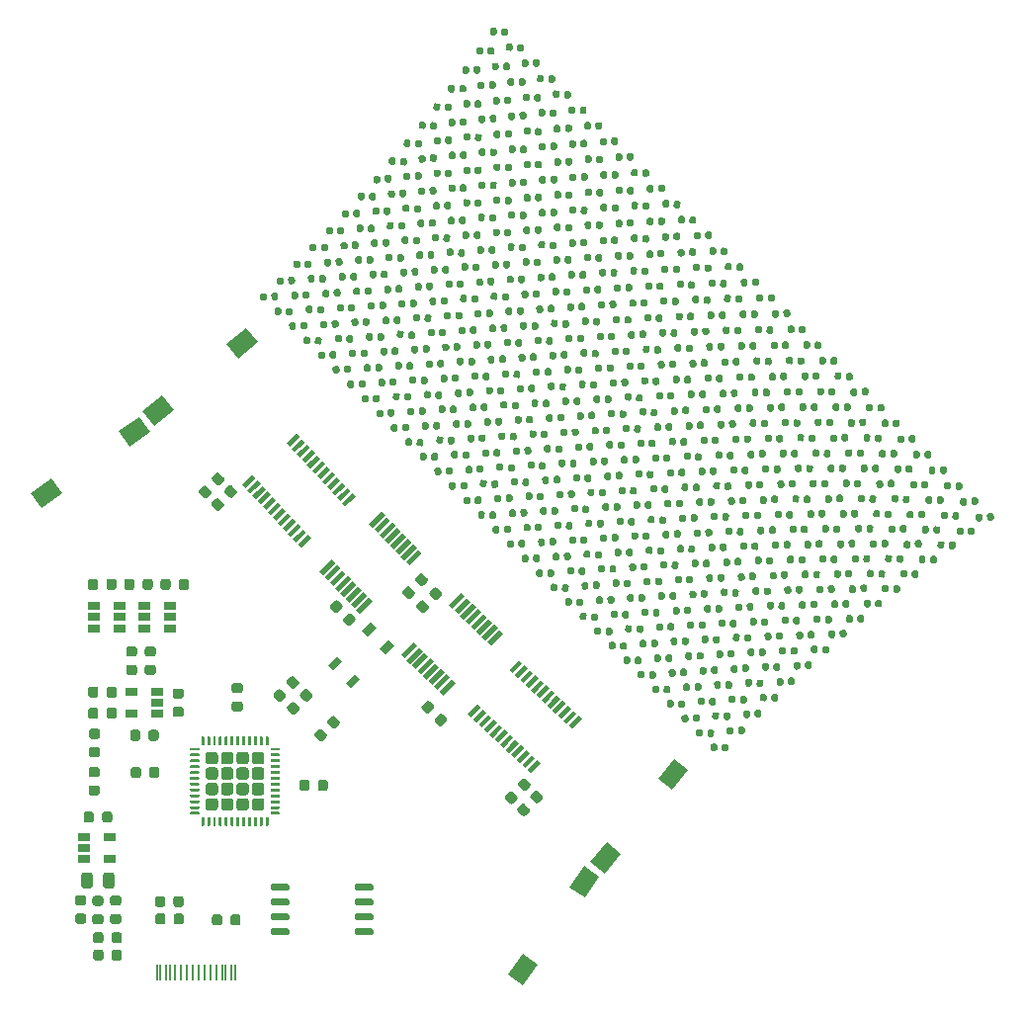
<source format=gtp>
G04 #@! TF.GenerationSoftware,KiCad,Pcbnew,5.99.0-unknown-022839a5a~104~ubuntu20.04.1*
G04 #@! TF.CreationDate,2020-09-24T10:22:23-07:00*
G04 #@! TF.ProjectId,badge,62616467-652e-46b6-9963-61645f706362,0.1*
G04 #@! TF.SameCoordinates,Original*
G04 #@! TF.FileFunction,Paste,Top*
G04 #@! TF.FilePolarity,Positive*
%FSLAX46Y46*%
G04 Gerber Fmt 4.6, Leading zero omitted, Abs format (unit mm)*
G04 Created by KiCad (PCBNEW 5.99.0-unknown-022839a5a~104~ubuntu20.04.1) date 2020-09-24 10:22:23*
%MOMM*%
%LPD*%
G01*
G04 APERTURE LIST*
%ADD10R,1.060000X0.650000*%
%ADD11R,0.240000X1.400000*%
G04 APERTURE END LIST*
G04 #@! TO.C,D439*
G36*
G01*
X106459153Y-109283114D02*
X106474803Y-108938470D01*
G75*
G02*
X106628842Y-108797813I147348J-6691D01*
G01*
X106923538Y-108811195D01*
G75*
G02*
X107064195Y-108965234I-6691J-147348D01*
G01*
X107048545Y-109309878D01*
G75*
G02*
X106894506Y-109450535I-147348J6691D01*
G01*
X106599810Y-109437153D01*
G75*
G02*
X106459153Y-109283114I6691J147348D01*
G01*
G37*
G36*
G01*
X107428155Y-109327116D02*
X107443805Y-108982472D01*
G75*
G02*
X107597844Y-108841815I147348J-6691D01*
G01*
X107892540Y-108855197D01*
G75*
G02*
X108033197Y-109009236I-6691J-147348D01*
G01*
X108017547Y-109353880D01*
G75*
G02*
X107863508Y-109494537I-147348J6691D01*
G01*
X107568812Y-109481155D01*
G75*
G02*
X107428155Y-109327116I6691J147348D01*
G01*
G37*
G04 #@! TD*
G04 #@! TO.C,D22*
G36*
G01*
X124147777Y-90219977D02*
X124153798Y-89875030D01*
G75*
G02*
X124303850Y-89730126I147478J-2574D01*
G01*
X124598805Y-89735275D01*
G75*
G02*
X124743709Y-89885327I-2574J-147478D01*
G01*
X124737688Y-90230274D01*
G75*
G02*
X124587636Y-90375178I-147478J2574D01*
G01*
X124292681Y-90370029D01*
G75*
G02*
X124147777Y-90219977I2574J147478D01*
G01*
G37*
G36*
G01*
X125117629Y-90236905D02*
X125123650Y-89891958D01*
G75*
G02*
X125273702Y-89747054I147478J-2574D01*
G01*
X125568657Y-89752203D01*
G75*
G02*
X125713561Y-89902255I-2574J-147478D01*
G01*
X125707540Y-90247202D01*
G75*
G02*
X125557488Y-90392106I-147478J2574D01*
G01*
X125262533Y-90386957D01*
G75*
G02*
X125117629Y-90236905I2574J147478D01*
G01*
G37*
G04 #@! TD*
G04 #@! TO.C,D476*
G36*
G01*
X111281582Y-116990070D02*
X111265330Y-116645453D01*
G75*
G02*
X111405718Y-116491169I147336J6948D01*
G01*
X111700390Y-116477272D01*
G75*
G02*
X111854674Y-116617660I6948J-147336D01*
G01*
X111870926Y-116962277D01*
G75*
G02*
X111730538Y-117116561I-147336J-6948D01*
G01*
X111435866Y-117130458D01*
G75*
G02*
X111281582Y-116990070I-6948J147336D01*
G01*
G37*
G36*
G01*
X112250506Y-116944376D02*
X112234254Y-116599759D01*
G75*
G02*
X112374642Y-116445475I147336J6948D01*
G01*
X112669314Y-116431578D01*
G75*
G02*
X112823598Y-116571966I6948J-147336D01*
G01*
X112839850Y-116916583D01*
G75*
G02*
X112699462Y-117070867I-147336J-6948D01*
G01*
X112404790Y-117084764D01*
G75*
G02*
X112250506Y-116944376I-6948J147336D01*
G01*
G37*
G04 #@! TD*
G04 #@! TO.C,D26*
G36*
G01*
X129513230Y-95584339D02*
X129519853Y-95239402D01*
G75*
G02*
X129670158Y-95094761I147473J-2832D01*
G01*
X129965103Y-95100424D01*
G75*
G02*
X130109744Y-95250729I-2832J-147473D01*
G01*
X130103121Y-95595666D01*
G75*
G02*
X129952816Y-95740307I-147473J2832D01*
G01*
X129657871Y-95734644D01*
G75*
G02*
X129513230Y-95584339I2832J147473D01*
G01*
G37*
G36*
G01*
X130483052Y-95602961D02*
X130489675Y-95258024D01*
G75*
G02*
X130639980Y-95113383I147473J-2832D01*
G01*
X130934925Y-95119046D01*
G75*
G02*
X131079566Y-95269351I-2832J-147473D01*
G01*
X131072943Y-95614288D01*
G75*
G02*
X130922638Y-95758929I-147473J2832D01*
G01*
X130627693Y-95753266D01*
G75*
G02*
X130483052Y-95602961I2832J147473D01*
G01*
G37*
G04 #@! TD*
G04 #@! TO.C,D512*
G36*
G01*
X114854291Y-123346312D02*
X114863924Y-123001447D01*
G75*
G02*
X115015484Y-122858123I147442J-4118D01*
G01*
X115310369Y-122866360D01*
G75*
G02*
X115453693Y-123017920I-4118J-147442D01*
G01*
X115444060Y-123362785D01*
G75*
G02*
X115292500Y-123506109I-147442J4118D01*
G01*
X114997615Y-123497872D01*
G75*
G02*
X114854291Y-123346312I4118J147442D01*
G01*
G37*
G36*
G01*
X115823913Y-123373396D02*
X115833546Y-123028531D01*
G75*
G02*
X115985106Y-122885207I147442J-4118D01*
G01*
X116279991Y-122893444D01*
G75*
G02*
X116423315Y-123045004I-4118J-147442D01*
G01*
X116413682Y-123389869D01*
G75*
G02*
X116262122Y-123533193I-147442J4118D01*
G01*
X115967237Y-123524956D01*
G75*
G02*
X115823913Y-123373396I4118J147442D01*
G01*
G37*
G04 #@! TD*
G04 #@! TO.C,D36*
G36*
G01*
X98767272Y-67650108D02*
X98782922Y-67305464D01*
G75*
G02*
X98936961Y-67164807I147348J-6691D01*
G01*
X99231657Y-67178189D01*
G75*
G02*
X99372314Y-67332228I-6691J-147348D01*
G01*
X99356664Y-67676872D01*
G75*
G02*
X99202625Y-67817529I-147348J6691D01*
G01*
X98907929Y-67804147D01*
G75*
G02*
X98767272Y-67650108I6691J147348D01*
G01*
G37*
G36*
G01*
X99736274Y-67694110D02*
X99751924Y-67349466D01*
G75*
G02*
X99905963Y-67208809I147348J-6691D01*
G01*
X100200659Y-67222191D01*
G75*
G02*
X100341316Y-67376230I-6691J-147348D01*
G01*
X100325666Y-67720874D01*
G75*
G02*
X100171627Y-67861531I-147348J6691D01*
G01*
X99876931Y-67848149D01*
G75*
G02*
X99736274Y-67694110I6691J147348D01*
G01*
G37*
G04 #@! TD*
G04 #@! TO.C,D292*
G36*
G01*
X88390058Y-79913722D02*
X88398488Y-79568825D01*
G75*
G02*
X88549548Y-79424973I147456J-3604D01*
G01*
X88844460Y-79432180D01*
G75*
G02*
X88988312Y-79583240I-3604J-147456D01*
G01*
X88979882Y-79928137D01*
G75*
G02*
X88828822Y-80071989I-147456J3604D01*
G01*
X88533910Y-80064782D01*
G75*
G02*
X88390058Y-79913722I3604J147456D01*
G01*
G37*
G36*
G01*
X89359768Y-79937422D02*
X89368198Y-79592525D01*
G75*
G02*
X89519258Y-79448673I147456J-3604D01*
G01*
X89814170Y-79455880D01*
G75*
G02*
X89958022Y-79606940I-3604J-147456D01*
G01*
X89949592Y-79951837D01*
G75*
G02*
X89798532Y-80095689I-147456J3604D01*
G01*
X89503620Y-80088482D01*
G75*
G02*
X89359768Y-79937422I3604J147456D01*
G01*
G37*
G04 #@! TD*
G04 #@! TO.C,D488*
G36*
G01*
X84976148Y-93485503D02*
X84976148Y-93140503D01*
G75*
G02*
X85123648Y-92993003I147500J0D01*
G01*
X85418648Y-92993003D01*
G75*
G02*
X85566148Y-93140503I0J-147500D01*
G01*
X85566148Y-93485503D01*
G75*
G02*
X85418648Y-93633003I-147500J0D01*
G01*
X85123648Y-93633003D01*
G75*
G02*
X84976148Y-93485503I0J147500D01*
G01*
G37*
G36*
G01*
X85946148Y-93485503D02*
X85946148Y-93140503D01*
G75*
G02*
X86093648Y-92993003I147500J0D01*
G01*
X86388648Y-92993003D01*
G75*
G02*
X86536148Y-93140503I0J-147500D01*
G01*
X86536148Y-93485503D01*
G75*
G02*
X86388648Y-93633003I-147500J0D01*
G01*
X86093648Y-93633003D01*
G75*
G02*
X85946148Y-93485503I0J147500D01*
G01*
G37*
G04 #@! TD*
G04 #@! TO.C,D25*
G36*
G01*
X128171523Y-94241541D02*
X128178748Y-93896617D01*
G75*
G02*
X128329305Y-93752238I147468J-3089D01*
G01*
X128624240Y-93758416D01*
G75*
G02*
X128768619Y-93908973I-3089J-147468D01*
G01*
X128761394Y-94253897D01*
G75*
G02*
X128610837Y-94398276I-147468J3089D01*
G01*
X128315902Y-94392098D01*
G75*
G02*
X128171523Y-94241541I3089J147468D01*
G01*
G37*
G36*
G01*
X129141311Y-94261855D02*
X129148536Y-93916931D01*
G75*
G02*
X129299093Y-93772552I147468J-3089D01*
G01*
X129594028Y-93778730D01*
G75*
G02*
X129738407Y-93929287I-3089J-147468D01*
G01*
X129731182Y-94274211D01*
G75*
G02*
X129580625Y-94418590I-147468J3089D01*
G01*
X129285690Y-94412412D01*
G75*
G02*
X129141311Y-94261855I3089J147468D01*
G01*
G37*
G04 #@! TD*
G04 #@! TO.C,D55*
G36*
G01*
X123981809Y-92891057D02*
X123983013Y-92546059D01*
G75*
G02*
X124131027Y-92399075I147499J-515D01*
G01*
X124426025Y-92400105D01*
G75*
G02*
X124573009Y-92548119I-515J-147499D01*
G01*
X124571805Y-92893117D01*
G75*
G02*
X124423791Y-93040101I-147499J515D01*
G01*
X124128793Y-93039071D01*
G75*
G02*
X123981809Y-92891057I515J147499D01*
G01*
G37*
G36*
G01*
X124951803Y-92894443D02*
X124953007Y-92549445D01*
G75*
G02*
X125101021Y-92402461I147499J-515D01*
G01*
X125396019Y-92403491D01*
G75*
G02*
X125543003Y-92551505I-515J-147499D01*
G01*
X125541799Y-92896503D01*
G75*
G02*
X125393785Y-93043487I-147499J515D01*
G01*
X125098787Y-93042457D01*
G75*
G02*
X124951803Y-92894443I515J147499D01*
G01*
G37*
G04 #@! TD*
G04 #@! TO.C,SW1*
G36*
X67233336Y-95635530D02*
G01*
X66226424Y-94392096D01*
X67920602Y-93020178D01*
X68927514Y-94263612D01*
X67233336Y-95635530D01*
G37*
G36*
X74367536Y-89858368D02*
G01*
X73360624Y-88614934D01*
X75054802Y-87243016D01*
X76061714Y-88486450D01*
X74367536Y-89858368D01*
G37*
G04 #@! TD*
G04 #@! TO.C,D445*
G36*
G01*
X113934541Y-116821393D02*
X113914080Y-116477000D01*
G75*
G02*
X114052572Y-116321012I147240J8748D01*
G01*
X114347053Y-116303517D01*
G75*
G02*
X114503041Y-116442009I8748J-147240D01*
G01*
X114523502Y-116786402D01*
G75*
G02*
X114385010Y-116942390I-147240J-8748D01*
G01*
X114090529Y-116959885D01*
G75*
G02*
X113934541Y-116821393I-8748J147240D01*
G01*
G37*
G36*
G01*
X114902833Y-116763865D02*
X114882372Y-116419472D01*
G75*
G02*
X115020864Y-116263484I147240J8748D01*
G01*
X115315345Y-116245989D01*
G75*
G02*
X115471333Y-116384481I8748J-147240D01*
G01*
X115491794Y-116728874D01*
G75*
G02*
X115353302Y-116884862I-147240J-8748D01*
G01*
X115058821Y-116902357D01*
G75*
G02*
X114902833Y-116763865I-8748J147240D01*
G01*
G37*
G04 #@! TD*
G04 #@! TO.C,D491*
G36*
G01*
X88703067Y-97177025D02*
X88722325Y-96832563D01*
G75*
G02*
X88877829Y-96693527I147270J-8234D01*
G01*
X89172369Y-96709995D01*
G75*
G02*
X89311405Y-96865499I-8234J-147270D01*
G01*
X89292147Y-97209961D01*
G75*
G02*
X89136643Y-97348997I-147270J8234D01*
G01*
X88842103Y-97332529D01*
G75*
G02*
X88703067Y-97177025I8234J147270D01*
G01*
G37*
G36*
G01*
X89671555Y-97231171D02*
X89690813Y-96886709D01*
G75*
G02*
X89846317Y-96747673I147270J-8234D01*
G01*
X90140857Y-96764141D01*
G75*
G02*
X90279893Y-96919645I-8234J-147270D01*
G01*
X90260635Y-97264107D01*
G75*
G02*
X90105131Y-97403143I-147270J8234D01*
G01*
X89810591Y-97386675D01*
G75*
G02*
X89671555Y-97231171I8234J147270D01*
G01*
G37*
G04 #@! TD*
G04 #@! TO.C,D335*
G36*
G01*
X100763427Y-95146222D02*
X100754396Y-94801340D01*
G75*
G02*
X100897984Y-94650030I147449J3861D01*
G01*
X101192883Y-94642308D01*
G75*
G02*
X101344193Y-94785896I3861J-147449D01*
G01*
X101353224Y-95130778D01*
G75*
G02*
X101209636Y-95282088I-147449J-3861D01*
G01*
X100914737Y-95289810D01*
G75*
G02*
X100763427Y-95146222I-3861J147449D01*
G01*
G37*
G36*
G01*
X101733095Y-95120830D02*
X101724064Y-94775948D01*
G75*
G02*
X101867652Y-94624638I147449J3861D01*
G01*
X102162551Y-94616916D01*
G75*
G02*
X102313861Y-94760504I3861J-147449D01*
G01*
X102322892Y-95105386D01*
G75*
G02*
X102179304Y-95256696I-147449J-3861D01*
G01*
X101884405Y-95264418D01*
G75*
G02*
X101733095Y-95120830I-3861J147449D01*
G01*
G37*
G04 #@! TD*
G04 #@! TO.C,D379*
G36*
G01*
X114288919Y-111480300D02*
X114291328Y-111135308D01*
G75*
G02*
X114439854Y-110988842I147496J-1030D01*
G01*
X114734847Y-110990902D01*
G75*
G02*
X114881313Y-111139428I-1030J-147496D01*
G01*
X114878904Y-111484420D01*
G75*
G02*
X114730378Y-111630886I-147496J1030D01*
G01*
X114435385Y-111628826D01*
G75*
G02*
X114288919Y-111480300I1030J147496D01*
G01*
G37*
G36*
G01*
X115258895Y-111487072D02*
X115261304Y-111142080D01*
G75*
G02*
X115409830Y-110995614I147496J-1030D01*
G01*
X115704823Y-110997674D01*
G75*
G02*
X115851289Y-111146200I-1030J-147496D01*
G01*
X115848880Y-111491192D01*
G75*
G02*
X115700354Y-111637658I-147496J1030D01*
G01*
X115405361Y-111635598D01*
G75*
G02*
X115258895Y-111487072I1030J147496D01*
G01*
G37*
G04 #@! TD*
G04 #@! TO.C,D127*
G36*
G01*
X131407402Y-106013798D02*
X131384537Y-105669557D01*
G75*
G02*
X131521938Y-105512606I147176J9775D01*
G01*
X131816289Y-105493055D01*
G75*
G02*
X131973240Y-105630456I9775J-147176D01*
G01*
X131996105Y-105974697D01*
G75*
G02*
X131858704Y-106131648I-147176J-9775D01*
G01*
X131564353Y-106151199D01*
G75*
G02*
X131407402Y-106013798I-9775J147176D01*
G01*
G37*
G36*
G01*
X132375270Y-105949512D02*
X132352405Y-105605271D01*
G75*
G02*
X132489806Y-105448320I147176J9775D01*
G01*
X132784157Y-105428769D01*
G75*
G02*
X132941108Y-105566170I9775J-147176D01*
G01*
X132963973Y-105910411D01*
G75*
G02*
X132826572Y-106067362I-147176J-9775D01*
G01*
X132532221Y-106086913D01*
G75*
G02*
X132375270Y-105949512I-9775J147176D01*
G01*
G37*
G04 #@! TD*
G04 #@! TO.C,D167*
G36*
G01*
X97535503Y-77734311D02*
X97549950Y-77389614D01*
G75*
G02*
X97703498Y-77248420I147371J-6177D01*
G01*
X97998239Y-77260773D01*
G75*
G02*
X98139433Y-77414321I-6177J-147371D01*
G01*
X98124986Y-77759018D01*
G75*
G02*
X97971438Y-77900212I-147371J6177D01*
G01*
X97676697Y-77887859D01*
G75*
G02*
X97535503Y-77734311I6177J147371D01*
G01*
G37*
G36*
G01*
X98504653Y-77774931D02*
X98519100Y-77430234D01*
G75*
G02*
X98672648Y-77289040I147371J-6177D01*
G01*
X98967389Y-77301393D01*
G75*
G02*
X99108583Y-77454941I-6177J-147371D01*
G01*
X99094136Y-77799638D01*
G75*
G02*
X98940588Y-77940832I-147371J6177D01*
G01*
X98645847Y-77928479D01*
G75*
G02*
X98504653Y-77774931I6177J147371D01*
G01*
G37*
G04 #@! TD*
G04 #@! TO.C,D45*
G36*
G01*
X110725076Y-79666939D02*
X110707020Y-79322412D01*
G75*
G02*
X110846598Y-79167394I147298J7720D01*
G01*
X111141194Y-79151955D01*
G75*
G02*
X111296212Y-79291533I7720J-147298D01*
G01*
X111314268Y-79636060D01*
G75*
G02*
X111174690Y-79791078I-147298J-7720D01*
G01*
X110880094Y-79806517D01*
G75*
G02*
X110725076Y-79666939I-7720J147298D01*
G01*
G37*
G36*
G01*
X111693746Y-79616173D02*
X111675690Y-79271646D01*
G75*
G02*
X111815268Y-79116628I147298J7720D01*
G01*
X112109864Y-79101189D01*
G75*
G02*
X112264882Y-79240767I7720J-147298D01*
G01*
X112282938Y-79585294D01*
G75*
G02*
X112143360Y-79740312I-147298J-7720D01*
G01*
X111848764Y-79755751D01*
G75*
G02*
X111693746Y-79616173I-7720J147298D01*
G01*
G37*
G04 #@! TD*
G04 #@! TO.C,D251*
G36*
G01*
X120148048Y-106049603D02*
X120136610Y-105704792D01*
G75*
G02*
X120279139Y-105552483I147419J4890D01*
G01*
X120573977Y-105542702D01*
G75*
G02*
X120726286Y-105685231I4890J-147419D01*
G01*
X120737724Y-106030042D01*
G75*
G02*
X120595195Y-106182351I-147419J-4890D01*
G01*
X120300357Y-106192132D01*
G75*
G02*
X120148048Y-106049603I-4890J147419D01*
G01*
G37*
G36*
G01*
X121117514Y-106017443D02*
X121106076Y-105672632D01*
G75*
G02*
X121248605Y-105520323I147419J4890D01*
G01*
X121543443Y-105510542D01*
G75*
G02*
X121695752Y-105653071I4890J-147419D01*
G01*
X121707190Y-105997882D01*
G75*
G02*
X121564661Y-106150191I-147419J-4890D01*
G01*
X121269823Y-106159972D01*
G75*
G02*
X121117514Y-106017443I-4890J147419D01*
G01*
G37*
G04 #@! TD*
G04 #@! TO.C,D110*
G36*
G01*
X109273473Y-83825472D02*
X109282504Y-83480590D01*
G75*
G02*
X109433814Y-83337002I147449J-3861D01*
G01*
X109728713Y-83344724D01*
G75*
G02*
X109872301Y-83496034I-3861J-147449D01*
G01*
X109863270Y-83840916D01*
G75*
G02*
X109711960Y-83984504I-147449J3861D01*
G01*
X109417061Y-83976782D01*
G75*
G02*
X109273473Y-83825472I3861J147449D01*
G01*
G37*
G36*
G01*
X110243141Y-83850864D02*
X110252172Y-83505982D01*
G75*
G02*
X110403482Y-83362394I147449J-3861D01*
G01*
X110698381Y-83370116D01*
G75*
G02*
X110841969Y-83521426I-3861J-147449D01*
G01*
X110832938Y-83866308D01*
G75*
G02*
X110681628Y-84009896I-147449J3861D01*
G01*
X110386729Y-84002174D01*
G75*
G02*
X110243141Y-83850864I3861J147449D01*
G01*
G37*
G04 #@! TD*
G04 #@! TO.C,D372*
G36*
G01*
X105571997Y-102759069D02*
X105576814Y-102414102D01*
G75*
G02*
X105726359Y-102268675I147486J-2059D01*
G01*
X106021330Y-102272794D01*
G75*
G02*
X106166757Y-102422339I-2059J-147486D01*
G01*
X106161940Y-102767306D01*
G75*
G02*
X106012395Y-102912733I-147486J2059D01*
G01*
X105717424Y-102908614D01*
G75*
G02*
X105571997Y-102759069I2059J147486D01*
G01*
G37*
G36*
G01*
X106541903Y-102772613D02*
X106546720Y-102427646D01*
G75*
G02*
X106696265Y-102282219I147486J-2059D01*
G01*
X106991236Y-102286338D01*
G75*
G02*
X107136663Y-102435883I-2059J-147486D01*
G01*
X107131846Y-102780850D01*
G75*
G02*
X106982301Y-102926277I-147486J2059D01*
G01*
X106687330Y-102922158D01*
G75*
G02*
X106541903Y-102772613I2059J147486D01*
G01*
G37*
G04 #@! TD*
G04 #@! TO.C,D279*
G36*
G01*
X113635241Y-102358120D02*
X113628016Y-102013196D01*
G75*
G02*
X113772395Y-101862639I147468J3089D01*
G01*
X114067330Y-101856461D01*
G75*
G02*
X114217887Y-102000840I3089J-147468D01*
G01*
X114225112Y-102345764D01*
G75*
G02*
X114080733Y-102496321I-147468J-3089D01*
G01*
X113785798Y-102502499D01*
G75*
G02*
X113635241Y-102358120I-3089J147468D01*
G01*
G37*
G36*
G01*
X114605029Y-102337806D02*
X114597804Y-101992882D01*
G75*
G02*
X114742183Y-101842325I147468J3089D01*
G01*
X115037118Y-101836147D01*
G75*
G02*
X115187675Y-101980526I3089J-147468D01*
G01*
X115194900Y-102325450D01*
G75*
G02*
X115050521Y-102476007I-147468J-3089D01*
G01*
X114755586Y-102482185D01*
G75*
G02*
X114605029Y-102337806I-3089J147468D01*
G01*
G37*
G04 #@! TD*
G04 #@! TO.C,D324*
G36*
G01*
X87023775Y-81363588D02*
X87038824Y-81018916D01*
G75*
G02*
X87192618Y-80877990I147360J-6434D01*
G01*
X87487337Y-80890858D01*
G75*
G02*
X87628263Y-81044652I-6434J-147360D01*
G01*
X87613214Y-81389324D01*
G75*
G02*
X87459420Y-81530250I-147360J6434D01*
G01*
X87164701Y-81517382D01*
G75*
G02*
X87023775Y-81363588I6434J147360D01*
G01*
G37*
G36*
G01*
X87992851Y-81405898D02*
X88007900Y-81061226D01*
G75*
G02*
X88161694Y-80920300I147360J-6434D01*
G01*
X88456413Y-80933168D01*
G75*
G02*
X88597339Y-81086962I-6434J-147360D01*
G01*
X88582290Y-81431634D01*
G75*
G02*
X88428496Y-81572560I-147360J6434D01*
G01*
X88133777Y-81559692D01*
G75*
G02*
X87992851Y-81405898I6434J147360D01*
G01*
G37*
G04 #@! TD*
G04 #@! TO.C,D388*
G36*
G01*
X84258592Y-84277328D02*
X84261603Y-83932341D01*
G75*
G02*
X84410384Y-83786134I147494J-1287D01*
G01*
X84705373Y-83788709D01*
G75*
G02*
X84851580Y-83937490I-1287J-147494D01*
G01*
X84848569Y-84282477D01*
G75*
G02*
X84699788Y-84428684I-147494J1287D01*
G01*
X84404799Y-84426109D01*
G75*
G02*
X84258592Y-84277328I1287J147494D01*
G01*
G37*
G36*
G01*
X85228556Y-84285792D02*
X85231567Y-83940805D01*
G75*
G02*
X85380348Y-83794598I147494J-1287D01*
G01*
X85675337Y-83797173D01*
G75*
G02*
X85821544Y-83945954I-1287J-147494D01*
G01*
X85818533Y-84290941D01*
G75*
G02*
X85669752Y-84437148I-147494J1287D01*
G01*
X85374763Y-84434573D01*
G75*
G02*
X85228556Y-84285792I1287J147494D01*
G01*
G37*
G04 #@! TD*
G04 #@! TO.C,D465*
G36*
G01*
X97607858Y-103325052D02*
X97586196Y-102980733D01*
G75*
G02*
X97724143Y-102824262I147209J9262D01*
G01*
X98018561Y-102805739D01*
G75*
G02*
X98175032Y-102943686I9262J-147209D01*
G01*
X98196694Y-103288005D01*
G75*
G02*
X98058747Y-103444476I-147209J-9262D01*
G01*
X97764329Y-103462999D01*
G75*
G02*
X97607858Y-103325052I-9262J147209D01*
G01*
G37*
G36*
G01*
X98575944Y-103264146D02*
X98554282Y-102919827D01*
G75*
G02*
X98692229Y-102763356I147209J9262D01*
G01*
X98986647Y-102744833D01*
G75*
G02*
X99143118Y-102882780I9262J-147209D01*
G01*
X99164780Y-103227099D01*
G75*
G02*
X99026833Y-103383570I-147209J-9262D01*
G01*
X98732415Y-103402093D01*
G75*
G02*
X98575944Y-103264146I-9262J147209D01*
G01*
G37*
G04 #@! TD*
G04 #@! TO.C,D246*
G36*
G01*
X113822042Y-99698643D02*
X113825053Y-99353656D01*
G75*
G02*
X113973834Y-99207449I147494J-1287D01*
G01*
X114268823Y-99210024D01*
G75*
G02*
X114415030Y-99358805I-1287J-147494D01*
G01*
X114412019Y-99703792D01*
G75*
G02*
X114263238Y-99849999I-147494J1287D01*
G01*
X113968249Y-99847424D01*
G75*
G02*
X113822042Y-99698643I1287J147494D01*
G01*
G37*
G36*
G01*
X114792006Y-99707107D02*
X114795017Y-99362120D01*
G75*
G02*
X114943798Y-99215913I147494J-1287D01*
G01*
X115238787Y-99218488D01*
G75*
G02*
X115384994Y-99367269I-1287J-147494D01*
G01*
X115381983Y-99712256D01*
G75*
G02*
X115233202Y-99858463I-147494J1287D01*
G01*
X114938213Y-99855888D01*
G75*
G02*
X114792006Y-99707107I1287J147494D01*
G01*
G37*
G04 #@! TD*
G04 #@! TO.C,D164*
G36*
G01*
X93699531Y-73914954D02*
X93704950Y-73569996D01*
G75*
G02*
X93854749Y-73424831I147482J-2317D01*
G01*
X94149712Y-73429465D01*
G75*
G02*
X94294877Y-73579264I-2317J-147482D01*
G01*
X94289458Y-73924222D01*
G75*
G02*
X94139659Y-74069387I-147482J2317D01*
G01*
X93844696Y-74064753D01*
G75*
G02*
X93699531Y-73914954I2317J147482D01*
G01*
G37*
G36*
G01*
X94669411Y-73930190D02*
X94674830Y-73585232D01*
G75*
G02*
X94824629Y-73440067I147482J-2317D01*
G01*
X95119592Y-73444701D01*
G75*
G02*
X95264757Y-73594500I-2317J-147482D01*
G01*
X95259338Y-73939458D01*
G75*
G02*
X95109539Y-74084623I-147482J2317D01*
G01*
X94814576Y-74079989D01*
G75*
G02*
X94669411Y-73930190I2317J147482D01*
G01*
G37*
G04 #@! TD*
G04 #@! TO.C,D192*
G36*
G01*
X129534421Y-109732099D02*
X129549470Y-109387427D01*
G75*
G02*
X129703264Y-109246501I147360J-6434D01*
G01*
X129997983Y-109259369D01*
G75*
G02*
X130138909Y-109413163I-6434J-147360D01*
G01*
X130123860Y-109757835D01*
G75*
G02*
X129970066Y-109898761I-147360J6434D01*
G01*
X129675347Y-109885893D01*
G75*
G02*
X129534421Y-109732099I6434J147360D01*
G01*
G37*
G36*
G01*
X130503497Y-109774409D02*
X130518546Y-109429737D01*
G75*
G02*
X130672340Y-109288811I147360J-6434D01*
G01*
X130967059Y-109301679D01*
G75*
G02*
X131107985Y-109455473I-6434J-147360D01*
G01*
X131092936Y-109800145D01*
G75*
G02*
X130939142Y-109941071I-147360J6434D01*
G01*
X130644423Y-109928203D01*
G75*
G02*
X130503497Y-109774409I6434J147360D01*
G01*
G37*
G04 #@! TD*
G04 #@! TO.C,D317*
G36*
G01*
X119690667Y-111209907D02*
X119701504Y-110865077D01*
G75*
G02*
X119853564Y-110722283I147427J-4633D01*
G01*
X120148419Y-110731549D01*
G75*
G02*
X120291213Y-110883609I-4633J-147427D01*
G01*
X120280376Y-111228439D01*
G75*
G02*
X120128316Y-111371233I-147427J4633D01*
G01*
X119833461Y-111361967D01*
G75*
G02*
X119690667Y-111209907I4633J147427D01*
G01*
G37*
G36*
G01*
X120660189Y-111240375D02*
X120671026Y-110895545D01*
G75*
G02*
X120823086Y-110752751I147427J-4633D01*
G01*
X121117941Y-110762017D01*
G75*
G02*
X121260735Y-110914077I-4633J-147427D01*
G01*
X121249898Y-111258907D01*
G75*
G02*
X121097838Y-111401701I-147427J4633D01*
G01*
X120802983Y-111392435D01*
G75*
G02*
X120660189Y-111240375I4633J147427D01*
G01*
G37*
G04 #@! TD*
G04 #@! TO.C,D44*
G36*
G01*
X109396143Y-78332122D02*
X109381696Y-77987425D01*
G75*
G02*
X109522890Y-77833877I147371J6177D01*
G01*
X109817631Y-77821524D01*
G75*
G02*
X109971179Y-77962718I6177J-147371D01*
G01*
X109985626Y-78307415D01*
G75*
G02*
X109844432Y-78460963I-147371J-6177D01*
G01*
X109549691Y-78473316D01*
G75*
G02*
X109396143Y-78332122I-6177J147371D01*
G01*
G37*
G36*
G01*
X110365293Y-78291502D02*
X110350846Y-77946805D01*
G75*
G02*
X110492040Y-77793257I147371J6177D01*
G01*
X110786781Y-77780904D01*
G75*
G02*
X110940329Y-77922098I6177J-147371D01*
G01*
X110954776Y-78266795D01*
G75*
G02*
X110813582Y-78420343I-147371J-6177D01*
G01*
X110518841Y-78432696D01*
G75*
G02*
X110365293Y-78291502I-6177J147371D01*
G01*
G37*
G04 #@! TD*
G04 #@! TO.C,D161*
G36*
G01*
X89855463Y-70053141D02*
X89870512Y-69708469D01*
G75*
G02*
X90024306Y-69567543I147360J-6434D01*
G01*
X90319025Y-69580411D01*
G75*
G02*
X90459951Y-69734205I-6434J-147360D01*
G01*
X90444902Y-70078877D01*
G75*
G02*
X90291108Y-70219803I-147360J6434D01*
G01*
X89996389Y-70206935D01*
G75*
G02*
X89855463Y-70053141I6434J147360D01*
G01*
G37*
G36*
G01*
X90824539Y-70095451D02*
X90839588Y-69750779D01*
G75*
G02*
X90993382Y-69609853I147360J-6434D01*
G01*
X91288101Y-69622721D01*
G75*
G02*
X91429027Y-69776515I-6434J-147360D01*
G01*
X91413978Y-70121187D01*
G75*
G02*
X91260184Y-70262113I-147360J6434D01*
G01*
X90965465Y-70249245D01*
G75*
G02*
X90824539Y-70095451I6434J147360D01*
G01*
G37*
G04 #@! TD*
G04 #@! TO.C,D236*
G36*
G01*
X101178794Y-87027631D02*
X101196850Y-86683104D01*
G75*
G02*
X101351868Y-86543526I147298J-7720D01*
G01*
X101646464Y-86558965D01*
G75*
G02*
X101786042Y-86713983I-7720J-147298D01*
G01*
X101767986Y-87058510D01*
G75*
G02*
X101612968Y-87198088I-147298J7720D01*
G01*
X101318372Y-87182649D01*
G75*
G02*
X101178794Y-87027631I7720J147298D01*
G01*
G37*
G36*
G01*
X102147464Y-87078397D02*
X102165520Y-86733870D01*
G75*
G02*
X102320538Y-86594292I147298J-7720D01*
G01*
X102615134Y-86609731D01*
G75*
G02*
X102754712Y-86764749I-7720J-147298D01*
G01*
X102736656Y-87109276D01*
G75*
G02*
X102581638Y-87248854I-147298J7720D01*
G01*
X102287042Y-87233415D01*
G75*
G02*
X102147464Y-87078397I7720J147298D01*
G01*
G37*
G04 #@! TD*
G04 #@! TO.C,D29*
G36*
G01*
X133540997Y-99625003D02*
X133540395Y-99280004D01*
G75*
G02*
X133687638Y-99132247I147500J257D01*
G01*
X133982638Y-99131732D01*
G75*
G02*
X134130395Y-99278975I257J-147500D01*
G01*
X134130997Y-99623974D01*
G75*
G02*
X133983754Y-99771731I-147500J-257D01*
G01*
X133688754Y-99772246D01*
G75*
G02*
X133540997Y-99625003I-257J147500D01*
G01*
G37*
G36*
G01*
X134510995Y-99623311D02*
X134510393Y-99278312D01*
G75*
G02*
X134657636Y-99130555I147500J257D01*
G01*
X134952636Y-99130040D01*
G75*
G02*
X135100393Y-99277283I257J-147500D01*
G01*
X135100995Y-99622282D01*
G75*
G02*
X134953752Y-99770039I-147500J-257D01*
G01*
X134658752Y-99770554D01*
G75*
G02*
X134510995Y-99623311I-257J147500D01*
G01*
G37*
G04 #@! TD*
G04 #@! TO.C,D220*
G36*
G01*
X122917930Y-106004833D02*
X122898071Y-105660405D01*
G75*
G02*
X123036835Y-105504659I147255J8491D01*
G01*
X123331346Y-105487677D01*
G75*
G02*
X123487092Y-105626441I8491J-147255D01*
G01*
X123506951Y-105970869D01*
G75*
G02*
X123368187Y-106126615I-147255J-8491D01*
G01*
X123073676Y-106143597D01*
G75*
G02*
X122917930Y-106004833I-8491J147255D01*
G01*
G37*
G36*
G01*
X123886322Y-105948995D02*
X123866463Y-105604567D01*
G75*
G02*
X124005227Y-105448821I147255J8491D01*
G01*
X124299738Y-105431839D01*
G75*
G02*
X124455484Y-105570603I8491J-147255D01*
G01*
X124475343Y-105915031D01*
G75*
G02*
X124336579Y-106070777I-147255J-8491D01*
G01*
X124042068Y-106087759D01*
G75*
G02*
X123886322Y-105948995I-8491J147255D01*
G01*
G37*
G04 #@! TD*
G04 #@! TO.C,D253*
G36*
G01*
X122664219Y-108526605D02*
X122675056Y-108181775D01*
G75*
G02*
X122827116Y-108038981I147427J-4633D01*
G01*
X123121971Y-108048247D01*
G75*
G02*
X123264765Y-108200307I-4633J-147427D01*
G01*
X123253928Y-108545137D01*
G75*
G02*
X123101868Y-108687931I-147427J4633D01*
G01*
X122807013Y-108678665D01*
G75*
G02*
X122664219Y-108526605I4633J147427D01*
G01*
G37*
G36*
G01*
X123633741Y-108557073D02*
X123644578Y-108212243D01*
G75*
G02*
X123796638Y-108069449I147427J-4633D01*
G01*
X124091493Y-108078715D01*
G75*
G02*
X124234287Y-108230775I-4633J-147427D01*
G01*
X124223450Y-108575605D01*
G75*
G02*
X124071390Y-108718399I-147427J4633D01*
G01*
X123776535Y-108709133D01*
G75*
G02*
X123633741Y-108557073I4633J147427D01*
G01*
G37*
G04 #@! TD*
G04 #@! TO.C,D306*
G36*
G01*
X105917936Y-97437176D02*
X105928773Y-97092346D01*
G75*
G02*
X106080833Y-96949552I147427J-4633D01*
G01*
X106375688Y-96958818D01*
G75*
G02*
X106518482Y-97110878I-4633J-147427D01*
G01*
X106507645Y-97455708D01*
G75*
G02*
X106355585Y-97598502I-147427J4633D01*
G01*
X106060730Y-97589236D01*
G75*
G02*
X105917936Y-97437176I4633J147427D01*
G01*
G37*
G36*
G01*
X106887458Y-97467644D02*
X106898295Y-97122814D01*
G75*
G02*
X107050355Y-96980020I147427J-4633D01*
G01*
X107345210Y-96989286D01*
G75*
G02*
X107488004Y-97141346I-4633J-147427D01*
G01*
X107477167Y-97486176D01*
G75*
G02*
X107325107Y-97628970I-147427J4633D01*
G01*
X107030252Y-97619704D01*
G75*
G02*
X106887458Y-97467644I4633J147427D01*
G01*
G37*
G04 #@! TD*
G04 #@! TO.C,D105*
G36*
G01*
X102764000Y-77294522D02*
X102784461Y-76950129D01*
G75*
G02*
X102940449Y-76811637I147240J-8748D01*
G01*
X103234930Y-76829132D01*
G75*
G02*
X103373422Y-76985120I-8748J-147240D01*
G01*
X103352961Y-77329513D01*
G75*
G02*
X103196973Y-77468005I-147240J8748D01*
G01*
X102902492Y-77450510D01*
G75*
G02*
X102764000Y-77294522I8748J147240D01*
G01*
G37*
G36*
G01*
X103732292Y-77352050D02*
X103752753Y-77007657D01*
G75*
G02*
X103908741Y-76869165I147240J-8748D01*
G01*
X104203222Y-76886660D01*
G75*
G02*
X104341714Y-77042648I-8748J-147240D01*
G01*
X104321253Y-77387041D01*
G75*
G02*
X104165265Y-77525533I-147240J8748D01*
G01*
X103870784Y-77508038D01*
G75*
G02*
X103732292Y-77352050I8748J147240D01*
G01*
G37*
G04 #@! TD*
G04 #@! TO.C,D174*
G36*
G01*
X106498095Y-86709151D02*
X106505923Y-86364240D01*
G75*
G02*
X106656731Y-86220124I147462J-3346D01*
G01*
X106951655Y-86226817D01*
G75*
G02*
X107095771Y-86377625I-3346J-147462D01*
G01*
X107087943Y-86722536D01*
G75*
G02*
X106937135Y-86866652I-147462J3346D01*
G01*
X106642211Y-86859959D01*
G75*
G02*
X106498095Y-86709151I3346J147462D01*
G01*
G37*
G36*
G01*
X107467845Y-86731157D02*
X107475673Y-86386246D01*
G75*
G02*
X107626481Y-86242130I147462J-3346D01*
G01*
X107921405Y-86248823D01*
G75*
G02*
X108065521Y-86399631I-3346J-147462D01*
G01*
X108057693Y-86744542D01*
G75*
G02*
X107906885Y-86888658I-147462J3346D01*
G01*
X107611961Y-86881965D01*
G75*
G02*
X107467845Y-86731157I3346J147462D01*
G01*
G37*
G04 #@! TD*
G04 #@! TO.C,C9*
G36*
G01*
X63605000Y-128893750D02*
X63605000Y-129406250D01*
G75*
G02*
X63386250Y-129625000I-218750J0D01*
G01*
X62948750Y-129625000D01*
G75*
G02*
X62730000Y-129406250I0J218750D01*
G01*
X62730000Y-128893750D01*
G75*
G02*
X62948750Y-128675000I218750J0D01*
G01*
X63386250Y-128675000D01*
G75*
G02*
X63605000Y-128893750I0J-218750D01*
G01*
G37*
G36*
G01*
X62030000Y-128893750D02*
X62030000Y-129406250D01*
G75*
G02*
X61811250Y-129625000I-218750J0D01*
G01*
X61373750Y-129625000D01*
G75*
G02*
X61155000Y-129406250I0J218750D01*
G01*
X61155000Y-128893750D01*
G75*
G02*
X61373750Y-128675000I218750J0D01*
G01*
X61811250Y-128675000D01*
G75*
G02*
X62030000Y-128893750I0J-218750D01*
G01*
G37*
G04 #@! TD*
G04 #@! TO.C,D430*
G36*
G01*
X95287526Y-98160648D02*
X95275486Y-97815858D01*
G75*
G02*
X95417748Y-97663300I147410J5148D01*
G01*
X95712568Y-97653004D01*
G75*
G02*
X95865126Y-97795266I5148J-147410D01*
G01*
X95877166Y-98140056D01*
G75*
G02*
X95734904Y-98292614I-147410J-5148D01*
G01*
X95440084Y-98302910D01*
G75*
G02*
X95287526Y-98160648I-5148J147410D01*
G01*
G37*
G36*
G01*
X96256936Y-98126796D02*
X96244896Y-97782006D01*
G75*
G02*
X96387158Y-97629448I147410J5148D01*
G01*
X96681978Y-97619152D01*
G75*
G02*
X96834536Y-97761414I5148J-147410D01*
G01*
X96846576Y-98106204D01*
G75*
G02*
X96704314Y-98258762I-147410J-5148D01*
G01*
X96409494Y-98269058D01*
G75*
G02*
X96256936Y-98126796I-5148J147410D01*
G01*
G37*
G04 #@! TD*
G04 #@! TO.C,D367*
G36*
G01*
X99342483Y-96512982D02*
X99356329Y-96168260D01*
G75*
G02*
X99509629Y-96026798I147381J-5919D01*
G01*
X99804391Y-96038636D01*
G75*
G02*
X99945853Y-96191936I-5919J-147381D01*
G01*
X99932007Y-96536658D01*
G75*
G02*
X99778707Y-96678120I-147381J5919D01*
G01*
X99483945Y-96666282D01*
G75*
G02*
X99342483Y-96512982I5919J147381D01*
G01*
G37*
G36*
G01*
X100311701Y-96551910D02*
X100325547Y-96207188D01*
G75*
G02*
X100478847Y-96065726I147381J-5919D01*
G01*
X100773609Y-96077564D01*
G75*
G02*
X100915071Y-96230864I-5919J-147381D01*
G01*
X100901225Y-96575586D01*
G75*
G02*
X100747925Y-96717048I-147381J5919D01*
G01*
X100453163Y-96705210D01*
G75*
G02*
X100311701Y-96551910I5919J147381D01*
G01*
G37*
G04 #@! TD*
G04 #@! TO.C,D393*
G36*
G01*
X90488157Y-90545621D02*
X90468298Y-90201193D01*
G75*
G02*
X90607062Y-90045447I147255J8491D01*
G01*
X90901573Y-90028465D01*
G75*
G02*
X91057319Y-90167229I8491J-147255D01*
G01*
X91077178Y-90511657D01*
G75*
G02*
X90938414Y-90667403I-147255J-8491D01*
G01*
X90643903Y-90684385D01*
G75*
G02*
X90488157Y-90545621I-8491J147255D01*
G01*
G37*
G36*
G01*
X91456549Y-90489783D02*
X91436690Y-90145355D01*
G75*
G02*
X91575454Y-89989609I147255J8491D01*
G01*
X91869965Y-89972627D01*
G75*
G02*
X92025711Y-90111391I8491J-147255D01*
G01*
X92045570Y-90455819D01*
G75*
G02*
X91906806Y-90611565I-147255J-8491D01*
G01*
X91612295Y-90628547D01*
G75*
G02*
X91456549Y-90489783I-8491J147255D01*
G01*
G37*
G04 #@! TD*
G04 #@! TO.C,D171*
G36*
G01*
X102659859Y-82877450D02*
X102664073Y-82532476D01*
G75*
G02*
X102813364Y-82386789I147489J-1802D01*
G01*
X103108342Y-82390393D01*
G75*
G02*
X103254029Y-82539684I-1802J-147489D01*
G01*
X103249815Y-82884658D01*
G75*
G02*
X103100524Y-83030345I-147489J1802D01*
G01*
X102805546Y-83026741D01*
G75*
G02*
X102659859Y-82877450I1802J147489D01*
G01*
G37*
G36*
G01*
X103629787Y-82889300D02*
X103634001Y-82544326D01*
G75*
G02*
X103783292Y-82398639I147489J-1802D01*
G01*
X104078270Y-82402243D01*
G75*
G02*
X104223957Y-82551534I-1802J-147489D01*
G01*
X104219743Y-82896508D01*
G75*
G02*
X104070452Y-83042195I-147489J1802D01*
G01*
X103775474Y-83038591D01*
G75*
G02*
X103629787Y-82889300I1802J147489D01*
G01*
G37*
G04 #@! TD*
G04 #@! TO.C,D248*
G36*
G01*
X116358778Y-102265320D02*
X116344331Y-101920623D01*
G75*
G02*
X116485525Y-101767075I147371J6177D01*
G01*
X116780266Y-101754722D01*
G75*
G02*
X116933814Y-101895916I6177J-147371D01*
G01*
X116948261Y-102240613D01*
G75*
G02*
X116807067Y-102394161I-147371J-6177D01*
G01*
X116512326Y-102406514D01*
G75*
G02*
X116358778Y-102265320I-6177J147371D01*
G01*
G37*
G36*
G01*
X117327928Y-102224700D02*
X117313481Y-101880003D01*
G75*
G02*
X117454675Y-101726455I147371J6177D01*
G01*
X117749416Y-101714102D01*
G75*
G02*
X117902964Y-101855296I6177J-147371D01*
G01*
X117917411Y-102199993D01*
G75*
G02*
X117776217Y-102353541I-147371J-6177D01*
G01*
X117481476Y-102365894D01*
G75*
G02*
X117327928Y-102224700I-6177J147371D01*
G01*
G37*
G04 #@! TD*
G04 #@! TO.C,D344*
G36*
G01*
X111985942Y-106334719D02*
X111996177Y-105989871D01*
G75*
G02*
X112147988Y-105846812I147435J-4376D01*
G01*
X112442859Y-105855564D01*
G75*
G02*
X112585918Y-106007375I-4376J-147435D01*
G01*
X112575683Y-106352223D01*
G75*
G02*
X112423872Y-106495282I-147435J4376D01*
G01*
X112129001Y-106486530D01*
G75*
G02*
X111985942Y-106334719I4376J147435D01*
G01*
G37*
G36*
G01*
X112955516Y-106363495D02*
X112965751Y-106018647D01*
G75*
G02*
X113117562Y-105875588I147435J-4376D01*
G01*
X113412433Y-105884340D01*
G75*
G02*
X113555492Y-106036151I-4376J-147435D01*
G01*
X113545257Y-106380999D01*
G75*
G02*
X113393446Y-106524058I-147435J4376D01*
G01*
X113098575Y-106515306D01*
G75*
G02*
X112955516Y-106363495I4376J147435D01*
G01*
G37*
G04 #@! TD*
G04 #@! TO.C,D454*
G36*
G01*
X83919611Y-89604756D02*
X83917202Y-89259764D01*
G75*
G02*
X84063668Y-89111238I147496J1030D01*
G01*
X84358661Y-89109178D01*
G75*
G02*
X84507187Y-89255644I1030J-147496D01*
G01*
X84509596Y-89600636D01*
G75*
G02*
X84363130Y-89749162I-147496J-1030D01*
G01*
X84068137Y-89751222D01*
G75*
G02*
X83919611Y-89604756I-1030J147496D01*
G01*
G37*
G36*
G01*
X84889587Y-89597984D02*
X84887178Y-89252992D01*
G75*
G02*
X85033644Y-89104466I147496J1030D01*
G01*
X85328637Y-89102406D01*
G75*
G02*
X85477163Y-89248872I1030J-147496D01*
G01*
X85479572Y-89593864D01*
G75*
G02*
X85333106Y-89742390I-147496J-1030D01*
G01*
X85038113Y-89744450D01*
G75*
G02*
X84889587Y-89597984I-1030J147496D01*
G01*
G37*
G04 #@! TD*
G04 #@! TO.C,D228*
G36*
G01*
X91077948Y-76962001D02*
X91076744Y-76617003D01*
G75*
G02*
X91223728Y-76468989I147499J515D01*
G01*
X91518726Y-76467959D01*
G75*
G02*
X91666740Y-76614943I515J-147499D01*
G01*
X91667944Y-76959941D01*
G75*
G02*
X91520960Y-77107955I-147499J-515D01*
G01*
X91225962Y-77108985D01*
G75*
G02*
X91077948Y-76962001I-515J147499D01*
G01*
G37*
G36*
G01*
X92047942Y-76958615D02*
X92046738Y-76613617D01*
G75*
G02*
X92193722Y-76465603I147499J515D01*
G01*
X92488720Y-76464573D01*
G75*
G02*
X92636734Y-76611557I515J-147499D01*
G01*
X92637938Y-76956555D01*
G75*
G02*
X92490954Y-77104569I-147499J-515D01*
G01*
X92195956Y-77105599D01*
G75*
G02*
X92047942Y-76958615I-515J147499D01*
G01*
G37*
G04 #@! TD*
G04 #@! TO.C,D507*
G36*
G01*
X108628738Y-117120758D02*
X108638371Y-116775893D01*
G75*
G02*
X108789931Y-116632569I147442J-4118D01*
G01*
X109084816Y-116640806D01*
G75*
G02*
X109228140Y-116792366I-4118J-147442D01*
G01*
X109218507Y-117137231D01*
G75*
G02*
X109066947Y-117280555I-147442J4118D01*
G01*
X108772062Y-117272318D01*
G75*
G02*
X108628738Y-117120758I4118J147442D01*
G01*
G37*
G36*
G01*
X109598360Y-117147842D02*
X109607993Y-116802977D01*
G75*
G02*
X109759553Y-116659653I147442J-4118D01*
G01*
X110054438Y-116667890D01*
G75*
G02*
X110197762Y-116819450I-4118J-147442D01*
G01*
X110188129Y-117164315D01*
G75*
G02*
X110036569Y-117307639I-147442J4118D01*
G01*
X109741684Y-117299402D01*
G75*
G02*
X109598360Y-117147842I4118J147442D01*
G01*
G37*
G04 #@! TD*
G04 #@! TO.C,D285*
G36*
G01*
X121185284Y-109926139D02*
X121167228Y-109581612D01*
G75*
G02*
X121306806Y-109426594I147298J7720D01*
G01*
X121601402Y-109411155D01*
G75*
G02*
X121756420Y-109550733I7720J-147298D01*
G01*
X121774476Y-109895260D01*
G75*
G02*
X121634898Y-110050278I-147298J-7720D01*
G01*
X121340302Y-110065717D01*
G75*
G02*
X121185284Y-109926139I-7720J147298D01*
G01*
G37*
G36*
G01*
X122153954Y-109875373D02*
X122135898Y-109530846D01*
G75*
G02*
X122275476Y-109375828I147298J7720D01*
G01*
X122570072Y-109360389D01*
G75*
G02*
X122725090Y-109499967I7720J-147298D01*
G01*
X122743146Y-109844494D01*
G75*
G02*
X122603568Y-109999512I-147298J-7720D01*
G01*
X122308972Y-110014951D01*
G75*
G02*
X122153954Y-109875373I-7720J147298D01*
G01*
G37*
G04 #@! TD*
G04 #@! TO.C,R5*
G36*
G01*
X82701700Y-120542830D02*
X83064093Y-120905223D01*
G75*
G02*
X83064093Y-121214583I-154680J-154680D01*
G01*
X82754734Y-121523942D01*
G75*
G02*
X82445374Y-121523942I-154680J154680D01*
G01*
X82082981Y-121161549D01*
G75*
G02*
X82082981Y-120852189I154680J154680D01*
G01*
X82392340Y-120542830D01*
G75*
G02*
X82701700Y-120542830I154680J-154680D01*
G01*
G37*
G36*
G01*
X81588006Y-121656524D02*
X81950399Y-122018917D01*
G75*
G02*
X81950399Y-122328277I-154680J-154680D01*
G01*
X81641040Y-122637636D01*
G75*
G02*
X81331680Y-122637636I-154680J154680D01*
G01*
X80969287Y-122275243D01*
G75*
G02*
X80969287Y-121965883I154680J154680D01*
G01*
X81278646Y-121656524D01*
G75*
G02*
X81588006Y-121656524I154680J-154680D01*
G01*
G37*
G04 #@! TD*
G04 #@! TO.C,C11*
G36*
G01*
X61541691Y-120516483D02*
X61541691Y-120003983D01*
G75*
G02*
X61760441Y-119785233I218750J0D01*
G01*
X62197941Y-119785233D01*
G75*
G02*
X62416691Y-120003983I0J-218750D01*
G01*
X62416691Y-120516483D01*
G75*
G02*
X62197941Y-120735233I-218750J0D01*
G01*
X61760441Y-120735233D01*
G75*
G02*
X61541691Y-120516483I0J218750D01*
G01*
G37*
G36*
G01*
X63116691Y-120516483D02*
X63116691Y-120003983D01*
G75*
G02*
X63335441Y-119785233I218750J0D01*
G01*
X63772941Y-119785233D01*
G75*
G02*
X63991691Y-120003983I0J-218750D01*
G01*
X63991691Y-120516483D01*
G75*
G02*
X63772941Y-120735233I-218750J0D01*
G01*
X63335441Y-120735233D01*
G75*
G02*
X63116691Y-120516483I0J218750D01*
G01*
G37*
G04 #@! TD*
G04 #@! TO.C,D150*
G36*
G01*
X118203003Y-95569983D02*
X118219255Y-95225366D01*
G75*
G02*
X118373539Y-95084978I147336J-6948D01*
G01*
X118668211Y-95098875D01*
G75*
G02*
X118808599Y-95253159I-6948J-147336D01*
G01*
X118792347Y-95597776D01*
G75*
G02*
X118638063Y-95738164I-147336J6948D01*
G01*
X118343391Y-95724267D01*
G75*
G02*
X118203003Y-95569983I6948J147336D01*
G01*
G37*
G36*
G01*
X119171927Y-95615677D02*
X119188179Y-95271060D01*
G75*
G02*
X119342463Y-95130672I147336J-6948D01*
G01*
X119637135Y-95144569D01*
G75*
G02*
X119777523Y-95298853I-6948J-147336D01*
G01*
X119761271Y-95643470D01*
G75*
G02*
X119606987Y-95783858I-147336J6948D01*
G01*
X119312315Y-95769961D01*
G75*
G02*
X119171927Y-95615677I6948J147336D01*
G01*
G37*
G04 #@! TD*
G04 #@! TO.C,D205*
G36*
G01*
X103829554Y-86846513D02*
X103849413Y-86502085D01*
G75*
G02*
X104005159Y-86363321I147255J-8491D01*
G01*
X104299670Y-86380303D01*
G75*
G02*
X104438434Y-86536049I-8491J-147255D01*
G01*
X104418575Y-86880477D01*
G75*
G02*
X104262829Y-87019241I-147255J8491D01*
G01*
X103968318Y-87002259D01*
G75*
G02*
X103829554Y-86846513I8491J147255D01*
G01*
G37*
G36*
G01*
X104797946Y-86902351D02*
X104817805Y-86557923D01*
G75*
G02*
X104973551Y-86419159I147255J-8491D01*
G01*
X105268062Y-86436141D01*
G75*
G02*
X105406826Y-86591887I-8491J-147255D01*
G01*
X105386967Y-86936315D01*
G75*
G02*
X105231221Y-87075079I-147255J8491D01*
G01*
X104936710Y-87058097D01*
G75*
G02*
X104797946Y-86902351I8491J147255D01*
G01*
G37*
G04 #@! TD*
G04 #@! TO.C,D125*
G36*
G01*
X128783233Y-103312598D02*
X128804295Y-102968241D01*
G75*
G02*
X128960525Y-102830021I147225J-9005D01*
G01*
X129254975Y-102848030D01*
G75*
G02*
X129393195Y-103004260I-9005J-147225D01*
G01*
X129372133Y-103348617D01*
G75*
G02*
X129215903Y-103486837I-147225J9005D01*
G01*
X128921453Y-103468828D01*
G75*
G02*
X128783233Y-103312598I9005J147225D01*
G01*
G37*
G36*
G01*
X129751423Y-103371816D02*
X129772485Y-103027459D01*
G75*
G02*
X129928715Y-102889239I147225J-9005D01*
G01*
X130223165Y-102907248D01*
G75*
G02*
X130361385Y-103063478I-9005J-147225D01*
G01*
X130340323Y-103407835D01*
G75*
G02*
X130184093Y-103546055I-147225J9005D01*
G01*
X129889643Y-103528046D01*
G75*
G02*
X129751423Y-103371816I9005J147225D01*
G01*
G37*
G04 #@! TD*
G04 #@! TO.C,D37*
G36*
G01*
X100098988Y-69002869D02*
X100103202Y-68657895D01*
G75*
G02*
X100252493Y-68512208I147489J-1802D01*
G01*
X100547471Y-68515812D01*
G75*
G02*
X100693158Y-68665103I-1802J-147489D01*
G01*
X100688944Y-69010077D01*
G75*
G02*
X100539653Y-69155764I-147489J1802D01*
G01*
X100244675Y-69152160D01*
G75*
G02*
X100098988Y-69002869I1802J147489D01*
G01*
G37*
G36*
G01*
X101068916Y-69014719D02*
X101073130Y-68669745D01*
G75*
G02*
X101222421Y-68524058I147489J-1802D01*
G01*
X101517399Y-68527662D01*
G75*
G02*
X101663086Y-68676953I-1802J-147489D01*
G01*
X101658872Y-69021927D01*
G75*
G02*
X101509581Y-69167614I-147489J1802D01*
G01*
X101214603Y-69164010D01*
G75*
G02*
X101068916Y-69014719I1802J147489D01*
G01*
G37*
G04 #@! TD*
G04 #@! TO.C,D417*
G36*
G01*
X79119167Y-81949885D02*
X79131207Y-81605095D01*
G75*
G02*
X79283765Y-81462833I147410J-5148D01*
G01*
X79578585Y-81473129D01*
G75*
G02*
X79720847Y-81625687I-5148J-147410D01*
G01*
X79708807Y-81970477D01*
G75*
G02*
X79556249Y-82112739I-147410J5148D01*
G01*
X79261429Y-82102443D01*
G75*
G02*
X79119167Y-81949885I5148J147410D01*
G01*
G37*
G36*
G01*
X80088577Y-81983737D02*
X80100617Y-81638947D01*
G75*
G02*
X80253175Y-81496685I147410J-5148D01*
G01*
X80547995Y-81506981D01*
G75*
G02*
X80690257Y-81659539I-5148J-147410D01*
G01*
X80678217Y-82004329D01*
G75*
G02*
X80525659Y-82146591I-147410J5148D01*
G01*
X80230839Y-82136295D01*
G75*
G02*
X80088577Y-81983737I5148J147410D01*
G01*
G37*
G04 #@! TD*
G04 #@! TO.C,D513*
G36*
G01*
X78981680Y-120337636D02*
X78619287Y-119975243D01*
G75*
G02*
X78619287Y-119665883I154680J154680D01*
G01*
X78928646Y-119356524D01*
G75*
G02*
X79238006Y-119356524I154680J-154680D01*
G01*
X79600399Y-119718917D01*
G75*
G02*
X79600399Y-120028277I-154680J-154680D01*
G01*
X79291040Y-120337636D01*
G75*
G02*
X78981680Y-120337636I-154680J154680D01*
G01*
G37*
G36*
G01*
X80095374Y-119223942D02*
X79732981Y-118861549D01*
G75*
G02*
X79732981Y-118552189I154680J154680D01*
G01*
X80042340Y-118242830D01*
G75*
G02*
X80351700Y-118242830I154680J-154680D01*
G01*
X80714093Y-118605223D01*
G75*
G02*
X80714093Y-118914583I-154680J-154680D01*
G01*
X80404734Y-119223942D01*
G75*
G02*
X80095374Y-119223942I-154680J154680D01*
G01*
G37*
G04 #@! TD*
G04 #@! TO.C,R15*
G36*
G01*
X61800440Y-124865232D02*
X62312940Y-124865232D01*
G75*
G02*
X62531690Y-125083982I0J-218750D01*
G01*
X62531690Y-125521482D01*
G75*
G02*
X62312940Y-125740232I-218750J0D01*
G01*
X61800440Y-125740232D01*
G75*
G02*
X61581690Y-125521482I0J218750D01*
G01*
X61581690Y-125083982D01*
G75*
G02*
X61800440Y-124865232I218750J0D01*
G01*
G37*
G36*
G01*
X61800440Y-126440232D02*
X62312940Y-126440232D01*
G75*
G02*
X62531690Y-126658982I0J-218750D01*
G01*
X62531690Y-127096482D01*
G75*
G02*
X62312940Y-127315232I-218750J0D01*
G01*
X61800440Y-127315232D01*
G75*
G02*
X61581690Y-127096482I0J218750D01*
G01*
X61581690Y-126658982D01*
G75*
G02*
X61800440Y-126440232I218750J0D01*
G01*
G37*
G04 #@! TD*
G04 #@! TO.C,D434*
G36*
G01*
X100250157Y-103095164D02*
X100254371Y-102750190D01*
G75*
G02*
X100403662Y-102604503I147489J-1802D01*
G01*
X100698640Y-102608107D01*
G75*
G02*
X100844327Y-102757398I-1802J-147489D01*
G01*
X100840113Y-103102372D01*
G75*
G02*
X100690822Y-103248059I-147489J1802D01*
G01*
X100395844Y-103244455D01*
G75*
G02*
X100250157Y-103095164I1802J147489D01*
G01*
G37*
G36*
G01*
X101220085Y-103107014D02*
X101224299Y-102762040D01*
G75*
G02*
X101373590Y-102616353I147489J-1802D01*
G01*
X101668568Y-102619957D01*
G75*
G02*
X101814255Y-102769248I-1802J-147489D01*
G01*
X101810041Y-103114222D01*
G75*
G02*
X101660750Y-103259909I-147489J1802D01*
G01*
X101365772Y-103256305D01*
G75*
G02*
X101220085Y-103107014I1802J147489D01*
G01*
G37*
G04 #@! TD*
G04 #@! TO.C,D320*
G36*
G01*
X123448458Y-114974319D02*
X123455683Y-114629395D01*
G75*
G02*
X123606240Y-114485016I147468J-3089D01*
G01*
X123901175Y-114491194D01*
G75*
G02*
X124045554Y-114641751I-3089J-147468D01*
G01*
X124038329Y-114986675D01*
G75*
G02*
X123887772Y-115131054I-147468J3089D01*
G01*
X123592837Y-115124876D01*
G75*
G02*
X123448458Y-114974319I3089J147468D01*
G01*
G37*
G36*
G01*
X124418246Y-114994633D02*
X124425471Y-114649709D01*
G75*
G02*
X124576028Y-114505330I147468J-3089D01*
G01*
X124870963Y-114511508D01*
G75*
G02*
X125015342Y-114662065I-3089J-147468D01*
G01*
X125008117Y-115006989D01*
G75*
G02*
X124857560Y-115151368I-147468J3089D01*
G01*
X124562625Y-115145190D01*
G75*
G02*
X124418246Y-114994633I3089J147468D01*
G01*
G37*
G04 #@! TD*
G04 #@! TO.C,D68*
G36*
G01*
X97542561Y-69322421D02*
X97518495Y-68978261D01*
G75*
G02*
X97655347Y-68820831I147141J10289D01*
G01*
X97949629Y-68800253D01*
G75*
G02*
X98107059Y-68937105I10289J-147141D01*
G01*
X98131125Y-69281265D01*
G75*
G02*
X97994273Y-69438695I-147141J-10289D01*
G01*
X97699991Y-69459273D01*
G75*
G02*
X97542561Y-69322421I-10289J147141D01*
G01*
G37*
G36*
G01*
X98510199Y-69254757D02*
X98486133Y-68910597D01*
G75*
G02*
X98622985Y-68753167I147141J10289D01*
G01*
X98917267Y-68732589D01*
G75*
G02*
X99074697Y-68869441I10289J-147141D01*
G01*
X99098763Y-69213601D01*
G75*
G02*
X98961911Y-69371031I-147141J-10289D01*
G01*
X98667629Y-69391609D01*
G75*
G02*
X98510199Y-69254757I-10289J147141D01*
G01*
G37*
G04 #@! TD*
G04 #@! TO.C,D291*
G36*
G01*
X87141673Y-78679403D02*
X87142275Y-78334404D01*
G75*
G02*
X87290032Y-78187161I147500J-257D01*
G01*
X87585032Y-78187676D01*
G75*
G02*
X87732275Y-78335433I-257J-147500D01*
G01*
X87731673Y-78680432D01*
G75*
G02*
X87583916Y-78827675I-147500J257D01*
G01*
X87288916Y-78827160D01*
G75*
G02*
X87141673Y-78679403I257J147500D01*
G01*
G37*
G36*
G01*
X88111671Y-78681095D02*
X88112273Y-78336096D01*
G75*
G02*
X88260030Y-78188853I147500J-257D01*
G01*
X88555030Y-78189368D01*
G75*
G02*
X88702273Y-78337125I-257J-147500D01*
G01*
X88701671Y-78682124D01*
G75*
G02*
X88553914Y-78829367I-147500J257D01*
G01*
X88258914Y-78828852D01*
G75*
G02*
X88111671Y-78681095I257J147500D01*
G01*
G37*
G04 #@! TD*
G04 #@! TO.C,D295*
G36*
G01*
X92147906Y-83678123D02*
X92152723Y-83333156D01*
G75*
G02*
X92302268Y-83187729I147486J-2059D01*
G01*
X92597239Y-83191848D01*
G75*
G02*
X92742666Y-83341393I-2059J-147486D01*
G01*
X92737849Y-83686360D01*
G75*
G02*
X92588304Y-83831787I-147486J2059D01*
G01*
X92293333Y-83827668D01*
G75*
G02*
X92147906Y-83678123I2059J147486D01*
G01*
G37*
G36*
G01*
X93117812Y-83691667D02*
X93122629Y-83346700D01*
G75*
G02*
X93272174Y-83201273I147486J-2059D01*
G01*
X93567145Y-83205392D01*
G75*
G02*
X93712572Y-83354937I-2059J-147486D01*
G01*
X93707755Y-83699904D01*
G75*
G02*
X93558210Y-83845331I-147486J2059D01*
G01*
X93263239Y-83841212D01*
G75*
G02*
X93117812Y-83691667I2059J147486D01*
G01*
G37*
G04 #@! TD*
G04 #@! TO.C,D193*
G36*
G01*
X88580484Y-71623248D02*
X88586505Y-71278301D01*
G75*
G02*
X88736557Y-71133397I147478J-2574D01*
G01*
X89031512Y-71138546D01*
G75*
G02*
X89176416Y-71288598I-2574J-147478D01*
G01*
X89170395Y-71633545D01*
G75*
G02*
X89020343Y-71778449I-147478J2574D01*
G01*
X88725388Y-71773300D01*
G75*
G02*
X88580484Y-71623248I2574J147478D01*
G01*
G37*
G36*
G01*
X89550336Y-71640176D02*
X89556357Y-71295229D01*
G75*
G02*
X89706409Y-71150325I147478J-2574D01*
G01*
X90001364Y-71155474D01*
G75*
G02*
X90146268Y-71305526I-2574J-147478D01*
G01*
X90140247Y-71650473D01*
G75*
G02*
X89990195Y-71795377I-147478J2574D01*
G01*
X89695240Y-71790228D01*
G75*
G02*
X89550336Y-71640176I2574J147478D01*
G01*
G37*
G04 #@! TD*
G04 #@! TO.C,U2*
G36*
X89830488Y-106241919D02*
G01*
X90143084Y-106565622D01*
X89064074Y-107607609D01*
X88751478Y-107283906D01*
X89830488Y-106241919D01*
G37*
G36*
X89378960Y-105774348D02*
G01*
X89691556Y-106098051D01*
X88612546Y-107140038D01*
X88299950Y-106816335D01*
X89378960Y-105774348D01*
G37*
G36*
X88927432Y-105306777D02*
G01*
X89240028Y-105630480D01*
X88161018Y-106672467D01*
X87848422Y-106348764D01*
X88927432Y-105306777D01*
G37*
G36*
X88475904Y-104839206D02*
G01*
X88788500Y-105162909D01*
X87709490Y-106204896D01*
X87396894Y-105881193D01*
X88475904Y-104839206D01*
G37*
G36*
X88024376Y-104371635D02*
G01*
X88336972Y-104695338D01*
X87257962Y-105737325D01*
X86945366Y-105413622D01*
X88024376Y-104371635D01*
G37*
G36*
X87572848Y-103904065D02*
G01*
X87885444Y-104227768D01*
X86806434Y-105269755D01*
X86493838Y-104946052D01*
X87572848Y-103904065D01*
G37*
G36*
X87121321Y-103436494D02*
G01*
X87433917Y-103760197D01*
X86354907Y-104802184D01*
X86042311Y-104478481D01*
X87121321Y-103436494D01*
G37*
G36*
X86669793Y-102968923D02*
G01*
X86982389Y-103292626D01*
X85903379Y-104334613D01*
X85590783Y-104010910D01*
X86669793Y-102968923D01*
G37*
G36*
X82425688Y-107067407D02*
G01*
X82738284Y-107391110D01*
X81659274Y-108433097D01*
X81346678Y-108109394D01*
X82425688Y-107067407D01*
G37*
G36*
X82877216Y-107534978D02*
G01*
X83189812Y-107858681D01*
X82110802Y-108900668D01*
X81798206Y-108576965D01*
X82877216Y-107534978D01*
G37*
G36*
X83328744Y-108002549D02*
G01*
X83641340Y-108326252D01*
X82562330Y-109368239D01*
X82249734Y-109044536D01*
X83328744Y-108002549D01*
G37*
G36*
X83780272Y-108470120D02*
G01*
X84092868Y-108793823D01*
X83013858Y-109835810D01*
X82701262Y-109512107D01*
X83780272Y-108470120D01*
G37*
G36*
X84231800Y-108937691D02*
G01*
X84544396Y-109261394D01*
X83465386Y-110303381D01*
X83152790Y-109979678D01*
X84231800Y-108937691D01*
G37*
G36*
X84683328Y-109405261D02*
G01*
X84995924Y-109728964D01*
X83916914Y-110770951D01*
X83604318Y-110447248D01*
X84683328Y-109405261D01*
G37*
G36*
X85134855Y-109872832D02*
G01*
X85447451Y-110196535D01*
X84368441Y-111238522D01*
X84055845Y-110914819D01*
X85134855Y-109872832D01*
G37*
G36*
X85586383Y-110340403D02*
G01*
X85898979Y-110664106D01*
X84819969Y-111706093D01*
X84507373Y-111382390D01*
X85586383Y-110340403D01*
G37*
G04 #@! TD*
G04 #@! TO.C,D460*
G36*
G01*
X91370437Y-97017117D02*
X91389094Y-96672622D01*
G75*
G02*
X91544355Y-96533315I147284J-7977D01*
G01*
X91838924Y-96549268D01*
G75*
G02*
X91978231Y-96704529I-7977J-147284D01*
G01*
X91959574Y-97049024D01*
G75*
G02*
X91804313Y-97188331I-147284J7977D01*
G01*
X91509744Y-97172378D01*
G75*
G02*
X91370437Y-97017117I7977J147284D01*
G01*
G37*
G36*
G01*
X92339017Y-97069573D02*
X92357674Y-96725078D01*
G75*
G02*
X92512935Y-96585771I147284J-7977D01*
G01*
X92807504Y-96601724D01*
G75*
G02*
X92946811Y-96756985I-7977J-147284D01*
G01*
X92928154Y-97101480D01*
G75*
G02*
X92772893Y-97240787I-147284J7977D01*
G01*
X92478324Y-97224834D01*
G75*
G02*
X92339017Y-97069573I7977J147284D01*
G01*
G37*
G04 #@! TD*
G04 #@! TO.C,D249*
G36*
G01*
X117613950Y-103493760D02*
X117615154Y-103148762D01*
G75*
G02*
X117763168Y-103001778I147499J-515D01*
G01*
X118058166Y-103002808D01*
G75*
G02*
X118205150Y-103150822I-515J-147499D01*
G01*
X118203946Y-103495820D01*
G75*
G02*
X118055932Y-103642804I-147499J515D01*
G01*
X117760934Y-103641774D01*
G75*
G02*
X117613950Y-103493760I515J147499D01*
G01*
G37*
G36*
G01*
X118583944Y-103497146D02*
X118585148Y-103152148D01*
G75*
G02*
X118733162Y-103005164I147499J-515D01*
G01*
X119028160Y-103006194D01*
G75*
G02*
X119175144Y-103154208I-515J-147499D01*
G01*
X119173940Y-103499206D01*
G75*
G02*
X119025926Y-103646190I-147499J515D01*
G01*
X118730928Y-103645160D01*
G75*
G02*
X118583944Y-103497146I515J147499D01*
G01*
G37*
G04 #@! TD*
G04 #@! TO.C,D311*
G36*
G01*
X112193028Y-103761335D02*
X112175574Y-103416776D01*
G75*
G02*
X112315423Y-103262003I147311J7462D01*
G01*
X112610045Y-103247078D01*
G75*
G02*
X112764818Y-103386927I7462J-147311D01*
G01*
X112782272Y-103731486D01*
G75*
G02*
X112642423Y-103886259I-147311J-7462D01*
G01*
X112347801Y-103901184D01*
G75*
G02*
X112193028Y-103761335I-7462J147311D01*
G01*
G37*
G36*
G01*
X113161786Y-103712259D02*
X113144332Y-103367700D01*
G75*
G02*
X113284181Y-103212927I147311J7462D01*
G01*
X113578803Y-103198002D01*
G75*
G02*
X113733576Y-103337851I7462J-147311D01*
G01*
X113751030Y-103682410D01*
G75*
G02*
X113611181Y-103837183I-147311J-7462D01*
G01*
X113316559Y-103852108D01*
G75*
G02*
X113161786Y-103712259I-7462J147311D01*
G01*
G37*
G04 #@! TD*
G04 #@! TO.C,C13*
G36*
G01*
X64425000Y-140718750D02*
X64425000Y-141231250D01*
G75*
G02*
X64206250Y-141450000I-218750J0D01*
G01*
X63768750Y-141450000D01*
G75*
G02*
X63550000Y-141231250I0J218750D01*
G01*
X63550000Y-140718750D01*
G75*
G02*
X63768750Y-140500000I218750J0D01*
G01*
X64206250Y-140500000D01*
G75*
G02*
X64425000Y-140718750I0J-218750D01*
G01*
G37*
G36*
G01*
X62850000Y-140718750D02*
X62850000Y-141231250D01*
G75*
G02*
X62631250Y-141450000I-218750J0D01*
G01*
X62193750Y-141450000D01*
G75*
G02*
X61975000Y-141231250I0J218750D01*
G01*
X61975000Y-140718750D01*
G75*
G02*
X62193750Y-140500000I218750J0D01*
G01*
X62631250Y-140500000D01*
G75*
G02*
X62850000Y-140718750I0J-218750D01*
G01*
G37*
G04 #@! TD*
G04 #@! TO.C,D138*
G36*
G01*
X102735850Y-80146042D02*
X102728022Y-79801131D01*
G75*
G02*
X102872138Y-79650323I147462J3346D01*
G01*
X103167062Y-79643630D01*
G75*
G02*
X103317870Y-79787746I3346J-147462D01*
G01*
X103325698Y-80132657D01*
G75*
G02*
X103181582Y-80283465I-147462J-3346D01*
G01*
X102886658Y-80290158D01*
G75*
G02*
X102735850Y-80146042I-3346J147462D01*
G01*
G37*
G36*
G01*
X103705600Y-80124036D02*
X103697772Y-79779125D01*
G75*
G02*
X103841888Y-79628317I147462J3346D01*
G01*
X104136812Y-79621624D01*
G75*
G02*
X104287620Y-79765740I3346J-147462D01*
G01*
X104295448Y-80110651D01*
G75*
G02*
X104151332Y-80261459I-147462J-3346D01*
G01*
X103856408Y-80268152D01*
G75*
G02*
X103705600Y-80124036I-3346J147462D01*
G01*
G37*
G04 #@! TD*
G04 #@! TO.C,D84*
G36*
G01*
X118532812Y-90239513D02*
X118550868Y-89894986D01*
G75*
G02*
X118705886Y-89755408I147298J-7720D01*
G01*
X119000482Y-89770847D01*
G75*
G02*
X119140060Y-89925865I-7720J-147298D01*
G01*
X119122004Y-90270392D01*
G75*
G02*
X118966986Y-90409970I-147298J7720D01*
G01*
X118672390Y-90394531D01*
G75*
G02*
X118532812Y-90239513I7720J147298D01*
G01*
G37*
G36*
G01*
X119501482Y-90290279D02*
X119519538Y-89945752D01*
G75*
G02*
X119674556Y-89806174I147298J-7720D01*
G01*
X119969152Y-89821613D01*
G75*
G02*
X120108730Y-89976631I-7720J-147298D01*
G01*
X120090674Y-90321158D01*
G75*
G02*
X119935656Y-90460736I-147298J7720D01*
G01*
X119641060Y-90445297D01*
G75*
G02*
X119501482Y-90290279I7720J147298D01*
G01*
G37*
G04 #@! TD*
G04 #@! TO.C,D369*
G36*
G01*
X101836949Y-99025102D02*
X101841163Y-98680128D01*
G75*
G02*
X101990454Y-98534441I147489J-1802D01*
G01*
X102285432Y-98538045D01*
G75*
G02*
X102431119Y-98687336I-1802J-147489D01*
G01*
X102426905Y-99032310D01*
G75*
G02*
X102277614Y-99177997I-147489J1802D01*
G01*
X101982636Y-99174393D01*
G75*
G02*
X101836949Y-99025102I1802J147489D01*
G01*
G37*
G36*
G01*
X102806877Y-99036952D02*
X102811091Y-98691978D01*
G75*
G02*
X102960382Y-98546291I147489J-1802D01*
G01*
X103255360Y-98549895D01*
G75*
G02*
X103401047Y-98699186I-1802J-147489D01*
G01*
X103396833Y-99044160D01*
G75*
G02*
X103247542Y-99189847I-147489J1802D01*
G01*
X102952564Y-99186243D01*
G75*
G02*
X102806877Y-99036952I1802J147489D01*
G01*
G37*
G04 #@! TD*
G04 #@! TO.C,D88*
G36*
G01*
X123788773Y-95509023D02*
X123799610Y-95164193D01*
G75*
G02*
X123951670Y-95021399I147427J-4633D01*
G01*
X124246525Y-95030665D01*
G75*
G02*
X124389319Y-95182725I-4633J-147427D01*
G01*
X124378482Y-95527555D01*
G75*
G02*
X124226422Y-95670349I-147427J4633D01*
G01*
X123931567Y-95661083D01*
G75*
G02*
X123788773Y-95509023I4633J147427D01*
G01*
G37*
G36*
G01*
X124758295Y-95539491D02*
X124769132Y-95194661D01*
G75*
G02*
X124921192Y-95051867I147427J-4633D01*
G01*
X125216047Y-95061133D01*
G75*
G02*
X125358841Y-95213193I-4633J-147427D01*
G01*
X125348004Y-95558023D01*
G75*
G02*
X125195944Y-95700817I-147427J4633D01*
G01*
X124901089Y-95691551D01*
G75*
G02*
X124758295Y-95539491I4633J147427D01*
G01*
G37*
G04 #@! TD*
G04 #@! TO.C,D442*
G36*
G01*
X110201753Y-113076871D02*
X110188509Y-112732125D01*
G75*
G02*
X110330238Y-112579072I147391J5662D01*
G01*
X110625020Y-112567748D01*
G75*
G02*
X110778073Y-112709477I5662J-147391D01*
G01*
X110791317Y-113054223D01*
G75*
G02*
X110649588Y-113207276I-147391J-5662D01*
G01*
X110354806Y-113218600D01*
G75*
G02*
X110201753Y-113076871I-5662J147391D01*
G01*
G37*
G36*
G01*
X111171039Y-113039635D02*
X111157795Y-112694889D01*
G75*
G02*
X111299524Y-112541836I147391J5662D01*
G01*
X111594306Y-112530512D01*
G75*
G02*
X111747359Y-112672241I5662J-147391D01*
G01*
X111760603Y-113016987D01*
G75*
G02*
X111618874Y-113170040I-147391J-5662D01*
G01*
X111324092Y-113181364D01*
G75*
G02*
X111171039Y-113039635I-5662J147391D01*
G01*
G37*
G04 #@! TD*
G04 #@! TO.C,R17*
G36*
G01*
X62118750Y-135900000D02*
X62631250Y-135900000D01*
G75*
G02*
X62850000Y-136118750I0J-218750D01*
G01*
X62850000Y-136556250D01*
G75*
G02*
X62631250Y-136775000I-218750J0D01*
G01*
X62118750Y-136775000D01*
G75*
G02*
X61900000Y-136556250I0J218750D01*
G01*
X61900000Y-136118750D01*
G75*
G02*
X62118750Y-135900000I218750J0D01*
G01*
G37*
G36*
G01*
X62118750Y-137475000D02*
X62631250Y-137475000D01*
G75*
G02*
X62850000Y-137693750I0J-218750D01*
G01*
X62850000Y-138131250D01*
G75*
G02*
X62631250Y-138350000I-218750J0D01*
G01*
X62118750Y-138350000D01*
G75*
G02*
X61900000Y-138131250I0J218750D01*
G01*
X61900000Y-137693750D01*
G75*
G02*
X62118750Y-137475000I218750J0D01*
G01*
G37*
G04 #@! TD*
G04 #@! TO.C,D136*
G36*
G01*
X100157102Y-77570348D02*
X100147469Y-77225483D01*
G75*
G02*
X100290793Y-77073923I147442J4118D01*
G01*
X100585678Y-77065686D01*
G75*
G02*
X100737238Y-77209010I4118J-147442D01*
G01*
X100746871Y-77553875D01*
G75*
G02*
X100603547Y-77705435I-147442J-4118D01*
G01*
X100308662Y-77713672D01*
G75*
G02*
X100157102Y-77570348I-4118J147442D01*
G01*
G37*
G36*
G01*
X101126724Y-77543264D02*
X101117091Y-77198399D01*
G75*
G02*
X101260415Y-77046839I147442J4118D01*
G01*
X101555300Y-77038602D01*
G75*
G02*
X101706860Y-77181926I4118J-147442D01*
G01*
X101716493Y-77526791D01*
G75*
G02*
X101573169Y-77678351I-147442J-4118D01*
G01*
X101278284Y-77686588D01*
G75*
G02*
X101126724Y-77543264I-4118J147442D01*
G01*
G37*
G04 #@! TD*
G04 #@! TO.C,R12*
G36*
G01*
X67122940Y-116997733D02*
X66610440Y-116997733D01*
G75*
G02*
X66391690Y-116778983I0J218750D01*
G01*
X66391690Y-116341483D01*
G75*
G02*
X66610440Y-116122733I218750J0D01*
G01*
X67122940Y-116122733D01*
G75*
G02*
X67341690Y-116341483I0J-218750D01*
G01*
X67341690Y-116778983D01*
G75*
G02*
X67122940Y-116997733I-218750J0D01*
G01*
G37*
G36*
G01*
X67122940Y-115422733D02*
X66610440Y-115422733D01*
G75*
G02*
X66391690Y-115203983I0J218750D01*
G01*
X66391690Y-114766483D01*
G75*
G02*
X66610440Y-114547733I218750J0D01*
G01*
X67122940Y-114547733D01*
G75*
G02*
X67341690Y-114766483I0J-218750D01*
G01*
X67341690Y-115203983D01*
G75*
G02*
X67122940Y-115422733I-218750J0D01*
G01*
G37*
G04 #@! TD*
G04 #@! TO.C,D428*
G36*
G01*
X92797928Y-95658818D02*
X92793111Y-95313851D01*
G75*
G02*
X92938538Y-95164306I147486J2059D01*
G01*
X93233509Y-95160187D01*
G75*
G02*
X93383054Y-95305614I2059J-147486D01*
G01*
X93387871Y-95650581D01*
G75*
G02*
X93242444Y-95800126I-147486J-2059D01*
G01*
X92947473Y-95804245D01*
G75*
G02*
X92797928Y-95658818I-2059J147486D01*
G01*
G37*
G36*
G01*
X93767834Y-95645274D02*
X93763017Y-95300307D01*
G75*
G02*
X93908444Y-95150762I147486J2059D01*
G01*
X94203415Y-95146643D01*
G75*
G02*
X94352960Y-95292070I2059J-147486D01*
G01*
X94357777Y-95637037D01*
G75*
G02*
X94212350Y-95786582I-147486J-2059D01*
G01*
X93917379Y-95790701D01*
G75*
G02*
X93767834Y-95645274I-2059J147486D01*
G01*
G37*
G04 #@! TD*
G04 #@! TO.C,D140*
G36*
G01*
X105307242Y-82687669D02*
X105316273Y-82342787D01*
G75*
G02*
X105467583Y-82199199I147449J-3861D01*
G01*
X105762482Y-82206921D01*
G75*
G02*
X105906070Y-82358231I-3861J-147449D01*
G01*
X105897039Y-82703113D01*
G75*
G02*
X105745729Y-82846701I-147449J3861D01*
G01*
X105450830Y-82838979D01*
G75*
G02*
X105307242Y-82687669I3861J147449D01*
G01*
G37*
G36*
G01*
X106276910Y-82713061D02*
X106285941Y-82368179D01*
G75*
G02*
X106437251Y-82224591I147449J-3861D01*
G01*
X106732150Y-82232313D01*
G75*
G02*
X106875738Y-82383623I-3861J-147449D01*
G01*
X106866707Y-82728505D01*
G75*
G02*
X106715397Y-82872093I-147449J3861D01*
G01*
X106420498Y-82864371D01*
G75*
G02*
X106276910Y-82713061I3861J147449D01*
G01*
G37*
G04 #@! TD*
G04 #@! TO.C,D153*
G36*
G01*
X122073355Y-99443735D02*
X122087802Y-99099038D01*
G75*
G02*
X122241350Y-98957844I147371J-6177D01*
G01*
X122536091Y-98970197D01*
G75*
G02*
X122677285Y-99123745I-6177J-147371D01*
G01*
X122662838Y-99468442D01*
G75*
G02*
X122509290Y-99609636I-147371J6177D01*
G01*
X122214549Y-99597283D01*
G75*
G02*
X122073355Y-99443735I6177J147371D01*
G01*
G37*
G36*
G01*
X123042505Y-99484355D02*
X123056952Y-99139658D01*
G75*
G02*
X123210500Y-98998464I147371J-6177D01*
G01*
X123505241Y-99010817D01*
G75*
G02*
X123646435Y-99164365I-6177J-147371D01*
G01*
X123631988Y-99509062D01*
G75*
G02*
X123478440Y-99650256I-147371J6177D01*
G01*
X123183699Y-99637903D01*
G75*
G02*
X123042505Y-99484355I6177J147371D01*
G01*
G37*
G04 #@! TD*
G04 #@! TO.C,D124*
G36*
G01*
X127483378Y-102018506D02*
X127501434Y-101673979D01*
G75*
G02*
X127656452Y-101534401I147298J-7720D01*
G01*
X127951048Y-101549840D01*
G75*
G02*
X128090626Y-101704858I-7720J-147298D01*
G01*
X128072570Y-102049385D01*
G75*
G02*
X127917552Y-102188963I-147298J7720D01*
G01*
X127622956Y-102173524D01*
G75*
G02*
X127483378Y-102018506I7720J147298D01*
G01*
G37*
G36*
G01*
X128452048Y-102069272D02*
X128470104Y-101724745D01*
G75*
G02*
X128625122Y-101585167I147298J-7720D01*
G01*
X128919718Y-101600606D01*
G75*
G02*
X129059296Y-101755624I-7720J-147298D01*
G01*
X129041240Y-102100151D01*
G75*
G02*
X128886222Y-102239729I-147298J7720D01*
G01*
X128591626Y-102224290D01*
G75*
G02*
X128452048Y-102069272I7720J147298D01*
G01*
G37*
G04 #@! TD*
G04 #@! TO.C,D494*
G36*
G01*
X92450927Y-100973817D02*
X92443099Y-100628906D01*
G75*
G02*
X92587215Y-100478098I147462J3346D01*
G01*
X92882139Y-100471405D01*
G75*
G02*
X93032947Y-100615521I3346J-147462D01*
G01*
X93040775Y-100960432D01*
G75*
G02*
X92896659Y-101111240I-147462J-3346D01*
G01*
X92601735Y-101117933D01*
G75*
G02*
X92450927Y-100973817I-3346J147462D01*
G01*
G37*
G36*
G01*
X93420677Y-100951811D02*
X93412849Y-100606900D01*
G75*
G02*
X93556965Y-100456092I147462J3346D01*
G01*
X93851889Y-100449399D01*
G75*
G02*
X94002697Y-100593515I3346J-147462D01*
G01*
X94010525Y-100938426D01*
G75*
G02*
X93866409Y-101089234I-147462J-3346D01*
G01*
X93571485Y-101095927D01*
G75*
G02*
X93420677Y-100951811I-3346J147462D01*
G01*
G37*
G04 #@! TD*
G04 #@! TO.C,D33*
G36*
G01*
X94792303Y-63697262D02*
X94795915Y-63352281D01*
G75*
G02*
X94944952Y-63206334I147492J-1545D01*
G01*
X95239936Y-63209423D01*
G75*
G02*
X95385883Y-63358460I-1545J-147492D01*
G01*
X95382271Y-63703441D01*
G75*
G02*
X95233234Y-63849388I-147492J1545D01*
G01*
X94938250Y-63846299D01*
G75*
G02*
X94792303Y-63697262I1545J147492D01*
G01*
G37*
G36*
G01*
X95762249Y-63707420D02*
X95765861Y-63362439D01*
G75*
G02*
X95914898Y-63216492I147492J-1545D01*
G01*
X96209882Y-63219581D01*
G75*
G02*
X96355829Y-63368618I-1545J-147492D01*
G01*
X96352217Y-63713599D01*
G75*
G02*
X96203180Y-63859546I-147492J1545D01*
G01*
X95908196Y-63856457D01*
G75*
G02*
X95762249Y-63707420I1545J147492D01*
G01*
G37*
G04 #@! TD*
G04 #@! TO.C,D109*
G36*
G01*
X107970207Y-82512160D02*
X107984654Y-82167463D01*
G75*
G02*
X108138202Y-82026269I147371J-6177D01*
G01*
X108432943Y-82038622D01*
G75*
G02*
X108574137Y-82192170I-6177J-147371D01*
G01*
X108559690Y-82536867D01*
G75*
G02*
X108406142Y-82678061I-147371J6177D01*
G01*
X108111401Y-82665708D01*
G75*
G02*
X107970207Y-82512160I6177J147371D01*
G01*
G37*
G36*
G01*
X108939357Y-82552780D02*
X108953804Y-82208083D01*
G75*
G02*
X109107352Y-82066889I147371J-6177D01*
G01*
X109402093Y-82079242D01*
G75*
G02*
X109543287Y-82232790I-6177J-147371D01*
G01*
X109528840Y-82577487D01*
G75*
G02*
X109375292Y-82718681I-147371J6177D01*
G01*
X109080551Y-82706328D01*
G75*
G02*
X108939357Y-82552780I6177J147371D01*
G01*
G37*
G04 #@! TD*
G04 #@! TO.C,D489*
G36*
G01*
X86234798Y-94783266D02*
X86211333Y-94439065D01*
G75*
G02*
X86348459Y-94281875I147158J10032D01*
G01*
X86642776Y-94261810D01*
G75*
G02*
X86799966Y-94398936I10032J-147158D01*
G01*
X86823431Y-94743137D01*
G75*
G02*
X86686305Y-94900327I-147158J-10032D01*
G01*
X86391988Y-94920392D01*
G75*
G02*
X86234798Y-94783266I-10032J147158D01*
G01*
G37*
G36*
G01*
X87202552Y-94717292D02*
X87179087Y-94373091D01*
G75*
G02*
X87316213Y-94215901I147158J10032D01*
G01*
X87610530Y-94195836D01*
G75*
G02*
X87767720Y-94332962I10032J-147158D01*
G01*
X87791185Y-94677163D01*
G75*
G02*
X87654059Y-94834353I-147158J-10032D01*
G01*
X87359742Y-94854418D01*
G75*
G02*
X87202552Y-94717292I-10032J147158D01*
G01*
G37*
G04 #@! TD*
G04 #@! TO.C,D74*
G36*
G01*
X105401401Y-77113797D02*
X105416450Y-76769125D01*
G75*
G02*
X105570244Y-76628199I147360J-6434D01*
G01*
X105864963Y-76641067D01*
G75*
G02*
X106005889Y-76794861I-6434J-147360D01*
G01*
X105990840Y-77139533D01*
G75*
G02*
X105837046Y-77280459I-147360J6434D01*
G01*
X105542327Y-77267591D01*
G75*
G02*
X105401401Y-77113797I6434J147360D01*
G01*
G37*
G36*
G01*
X106370477Y-77156107D02*
X106385526Y-76811435D01*
G75*
G02*
X106539320Y-76670509I147360J-6434D01*
G01*
X106834039Y-76683377D01*
G75*
G02*
X106974965Y-76837171I-6434J-147360D01*
G01*
X106959916Y-77181843D01*
G75*
G02*
X106806122Y-77322769I-147360J6434D01*
G01*
X106511403Y-77309901D01*
G75*
G02*
X106370477Y-77156107I6434J147360D01*
G01*
G37*
G04 #@! TD*
G04 #@! TO.C,D466*
G36*
G01*
X98839775Y-104523870D02*
X98837969Y-104178875D01*
G75*
G02*
X98984695Y-104030605I147498J772D01*
G01*
X99279691Y-104029060D01*
G75*
G02*
X99427961Y-104175786I772J-147498D01*
G01*
X99429767Y-104520781D01*
G75*
G02*
X99283041Y-104669051I-147498J-772D01*
G01*
X98988045Y-104670596D01*
G75*
G02*
X98839775Y-104523870I-772J147498D01*
G01*
G37*
G36*
G01*
X99809761Y-104518792D02*
X99807955Y-104173797D01*
G75*
G02*
X99954681Y-104025527I147498J772D01*
G01*
X100249677Y-104023982D01*
G75*
G02*
X100397947Y-104170708I772J-147498D01*
G01*
X100399753Y-104515703D01*
G75*
G02*
X100253027Y-104663973I-147498J-772D01*
G01*
X99958031Y-104665518D01*
G75*
G02*
X99809761Y-104518792I-772J147498D01*
G01*
G37*
G04 #@! TD*
G04 #@! TO.C,D190*
G36*
G01*
X126979795Y-107199541D02*
X126982806Y-106854554D01*
G75*
G02*
X127131587Y-106708347I147494J-1287D01*
G01*
X127426576Y-106710922D01*
G75*
G02*
X127572783Y-106859703I-1287J-147494D01*
G01*
X127569772Y-107204690D01*
G75*
G02*
X127420991Y-107350897I-147494J1287D01*
G01*
X127126002Y-107348322D01*
G75*
G02*
X126979795Y-107199541I1287J147494D01*
G01*
G37*
G36*
G01*
X127949759Y-107208005D02*
X127952770Y-106863018D01*
G75*
G02*
X128101551Y-106716811I147494J-1287D01*
G01*
X128396540Y-106719386D01*
G75*
G02*
X128542747Y-106868167I-1287J-147494D01*
G01*
X128539736Y-107213154D01*
G75*
G02*
X128390955Y-107359361I-147494J1287D01*
G01*
X128095966Y-107356786D01*
G75*
G02*
X127949759Y-107208005I1287J147494D01*
G01*
G37*
G04 #@! TD*
G04 #@! TO.C,D255*
G36*
G01*
X125199411Y-111090774D02*
X125193992Y-110745816D01*
G75*
G02*
X125339157Y-110596017I147482J2317D01*
G01*
X125634120Y-110591383D01*
G75*
G02*
X125783919Y-110736548I2317J-147482D01*
G01*
X125789338Y-111081506D01*
G75*
G02*
X125644173Y-111231305I-147482J-2317D01*
G01*
X125349210Y-111235939D01*
G75*
G02*
X125199411Y-111090774I-2317J147482D01*
G01*
G37*
G36*
G01*
X126169291Y-111075538D02*
X126163872Y-110730580D01*
G75*
G02*
X126309037Y-110580781I147482J2317D01*
G01*
X126604000Y-110576147D01*
G75*
G02*
X126753799Y-110721312I2317J-147482D01*
G01*
X126759218Y-111066270D01*
G75*
G02*
X126614053Y-111216069I-147482J-2317D01*
G01*
X126319090Y-111220703D01*
G75*
G02*
X126169291Y-111075538I-2317J147482D01*
G01*
G37*
G04 #@! TD*
G04 #@! TO.C,D403*
G36*
G01*
X102901585Y-102886794D02*
X102922647Y-102542437D01*
G75*
G02*
X103078877Y-102404217I147225J-9005D01*
G01*
X103373327Y-102422226D01*
G75*
G02*
X103511547Y-102578456I-9005J-147225D01*
G01*
X103490485Y-102922813D01*
G75*
G02*
X103334255Y-103061033I-147225J9005D01*
G01*
X103039805Y-103043024D01*
G75*
G02*
X102901585Y-102886794I9005J147225D01*
G01*
G37*
G36*
G01*
X103869775Y-102946012D02*
X103890837Y-102601655D01*
G75*
G02*
X104047067Y-102463435I147225J-9005D01*
G01*
X104341517Y-102481444D01*
G75*
G02*
X104479737Y-102637674I-9005J-147225D01*
G01*
X104458675Y-102982031D01*
G75*
G02*
X104302445Y-103120251I-147225J9005D01*
G01*
X104007995Y-103102242D01*
G75*
G02*
X103869775Y-102946012I9005J147225D01*
G01*
G37*
G04 #@! TD*
G04 #@! TO.C,D265*
G36*
G01*
X96020785Y-84694598D02*
X96040644Y-84350170D01*
G75*
G02*
X96196390Y-84211406I147255J-8491D01*
G01*
X96490901Y-84228388D01*
G75*
G02*
X96629665Y-84384134I-8491J-147255D01*
G01*
X96609806Y-84728562D01*
G75*
G02*
X96454060Y-84867326I-147255J8491D01*
G01*
X96159549Y-84850344D01*
G75*
G02*
X96020785Y-84694598I8491J147255D01*
G01*
G37*
G36*
G01*
X96989177Y-84750436D02*
X97009036Y-84406008D01*
G75*
G02*
X97164782Y-84267244I147255J-8491D01*
G01*
X97459293Y-84284226D01*
G75*
G02*
X97598057Y-84439972I-8491J-147255D01*
G01*
X97578198Y-84784400D01*
G75*
G02*
X97422452Y-84923164I-147255J8491D01*
G01*
X97127941Y-84906182D01*
G75*
G02*
X96989177Y-84750436I8491J147255D01*
G01*
G37*
G04 #@! TD*
G04 #@! TO.C,D268*
G36*
G01*
X99793791Y-88473343D02*
X99810644Y-88128755D01*
G75*
G02*
X99965173Y-87988636I147324J-7205D01*
G01*
X100259820Y-88003046D01*
G75*
G02*
X100399939Y-88157575I-7205J-147324D01*
G01*
X100383086Y-88502163D01*
G75*
G02*
X100228557Y-88642282I-147324J7205D01*
G01*
X99933910Y-88627872D01*
G75*
G02*
X99793791Y-88473343I7205J147324D01*
G01*
G37*
G36*
G01*
X100762633Y-88520727D02*
X100779486Y-88176139D01*
G75*
G02*
X100934015Y-88036020I147324J-7205D01*
G01*
X101228662Y-88050430D01*
G75*
G02*
X101368781Y-88204959I-7205J-147324D01*
G01*
X101351928Y-88549547D01*
G75*
G02*
X101197399Y-88689666I-147324J7205D01*
G01*
X100902752Y-88675256D01*
G75*
G02*
X100762633Y-88520727I7205J147324D01*
G01*
G37*
G04 #@! TD*
G04 #@! TO.C,D188*
G36*
G01*
X124417091Y-104625945D02*
X124426122Y-104281063D01*
G75*
G02*
X124577432Y-104137475I147449J-3861D01*
G01*
X124872331Y-104145197D01*
G75*
G02*
X125015919Y-104296507I-3861J-147449D01*
G01*
X125006888Y-104641389D01*
G75*
G02*
X124855578Y-104784977I-147449J3861D01*
G01*
X124560679Y-104777255D01*
G75*
G02*
X124417091Y-104625945I3861J147449D01*
G01*
G37*
G36*
G01*
X125386759Y-104651337D02*
X125395790Y-104306455D01*
G75*
G02*
X125547100Y-104162867I147449J-3861D01*
G01*
X125841999Y-104170589D01*
G75*
G02*
X125985587Y-104321899I-3861J-147449D01*
G01*
X125976556Y-104666781D01*
G75*
G02*
X125825246Y-104810369I-147449J3861D01*
G01*
X125530347Y-104802647D01*
G75*
G02*
X125386759Y-104651337I3861J147449D01*
G01*
G37*
G04 #@! TD*
G04 #@! TO.C,D27*
G36*
G01*
X130865027Y-96970593D02*
X130851783Y-96625847D01*
G75*
G02*
X130993512Y-96472794I147391J5662D01*
G01*
X131288294Y-96461470D01*
G75*
G02*
X131441347Y-96603199I5662J-147391D01*
G01*
X131454591Y-96947945D01*
G75*
G02*
X131312862Y-97100998I-147391J-5662D01*
G01*
X131018080Y-97112322D01*
G75*
G02*
X130865027Y-96970593I-5662J147391D01*
G01*
G37*
G36*
G01*
X131834313Y-96933357D02*
X131821069Y-96588611D01*
G75*
G02*
X131962798Y-96435558I147391J5662D01*
G01*
X132257580Y-96424234D01*
G75*
G02*
X132410633Y-96565963I5662J-147391D01*
G01*
X132423877Y-96910709D01*
G75*
G02*
X132282148Y-97063762I-147391J-5662D01*
G01*
X131987366Y-97075086D01*
G75*
G02*
X131834313Y-96933357I-5662J147391D01*
G01*
G37*
G04 #@! TD*
G04 #@! TO.C,D87*
G36*
G01*
X122476834Y-94202608D02*
X122484662Y-93857697D01*
G75*
G02*
X122635470Y-93713581I147462J-3346D01*
G01*
X122930394Y-93720274D01*
G75*
G02*
X123074510Y-93871082I-3346J-147462D01*
G01*
X123066682Y-94215993D01*
G75*
G02*
X122915874Y-94360109I-147462J3346D01*
G01*
X122620950Y-94353416D01*
G75*
G02*
X122476834Y-94202608I3346J147462D01*
G01*
G37*
G36*
G01*
X123446584Y-94224614D02*
X123454412Y-93879703D01*
G75*
G02*
X123605220Y-93735587I147462J-3346D01*
G01*
X123900144Y-93742280D01*
G75*
G02*
X124044260Y-93893088I-3346J-147462D01*
G01*
X124036432Y-94237999D01*
G75*
G02*
X123885624Y-94382115I-147462J3346D01*
G01*
X123590700Y-94375422D01*
G75*
G02*
X123446584Y-94224614I3346J147462D01*
G01*
G37*
G04 #@! TD*
G04 #@! TO.C,D48*
G36*
G01*
X114685701Y-83555887D02*
X114707964Y-83211606D01*
G75*
G02*
X114864676Y-83073932I147193J-9519D01*
G01*
X115159061Y-83092969D01*
G75*
G02*
X115296735Y-83249681I-9519J-147193D01*
G01*
X115274472Y-83593962D01*
G75*
G02*
X115117760Y-83731636I-147193J9519D01*
G01*
X114823375Y-83712599D01*
G75*
G02*
X114685701Y-83555887I9519J147193D01*
G01*
G37*
G36*
G01*
X115653679Y-83618483D02*
X115675942Y-83274202D01*
G75*
G02*
X115832654Y-83136528I147193J-9519D01*
G01*
X116127039Y-83155565D01*
G75*
G02*
X116264713Y-83312277I-9519J-147193D01*
G01*
X116242450Y-83656558D01*
G75*
G02*
X116085738Y-83794232I-147193J9519D01*
G01*
X115791353Y-83775195D01*
G75*
G02*
X115653679Y-83618483I9519J147193D01*
G01*
G37*
G04 #@! TD*
G04 #@! TO.C,D368*
G36*
G01*
X100590995Y-97775894D02*
X100597016Y-97430947D01*
G75*
G02*
X100747068Y-97286043I147478J-2574D01*
G01*
X101042023Y-97291192D01*
G75*
G02*
X101186927Y-97441244I-2574J-147478D01*
G01*
X101180906Y-97786191D01*
G75*
G02*
X101030854Y-97931095I-147478J2574D01*
G01*
X100735899Y-97925946D01*
G75*
G02*
X100590995Y-97775894I2574J147478D01*
G01*
G37*
G36*
G01*
X101560847Y-97792822D02*
X101566868Y-97447875D01*
G75*
G02*
X101716920Y-97302971I147478J-2574D01*
G01*
X102011875Y-97308120D01*
G75*
G02*
X102156779Y-97458172I-2574J-147478D01*
G01*
X102150758Y-97803119D01*
G75*
G02*
X102000706Y-97948023I-147478J2574D01*
G01*
X101705751Y-97942874D01*
G75*
G02*
X101560847Y-97792822I2574J147478D01*
G01*
G37*
G04 #@! TD*
G04 #@! TO.C,D63*
G36*
G01*
X134588161Y-103465288D02*
X134606818Y-103120793D01*
G75*
G02*
X134762079Y-102981486I147284J-7977D01*
G01*
X135056648Y-102997439D01*
G75*
G02*
X135195955Y-103152700I-7977J-147284D01*
G01*
X135177298Y-103497195D01*
G75*
G02*
X135022037Y-103636502I-147284J7977D01*
G01*
X134727468Y-103620549D01*
G75*
G02*
X134588161Y-103465288I7977J147284D01*
G01*
G37*
G36*
G01*
X135556741Y-103517744D02*
X135575398Y-103173249D01*
G75*
G02*
X135730659Y-103033942I147284J-7977D01*
G01*
X136025228Y-103049895D01*
G75*
G02*
X136164535Y-103205156I-7977J-147284D01*
G01*
X136145878Y-103549651D01*
G75*
G02*
X135990617Y-103688958I-147284J7977D01*
G01*
X135696048Y-103673005D01*
G75*
G02*
X135556741Y-103517744I7977J147284D01*
G01*
G37*
G04 #@! TD*
G04 #@! TO.C,D257*
G36*
G01*
X85985046Y-74735468D02*
X85960980Y-74391308D01*
G75*
G02*
X86097832Y-74233878I147141J10289D01*
G01*
X86392114Y-74213300D01*
G75*
G02*
X86549544Y-74350152I10289J-147141D01*
G01*
X86573610Y-74694312D01*
G75*
G02*
X86436758Y-74851742I-147141J-10289D01*
G01*
X86142476Y-74872320D01*
G75*
G02*
X85985046Y-74735468I-10289J147141D01*
G01*
G37*
G36*
G01*
X86952684Y-74667804D02*
X86928618Y-74323644D01*
G75*
G02*
X87065470Y-74166214I147141J10289D01*
G01*
X87359752Y-74145636D01*
G75*
G02*
X87517182Y-74282488I10289J-147141D01*
G01*
X87541248Y-74626648D01*
G75*
G02*
X87404396Y-74784078I-147141J-10289D01*
G01*
X87110114Y-74804656D01*
G75*
G02*
X86952684Y-74667804I-10289J147141D01*
G01*
G37*
G04 #@! TD*
G04 #@! TO.C,D464*
G36*
G01*
X96360022Y-102065555D02*
X96345575Y-101720858D01*
G75*
G02*
X96486769Y-101567310I147371J6177D01*
G01*
X96781510Y-101554957D01*
G75*
G02*
X96935058Y-101696151I6177J-147371D01*
G01*
X96949505Y-102040848D01*
G75*
G02*
X96808311Y-102194396I-147371J-6177D01*
G01*
X96513570Y-102206749D01*
G75*
G02*
X96360022Y-102065555I-6177J147371D01*
G01*
G37*
G36*
G01*
X97329172Y-102024935D02*
X97314725Y-101680238D01*
G75*
G02*
X97455919Y-101526690I147371J6177D01*
G01*
X97750660Y-101514337D01*
G75*
G02*
X97904208Y-101655531I6177J-147371D01*
G01*
X97918655Y-102000228D01*
G75*
G02*
X97777461Y-102153776I-147371J-6177D01*
G01*
X97482720Y-102166129D01*
G75*
G02*
X97329172Y-102024935I-6177J147371D01*
G01*
G37*
G04 #@! TD*
G04 #@! TO.C,D315*
G36*
G01*
X117202791Y-108774974D02*
X117182932Y-108430546D01*
G75*
G02*
X117321696Y-108274800I147255J8491D01*
G01*
X117616207Y-108257818D01*
G75*
G02*
X117771953Y-108396582I8491J-147255D01*
G01*
X117791812Y-108741010D01*
G75*
G02*
X117653048Y-108896756I-147255J-8491D01*
G01*
X117358537Y-108913738D01*
G75*
G02*
X117202791Y-108774974I-8491J147255D01*
G01*
G37*
G36*
G01*
X118171183Y-108719136D02*
X118151324Y-108374708D01*
G75*
G02*
X118290088Y-108218962I147255J8491D01*
G01*
X118584599Y-108201980D01*
G75*
G02*
X118740345Y-108340744I8491J-147255D01*
G01*
X118760204Y-108685172D01*
G75*
G02*
X118621440Y-108840918I-147255J-8491D01*
G01*
X118326929Y-108857900D01*
G75*
G02*
X118171183Y-108719136I-8491J147255D01*
G01*
G37*
G04 #@! TD*
G04 #@! TO.C,D429*
G36*
G01*
X94045434Y-96920552D02*
X94032190Y-96575806D01*
G75*
G02*
X94173919Y-96422753I147391J5662D01*
G01*
X94468701Y-96411429D01*
G75*
G02*
X94621754Y-96553158I5662J-147391D01*
G01*
X94634998Y-96897904D01*
G75*
G02*
X94493269Y-97050957I-147391J-5662D01*
G01*
X94198487Y-97062281D01*
G75*
G02*
X94045434Y-96920552I-5662J147391D01*
G01*
G37*
G36*
G01*
X95014720Y-96883316D02*
X95001476Y-96538570D01*
G75*
G02*
X95143205Y-96385517I147391J5662D01*
G01*
X95437987Y-96374193D01*
G75*
G02*
X95591040Y-96515922I5662J-147391D01*
G01*
X95604284Y-96860668D01*
G75*
G02*
X95462555Y-97013721I-147391J-5662D01*
G01*
X95167773Y-97025045D01*
G75*
G02*
X95014720Y-96883316I-5662J147391D01*
G01*
G37*
G04 #@! TD*
G04 #@! TO.C,D433*
G36*
G01*
X98999694Y-101809839D02*
X99022559Y-101465598D01*
G75*
G02*
X99179510Y-101328197I147176J-9775D01*
G01*
X99473861Y-101347748D01*
G75*
G02*
X99611262Y-101504699I-9775J-147176D01*
G01*
X99588397Y-101848940D01*
G75*
G02*
X99431446Y-101986341I-147176J9775D01*
G01*
X99137095Y-101966790D01*
G75*
G02*
X98999694Y-101809839I9775J147176D01*
G01*
G37*
G36*
G01*
X99967562Y-101874125D02*
X99990427Y-101529884D01*
G75*
G02*
X100147378Y-101392483I147176J-9775D01*
G01*
X100441729Y-101412034D01*
G75*
G02*
X100579130Y-101568985I-9775J-147176D01*
G01*
X100556265Y-101913226D01*
G75*
G02*
X100399314Y-102050627I-147176J9775D01*
G01*
X100104963Y-102031076D01*
G75*
G02*
X99967562Y-101874125I9775J147176D01*
G01*
G37*
G04 #@! TD*
G04 #@! TO.C,D115*
G36*
G01*
X115791575Y-90387363D02*
X115775323Y-90042746D01*
G75*
G02*
X115915711Y-89888462I147336J6948D01*
G01*
X116210383Y-89874565D01*
G75*
G02*
X116364667Y-90014953I6948J-147336D01*
G01*
X116380919Y-90359570D01*
G75*
G02*
X116240531Y-90513854I-147336J-6948D01*
G01*
X115945859Y-90527751D01*
G75*
G02*
X115791575Y-90387363I-6948J147336D01*
G01*
G37*
G36*
G01*
X116760499Y-90341669D02*
X116744247Y-89997052D01*
G75*
G02*
X116884635Y-89842768I147336J6948D01*
G01*
X117179307Y-89828871D01*
G75*
G02*
X117333591Y-89969259I6948J-147336D01*
G01*
X117349843Y-90313876D01*
G75*
G02*
X117209455Y-90468160I-147336J-6948D01*
G01*
X116914783Y-90482057D01*
G75*
G02*
X116760499Y-90341669I-6948J147336D01*
G01*
G37*
G04 #@! TD*
G04 #@! TO.C,D495*
G36*
G01*
X93692224Y-102202637D02*
X93691622Y-101857638D01*
G75*
G02*
X93838865Y-101709881I147500J257D01*
G01*
X94133865Y-101709366D01*
G75*
G02*
X94281622Y-101856609I257J-147500D01*
G01*
X94282224Y-102201608D01*
G75*
G02*
X94134981Y-102349365I-147500J-257D01*
G01*
X93839981Y-102349880D01*
G75*
G02*
X93692224Y-102202637I-257J147500D01*
G01*
G37*
G36*
G01*
X94662222Y-102200945D02*
X94661620Y-101855946D01*
G75*
G02*
X94808863Y-101708189I147500J257D01*
G01*
X95103863Y-101707674D01*
G75*
G02*
X95251620Y-101854917I257J-147500D01*
G01*
X95252222Y-102199916D01*
G75*
G02*
X95104979Y-102347673I-147500J-257D01*
G01*
X94809979Y-102348188D01*
G75*
G02*
X94662222Y-102200945I-257J147500D01*
G01*
G37*
G04 #@! TD*
G04 #@! TO.C,U5*
G36*
G01*
X77176690Y-135325233D02*
X77176690Y-135025233D01*
G75*
G02*
X77326690Y-134875233I150000J0D01*
G01*
X78626690Y-134875233D01*
G75*
G02*
X78776690Y-135025233I0J-150000D01*
G01*
X78776690Y-135325233D01*
G75*
G02*
X78626690Y-135475233I-150000J0D01*
G01*
X77326690Y-135475233D01*
G75*
G02*
X77176690Y-135325233I0J150000D01*
G01*
G37*
G36*
G01*
X77176690Y-136595233D02*
X77176690Y-136295233D01*
G75*
G02*
X77326690Y-136145233I150000J0D01*
G01*
X78626690Y-136145233D01*
G75*
G02*
X78776690Y-136295233I0J-150000D01*
G01*
X78776690Y-136595233D01*
G75*
G02*
X78626690Y-136745233I-150000J0D01*
G01*
X77326690Y-136745233D01*
G75*
G02*
X77176690Y-136595233I0J150000D01*
G01*
G37*
G36*
G01*
X77176690Y-137865233D02*
X77176690Y-137565233D01*
G75*
G02*
X77326690Y-137415233I150000J0D01*
G01*
X78626690Y-137415233D01*
G75*
G02*
X78776690Y-137565233I0J-150000D01*
G01*
X78776690Y-137865233D01*
G75*
G02*
X78626690Y-138015233I-150000J0D01*
G01*
X77326690Y-138015233D01*
G75*
G02*
X77176690Y-137865233I0J150000D01*
G01*
G37*
G36*
G01*
X77176690Y-139135233D02*
X77176690Y-138835233D01*
G75*
G02*
X77326690Y-138685233I150000J0D01*
G01*
X78626690Y-138685233D01*
G75*
G02*
X78776690Y-138835233I0J-150000D01*
G01*
X78776690Y-139135233D01*
G75*
G02*
X78626690Y-139285233I-150000J0D01*
G01*
X77326690Y-139285233D01*
G75*
G02*
X77176690Y-139135233I0J150000D01*
G01*
G37*
G36*
G01*
X84376690Y-139135233D02*
X84376690Y-138835233D01*
G75*
G02*
X84526690Y-138685233I150000J0D01*
G01*
X85826690Y-138685233D01*
G75*
G02*
X85976690Y-138835233I0J-150000D01*
G01*
X85976690Y-139135233D01*
G75*
G02*
X85826690Y-139285233I-150000J0D01*
G01*
X84526690Y-139285233D01*
G75*
G02*
X84376690Y-139135233I0J150000D01*
G01*
G37*
G36*
G01*
X84376690Y-137865233D02*
X84376690Y-137565233D01*
G75*
G02*
X84526690Y-137415233I150000J0D01*
G01*
X85826690Y-137415233D01*
G75*
G02*
X85976690Y-137565233I0J-150000D01*
G01*
X85976690Y-137865233D01*
G75*
G02*
X85826690Y-138015233I-150000J0D01*
G01*
X84526690Y-138015233D01*
G75*
G02*
X84376690Y-137865233I0J150000D01*
G01*
G37*
G36*
G01*
X84376690Y-136595233D02*
X84376690Y-136295233D01*
G75*
G02*
X84526690Y-136145233I150000J0D01*
G01*
X85826690Y-136145233D01*
G75*
G02*
X85976690Y-136295233I0J-150000D01*
G01*
X85976690Y-136595233D01*
G75*
G02*
X85826690Y-136745233I-150000J0D01*
G01*
X84526690Y-136745233D01*
G75*
G02*
X84376690Y-136595233I0J150000D01*
G01*
G37*
G36*
G01*
X84376690Y-135325233D02*
X84376690Y-135025233D01*
G75*
G02*
X84526690Y-134875233I150000J0D01*
G01*
X85826690Y-134875233D01*
G75*
G02*
X85976690Y-135025233I0J-150000D01*
G01*
X85976690Y-135325233D01*
G75*
G02*
X85826690Y-135475233I-150000J0D01*
G01*
X84526690Y-135475233D01*
G75*
G02*
X84376690Y-135325233I0J150000D01*
G01*
G37*
G04 #@! TD*
D10*
G04 #@! TO.C,U6*
X66351680Y-111082723D03*
X66351680Y-112032723D03*
X66351680Y-112982723D03*
X68551680Y-112982723D03*
X68551680Y-112032723D03*
X68551680Y-111082723D03*
G04 #@! TD*
G04 #@! TO.C,U3*
G36*
X84188417Y-101422052D02*
G01*
X84461216Y-101714594D01*
X83583591Y-102532992D01*
X83310792Y-102240450D01*
X84188417Y-101422052D01*
G37*
G36*
X83755348Y-100957642D02*
G01*
X84028147Y-101250184D01*
X83150522Y-102068582D01*
X82877723Y-101776040D01*
X83755348Y-100957642D01*
G37*
G36*
X83322279Y-100493233D02*
G01*
X83595078Y-100785775D01*
X82717453Y-101604173D01*
X82444654Y-101311631D01*
X83322279Y-100493233D01*
G37*
G36*
X82889210Y-100028823D02*
G01*
X83162009Y-100321365D01*
X82284384Y-101139763D01*
X82011585Y-100847221D01*
X82889210Y-100028823D01*
G37*
G36*
X82456141Y-99564414D02*
G01*
X82728940Y-99856956D01*
X81851315Y-100675354D01*
X81578516Y-100382812D01*
X82456141Y-99564414D01*
G37*
G36*
X82023072Y-99100004D02*
G01*
X82295871Y-99392546D01*
X81418246Y-100210944D01*
X81145447Y-99918402D01*
X82023072Y-99100004D01*
G37*
G36*
X81590003Y-98635594D02*
G01*
X81862802Y-98928136D01*
X80985177Y-99746534D01*
X80712378Y-99453992D01*
X81590003Y-98635594D01*
G37*
G36*
X81156934Y-98171185D02*
G01*
X81429733Y-98463727D01*
X80552108Y-99282125D01*
X80279309Y-98989583D01*
X81156934Y-98171185D01*
G37*
G36*
X80723865Y-97706775D02*
G01*
X80996664Y-97999317D01*
X80119039Y-98817715D01*
X79846240Y-98525173D01*
X80723865Y-97706775D01*
G37*
G36*
X80290796Y-97242366D02*
G01*
X80563595Y-97534908D01*
X79685970Y-98353306D01*
X79413171Y-98060764D01*
X80290796Y-97242366D01*
G37*
G36*
X79857727Y-96777956D02*
G01*
X80130526Y-97070498D01*
X79252901Y-97888896D01*
X78980102Y-97596354D01*
X79857727Y-96777956D01*
G37*
G36*
X79424658Y-96313546D02*
G01*
X79697457Y-96606088D01*
X78819832Y-97424486D01*
X78547033Y-97131944D01*
X79424658Y-96313546D01*
G37*
G36*
X75621619Y-99859938D02*
G01*
X75894418Y-100152480D01*
X75016793Y-100970878D01*
X74743994Y-100678336D01*
X75621619Y-99859938D01*
G37*
G36*
X76054688Y-100324348D02*
G01*
X76327487Y-100616890D01*
X75449862Y-101435288D01*
X75177063Y-101142746D01*
X76054688Y-100324348D01*
G37*
G36*
X76487757Y-100788757D02*
G01*
X76760556Y-101081299D01*
X75882931Y-101899697D01*
X75610132Y-101607155D01*
X76487757Y-100788757D01*
G37*
G36*
X76920826Y-101253167D02*
G01*
X77193625Y-101545709D01*
X76316000Y-102364107D01*
X76043201Y-102071565D01*
X76920826Y-101253167D01*
G37*
G36*
X77353895Y-101717576D02*
G01*
X77626694Y-102010118D01*
X76749069Y-102828516D01*
X76476270Y-102535974D01*
X77353895Y-101717576D01*
G37*
G36*
X77786964Y-102181986D02*
G01*
X78059763Y-102474528D01*
X77182138Y-103292926D01*
X76909339Y-103000384D01*
X77786964Y-102181986D01*
G37*
G36*
X78220033Y-102646396D02*
G01*
X78492832Y-102938938D01*
X77615207Y-103757336D01*
X77342408Y-103464794D01*
X78220033Y-102646396D01*
G37*
G36*
X78653102Y-103110805D02*
G01*
X78925901Y-103403347D01*
X78048276Y-104221745D01*
X77775477Y-103929203D01*
X78653102Y-103110805D01*
G37*
G36*
X79086171Y-103575215D02*
G01*
X79358970Y-103867757D01*
X78481345Y-104686155D01*
X78208546Y-104393613D01*
X79086171Y-103575215D01*
G37*
G36*
X79519240Y-104039624D02*
G01*
X79792039Y-104332166D01*
X78914414Y-105150564D01*
X78641615Y-104858022D01*
X79519240Y-104039624D01*
G37*
G36*
X79952309Y-104504034D02*
G01*
X80225108Y-104796576D01*
X79347483Y-105614974D01*
X79074684Y-105322432D01*
X79952309Y-104504034D01*
G37*
G36*
X80385378Y-104968444D02*
G01*
X80658177Y-105260986D01*
X79780552Y-106079384D01*
X79507753Y-105786842D01*
X80385378Y-104968444D01*
G37*
G04 #@! TD*
G04 #@! TO.C,D227*
G36*
G01*
X89822656Y-75732155D02*
X89806404Y-75387538D01*
G75*
G02*
X89946792Y-75233254I147336J6948D01*
G01*
X90241464Y-75219357D01*
G75*
G02*
X90395748Y-75359745I6948J-147336D01*
G01*
X90412000Y-75704362D01*
G75*
G02*
X90271612Y-75858646I-147336J-6948D01*
G01*
X89976940Y-75872543D01*
G75*
G02*
X89822656Y-75732155I-6948J147336D01*
G01*
G37*
G36*
G01*
X90791580Y-75686461D02*
X90775328Y-75341844D01*
G75*
G02*
X90915716Y-75187560I147336J6948D01*
G01*
X91210388Y-75173663D01*
G75*
G02*
X91364672Y-75314051I6948J-147336D01*
G01*
X91380924Y-75658668D01*
G75*
G02*
X91240536Y-75812952I-147336J-6948D01*
G01*
X90945864Y-75826849D01*
G75*
G02*
X90791580Y-75686461I-6948J147336D01*
G01*
G37*
G04 #@! TD*
G04 #@! TO.C,D143*
G36*
G01*
X109177409Y-86560038D02*
X109185237Y-86215127D01*
G75*
G02*
X109336045Y-86071011I147462J-3346D01*
G01*
X109630969Y-86077704D01*
G75*
G02*
X109775085Y-86228512I-3346J-147462D01*
G01*
X109767257Y-86573423D01*
G75*
G02*
X109616449Y-86717539I-147462J3346D01*
G01*
X109321525Y-86710846D01*
G75*
G02*
X109177409Y-86560038I3346J147462D01*
G01*
G37*
G36*
G01*
X110147159Y-86582044D02*
X110154987Y-86237133D01*
G75*
G02*
X110305795Y-86093017I147462J-3346D01*
G01*
X110600719Y-86099710D01*
G75*
G02*
X110744835Y-86250518I-3346J-147462D01*
G01*
X110737007Y-86595429D01*
G75*
G02*
X110586199Y-86739545I-147462J3346D01*
G01*
X110291275Y-86732852D01*
G75*
G02*
X110147159Y-86582044I3346J147462D01*
G01*
G37*
G04 #@! TD*
G04 #@! TO.C,D492*
G36*
G01*
X89956591Y-98465946D02*
X89956591Y-98120946D01*
G75*
G02*
X90104091Y-97973446I147500J0D01*
G01*
X90399091Y-97973446D01*
G75*
G02*
X90546591Y-98120946I0J-147500D01*
G01*
X90546591Y-98465946D01*
G75*
G02*
X90399091Y-98613446I-147500J0D01*
G01*
X90104091Y-98613446D01*
G75*
G02*
X89956591Y-98465946I0J147500D01*
G01*
G37*
G36*
G01*
X90926591Y-98465946D02*
X90926591Y-98120946D01*
G75*
G02*
X91074091Y-97973446I147500J0D01*
G01*
X91369091Y-97973446D01*
G75*
G02*
X91516591Y-98120946I0J-147500D01*
G01*
X91516591Y-98465946D01*
G75*
G02*
X91369091Y-98613446I-147500J0D01*
G01*
X91074091Y-98613446D01*
G75*
G02*
X90926591Y-98465946I0J147500D01*
G01*
G37*
G04 #@! TD*
G04 #@! TO.C,D16*
G36*
G01*
X116096029Y-82154954D02*
X116109273Y-81810208D01*
G75*
G02*
X116262326Y-81668479I147391J-5662D01*
G01*
X116557108Y-81679803D01*
G75*
G02*
X116698837Y-81832856I-5662J-147391D01*
G01*
X116685593Y-82177602D01*
G75*
G02*
X116532540Y-82319331I-147391J5662D01*
G01*
X116237758Y-82308007D01*
G75*
G02*
X116096029Y-82154954I5662J147391D01*
G01*
G37*
G36*
G01*
X117065315Y-82192190D02*
X117078559Y-81847444D01*
G75*
G02*
X117231612Y-81705715I147391J-5662D01*
G01*
X117526394Y-81717039D01*
G75*
G02*
X117668123Y-81870092I-5662J-147391D01*
G01*
X117654879Y-82214838D01*
G75*
G02*
X117501826Y-82356567I-147391J5662D01*
G01*
X117207044Y-82345243D01*
G75*
G02*
X117065315Y-82192190I5662J147391D01*
G01*
G37*
G04 #@! TD*
G04 #@! TO.C,D256*
G36*
G01*
X126463088Y-112354451D02*
X126457669Y-112009493D01*
G75*
G02*
X126602834Y-111859694I147482J2317D01*
G01*
X126897797Y-111855060D01*
G75*
G02*
X127047596Y-112000225I2317J-147482D01*
G01*
X127053015Y-112345183D01*
G75*
G02*
X126907850Y-112494982I-147482J-2317D01*
G01*
X126612887Y-112499616D01*
G75*
G02*
X126463088Y-112354451I-2317J147482D01*
G01*
G37*
G36*
G01*
X127432968Y-112339215D02*
X127427549Y-111994257D01*
G75*
G02*
X127572714Y-111844458I147482J2317D01*
G01*
X127867677Y-111839824D01*
G75*
G02*
X128017476Y-111984989I2317J-147482D01*
G01*
X128022895Y-112329947D01*
G75*
G02*
X127877730Y-112479746I-147482J-2317D01*
G01*
X127582767Y-112484380D01*
G75*
G02*
X127432968Y-112339215I-2317J147482D01*
G01*
G37*
G04 #@! TD*
G04 #@! TO.C,D375*
G36*
G01*
X109300587Y-106457368D02*
X109321649Y-106113011D01*
G75*
G02*
X109477879Y-105974791I147225J-9005D01*
G01*
X109772329Y-105992800D01*
G75*
G02*
X109910549Y-106149030I-9005J-147225D01*
G01*
X109889487Y-106493387D01*
G75*
G02*
X109733257Y-106631607I-147225J9005D01*
G01*
X109438807Y-106613598D01*
G75*
G02*
X109300587Y-106457368I9005J147225D01*
G01*
G37*
G36*
G01*
X110268777Y-106516586D02*
X110289839Y-106172229D01*
G75*
G02*
X110446069Y-106034009I147225J-9005D01*
G01*
X110740519Y-106052018D01*
G75*
G02*
X110878739Y-106208248I-9005J-147225D01*
G01*
X110857677Y-106552605D01*
G75*
G02*
X110701447Y-106690825I-147225J9005D01*
G01*
X110406997Y-106672816D01*
G75*
G02*
X110268777Y-106516586I9005J147225D01*
G01*
G37*
G04 #@! TD*
G04 #@! TO.C,D497*
G36*
G01*
X96187604Y-104714562D02*
X96177369Y-104369714D01*
G75*
G02*
X96320428Y-104217903I147435J4376D01*
G01*
X96615299Y-104209151D01*
G75*
G02*
X96767110Y-104352210I4376J-147435D01*
G01*
X96777345Y-104697058D01*
G75*
G02*
X96634286Y-104848869I-147435J-4376D01*
G01*
X96339415Y-104857621D01*
G75*
G02*
X96187604Y-104714562I-4376J147435D01*
G01*
G37*
G36*
G01*
X97157178Y-104685786D02*
X97146943Y-104340938D01*
G75*
G02*
X97290002Y-104189127I147435J4376D01*
G01*
X97584873Y-104180375D01*
G75*
G02*
X97736684Y-104323434I4376J-147435D01*
G01*
X97746919Y-104668282D01*
G75*
G02*
X97603860Y-104820093I-147435J-4376D01*
G01*
X97308989Y-104828845D01*
G75*
G02*
X97157178Y-104685786I-4376J147435D01*
G01*
G37*
G04 #@! TD*
G04 #@! TO.C,D50*
G36*
G01*
X117348995Y-86261427D02*
X117348393Y-85916428D01*
G75*
G02*
X117495636Y-85768671I147500J257D01*
G01*
X117790636Y-85768156D01*
G75*
G02*
X117938393Y-85915399I257J-147500D01*
G01*
X117938995Y-86260398D01*
G75*
G02*
X117791752Y-86408155I-147500J-257D01*
G01*
X117496752Y-86408670D01*
G75*
G02*
X117348995Y-86261427I-257J147500D01*
G01*
G37*
G36*
G01*
X118318993Y-86259735D02*
X118318391Y-85914736D01*
G75*
G02*
X118465634Y-85766979I147500J257D01*
G01*
X118760634Y-85766464D01*
G75*
G02*
X118908391Y-85913707I257J-147500D01*
G01*
X118908993Y-86258706D01*
G75*
G02*
X118761750Y-86406463I-147500J-257D01*
G01*
X118466750Y-86406978D01*
G75*
G02*
X118318993Y-86259735I-257J147500D01*
G01*
G37*
G04 #@! TD*
G04 #@! TO.C,D499*
G36*
G01*
X98678513Y-107207485D02*
X98667075Y-106862674D01*
G75*
G02*
X98809604Y-106710365I147419J4890D01*
G01*
X99104442Y-106700584D01*
G75*
G02*
X99256751Y-106843113I4890J-147419D01*
G01*
X99268189Y-107187924D01*
G75*
G02*
X99125660Y-107340233I-147419J-4890D01*
G01*
X98830822Y-107350014D01*
G75*
G02*
X98678513Y-107207485I-4890J147419D01*
G01*
G37*
G36*
G01*
X99647979Y-107175325D02*
X99636541Y-106830514D01*
G75*
G02*
X99779070Y-106678205I147419J4890D01*
G01*
X100073908Y-106668424D01*
G75*
G02*
X100226217Y-106810953I4890J-147419D01*
G01*
X100237655Y-107155764D01*
G75*
G02*
X100095126Y-107308073I-147419J-4890D01*
G01*
X99800288Y-107317854D01*
G75*
G02*
X99647979Y-107175325I-4890J147419D01*
G01*
G37*
G04 #@! TD*
G04 #@! TO.C,D152*
G36*
G01*
X120790931Y-98190754D02*
X120789125Y-97845759D01*
G75*
G02*
X120935851Y-97697489I147498J772D01*
G01*
X121230847Y-97695944D01*
G75*
G02*
X121379117Y-97842670I772J-147498D01*
G01*
X121380923Y-98187665D01*
G75*
G02*
X121234197Y-98335935I-147498J-772D01*
G01*
X120939201Y-98337480D01*
G75*
G02*
X120790931Y-98190754I-772J147498D01*
G01*
G37*
G36*
G01*
X121760917Y-98185676D02*
X121759111Y-97840681D01*
G75*
G02*
X121905837Y-97692411I147498J772D01*
G01*
X122200833Y-97690866D01*
G75*
G02*
X122349103Y-97837592I772J-147498D01*
G01*
X122350909Y-98182587D01*
G75*
G02*
X122204183Y-98330857I-147498J-772D01*
G01*
X121909187Y-98332402D01*
G75*
G02*
X121760917Y-98185676I-772J147498D01*
G01*
G37*
G04 #@! TD*
G04 #@! TO.C,D237*
G36*
G01*
X102451653Y-88337808D02*
X102449244Y-87992816D01*
G75*
G02*
X102595710Y-87844290I147496J1030D01*
G01*
X102890703Y-87842230D01*
G75*
G02*
X103039229Y-87988696I1030J-147496D01*
G01*
X103041638Y-88333688D01*
G75*
G02*
X102895172Y-88482214I-147496J-1030D01*
G01*
X102600179Y-88484274D01*
G75*
G02*
X102451653Y-88337808I-1030J147496D01*
G01*
G37*
G36*
G01*
X103421629Y-88331036D02*
X103419220Y-87986044D01*
G75*
G02*
X103565686Y-87837518I147496J1030D01*
G01*
X103860679Y-87835458D01*
G75*
G02*
X104009205Y-87981924I1030J-147496D01*
G01*
X104011614Y-88326916D01*
G75*
G02*
X103865148Y-88475442I-147496J-1030D01*
G01*
X103570155Y-88477502D01*
G75*
G02*
X103421629Y-88331036I-1030J147496D01*
G01*
G37*
G04 #@! TD*
G04 #@! TO.C,D509*
G36*
G01*
X111120303Y-119617820D02*
X111126926Y-119272883D01*
G75*
G02*
X111277231Y-119128242I147473J-2832D01*
G01*
X111572176Y-119133905D01*
G75*
G02*
X111716817Y-119284210I-2832J-147473D01*
G01*
X111710194Y-119629147D01*
G75*
G02*
X111559889Y-119773788I-147473J2832D01*
G01*
X111264944Y-119768125D01*
G75*
G02*
X111120303Y-119617820I2832J147473D01*
G01*
G37*
G36*
G01*
X112090125Y-119636442D02*
X112096748Y-119291505D01*
G75*
G02*
X112247053Y-119146864I147473J-2832D01*
G01*
X112541998Y-119152527D01*
G75*
G02*
X112686639Y-119302832I-2832J-147473D01*
G01*
X112680016Y-119647769D01*
G75*
G02*
X112529711Y-119792410I-147473J2832D01*
G01*
X112234766Y-119786747D01*
G75*
G02*
X112090125Y-119636442I2832J147473D01*
G01*
G37*
G04 #@! TD*
G04 #@! TO.C,D51*
G36*
G01*
X118667248Y-87544375D02*
X118685905Y-87199880D01*
G75*
G02*
X118841166Y-87060573I147284J-7977D01*
G01*
X119135735Y-87076526D01*
G75*
G02*
X119275042Y-87231787I-7977J-147284D01*
G01*
X119256385Y-87576282D01*
G75*
G02*
X119101124Y-87715589I-147284J7977D01*
G01*
X118806555Y-87699636D01*
G75*
G02*
X118667248Y-87544375I7977J147284D01*
G01*
G37*
G36*
G01*
X119635828Y-87596831D02*
X119654485Y-87252336D01*
G75*
G02*
X119809746Y-87113029I147284J-7977D01*
G01*
X120104315Y-87128982D01*
G75*
G02*
X120243622Y-87284243I-7977J-147284D01*
G01*
X120224965Y-87628738D01*
G75*
G02*
X120069704Y-87768045I-147284J7977D01*
G01*
X119775135Y-87752092D01*
G75*
G02*
X119635828Y-87596831I7977J147284D01*
G01*
G37*
G04 #@! TD*
G04 #@! TO.C,D333*
G36*
G01*
X98270535Y-92662359D02*
X98256088Y-92317662D01*
G75*
G02*
X98397282Y-92164114I147371J6177D01*
G01*
X98692023Y-92151761D01*
G75*
G02*
X98845571Y-92292955I6177J-147371D01*
G01*
X98860018Y-92637652D01*
G75*
G02*
X98718824Y-92791200I-147371J-6177D01*
G01*
X98424083Y-92803553D01*
G75*
G02*
X98270535Y-92662359I-6177J147371D01*
G01*
G37*
G36*
G01*
X99239685Y-92621739D02*
X99225238Y-92277042D01*
G75*
G02*
X99366432Y-92123494I147371J6177D01*
G01*
X99661173Y-92111141D01*
G75*
G02*
X99814721Y-92252335I6177J-147371D01*
G01*
X99829168Y-92597032D01*
G75*
G02*
X99687974Y-92750580I-147371J-6177D01*
G01*
X99393233Y-92762933D01*
G75*
G02*
X99239685Y-92621739I-6177J147371D01*
G01*
G37*
G04 #@! TD*
G04 #@! TO.C,D419*
G36*
G01*
X81624232Y-84516790D02*
X81600166Y-84172630D01*
G75*
G02*
X81737018Y-84015200I147141J10289D01*
G01*
X82031300Y-83994622D01*
G75*
G02*
X82188730Y-84131474I10289J-147141D01*
G01*
X82212796Y-84475634D01*
G75*
G02*
X82075944Y-84633064I-147141J-10289D01*
G01*
X81781662Y-84653642D01*
G75*
G02*
X81624232Y-84516790I-10289J147141D01*
G01*
G37*
G36*
G01*
X82591870Y-84449126D02*
X82567804Y-84104966D01*
G75*
G02*
X82704656Y-83947536I147141J10289D01*
G01*
X82998938Y-83926958D01*
G75*
G02*
X83156368Y-84063810I10289J-147141D01*
G01*
X83180434Y-84407970D01*
G75*
G02*
X83043582Y-84565400I-147141J-10289D01*
G01*
X82749300Y-84585978D01*
G75*
G02*
X82591870Y-84449126I-10289J147141D01*
G01*
G37*
G04 #@! TD*
G04 #@! TO.C,D101*
G36*
G01*
X97570190Y-72142636D02*
X97567781Y-71797644D01*
G75*
G02*
X97714247Y-71649118I147496J1030D01*
G01*
X98009240Y-71647058D01*
G75*
G02*
X98157766Y-71793524I1030J-147496D01*
G01*
X98160175Y-72138516D01*
G75*
G02*
X98013709Y-72287042I-147496J-1030D01*
G01*
X97718716Y-72289102D01*
G75*
G02*
X97570190Y-72142636I-1030J147496D01*
G01*
G37*
G36*
G01*
X98540166Y-72135864D02*
X98537757Y-71790872D01*
G75*
G02*
X98684223Y-71642346I147496J1030D01*
G01*
X98979216Y-71640286D01*
G75*
G02*
X99127742Y-71786752I1030J-147496D01*
G01*
X99130151Y-72131744D01*
G75*
G02*
X98983685Y-72280270I-147496J-1030D01*
G01*
X98688692Y-72282330D01*
G75*
G02*
X98540166Y-72135864I-1030J147496D01*
G01*
G37*
G04 #@! TD*
G04 #@! TO.C,D32*
G36*
G01*
X137575088Y-103688525D02*
X137557032Y-103343998D01*
G75*
G02*
X137696610Y-103188980I147298J7720D01*
G01*
X137991206Y-103173541D01*
G75*
G02*
X138146224Y-103313119I7720J-147298D01*
G01*
X138164280Y-103657646D01*
G75*
G02*
X138024702Y-103812664I-147298J-7720D01*
G01*
X137730106Y-103828103D01*
G75*
G02*
X137575088Y-103688525I-7720J147298D01*
G01*
G37*
G36*
G01*
X138543758Y-103637759D02*
X138525702Y-103293232D01*
G75*
G02*
X138665280Y-103138214I147298J7720D01*
G01*
X138959876Y-103122775D01*
G75*
G02*
X139114894Y-103262353I7720J-147298D01*
G01*
X139132950Y-103606880D01*
G75*
G02*
X138993372Y-103761898I-147298J-7720D01*
G01*
X138698776Y-103777337D01*
G75*
G02*
X138543758Y-103637759I-7720J147298D01*
G01*
G37*
G04 #@! TD*
G04 #@! TO.C,D371*
G36*
G01*
X104328622Y-101522141D02*
X104329826Y-101177143D01*
G75*
G02*
X104477840Y-101030159I147499J-515D01*
G01*
X104772838Y-101031189D01*
G75*
G02*
X104919822Y-101179203I-515J-147499D01*
G01*
X104918618Y-101524201D01*
G75*
G02*
X104770604Y-101671185I-147499J515D01*
G01*
X104475606Y-101670155D01*
G75*
G02*
X104328622Y-101522141I515J147499D01*
G01*
G37*
G36*
G01*
X105298616Y-101525527D02*
X105299820Y-101180529D01*
G75*
G02*
X105447834Y-101033545I147499J-515D01*
G01*
X105742832Y-101034575D01*
G75*
G02*
X105889816Y-101182589I-515J-147499D01*
G01*
X105888612Y-101527587D01*
G75*
G02*
X105740598Y-101674571I-147499J515D01*
G01*
X105445600Y-101673541D01*
G75*
G02*
X105298616Y-101525527I515J147499D01*
G01*
G37*
G04 #@! TD*
G04 #@! TO.C,U1*
G36*
X96779370Y-113092075D02*
G01*
X97103073Y-113404671D01*
X96061086Y-114483681D01*
X95737383Y-114171085D01*
X96779370Y-113092075D01*
G37*
G36*
X96311799Y-112640547D02*
G01*
X96635502Y-112953143D01*
X95593515Y-114032153D01*
X95269812Y-113719557D01*
X96311799Y-112640547D01*
G37*
G36*
X95844228Y-112189020D02*
G01*
X96167931Y-112501616D01*
X95125944Y-113580626D01*
X94802241Y-113268030D01*
X95844228Y-112189020D01*
G37*
G36*
X95376658Y-111737492D02*
G01*
X95700361Y-112050088D01*
X94658374Y-113129098D01*
X94334671Y-112816502D01*
X95376658Y-111737492D01*
G37*
G36*
X94909087Y-111285964D02*
G01*
X95232790Y-111598560D01*
X94190803Y-112677570D01*
X93867100Y-112364974D01*
X94909087Y-111285964D01*
G37*
G36*
X94441516Y-110834436D02*
G01*
X94765219Y-111147032D01*
X93723232Y-112226042D01*
X93399529Y-111913446D01*
X94441516Y-110834436D01*
G37*
G36*
X93973945Y-110382908D02*
G01*
X94297648Y-110695504D01*
X93255661Y-111774514D01*
X92931958Y-111461918D01*
X93973945Y-110382908D01*
G37*
G36*
X93506374Y-109931380D02*
G01*
X93830077Y-110243976D01*
X92788090Y-111322986D01*
X92464387Y-111010390D01*
X93506374Y-109931380D01*
G37*
G36*
X89407890Y-114175485D02*
G01*
X89731593Y-114488081D01*
X88689606Y-115567091D01*
X88365903Y-115254495D01*
X89407890Y-114175485D01*
G37*
G36*
X89875461Y-114627013D02*
G01*
X90199164Y-114939609D01*
X89157177Y-116018619D01*
X88833474Y-115706023D01*
X89875461Y-114627013D01*
G37*
G36*
X90343032Y-115078540D02*
G01*
X90666735Y-115391136D01*
X89624748Y-116470146D01*
X89301045Y-116157550D01*
X90343032Y-115078540D01*
G37*
G36*
X90810602Y-115530068D02*
G01*
X91134305Y-115842664D01*
X90092318Y-116921674D01*
X89768615Y-116609078D01*
X90810602Y-115530068D01*
G37*
G36*
X91278173Y-115981596D02*
G01*
X91601876Y-116294192D01*
X90559889Y-117373202D01*
X90236186Y-117060606D01*
X91278173Y-115981596D01*
G37*
G36*
X91745744Y-116433124D02*
G01*
X92069447Y-116745720D01*
X91027460Y-117824730D01*
X90703757Y-117512134D01*
X91745744Y-116433124D01*
G37*
G36*
X92213315Y-116884652D02*
G01*
X92537018Y-117197248D01*
X91495031Y-118276258D01*
X91171328Y-117963662D01*
X92213315Y-116884652D01*
G37*
G36*
X92680886Y-117336180D02*
G01*
X93004589Y-117648776D01*
X91962602Y-118727786D01*
X91638899Y-118415190D01*
X92680886Y-117336180D01*
G37*
G04 #@! TD*
G04 #@! TO.C,D264*
G36*
G01*
X94783356Y-83527112D02*
X94763497Y-83182684D01*
G75*
G02*
X94902261Y-83026938I147255J8491D01*
G01*
X95196772Y-83009956D01*
G75*
G02*
X95352518Y-83148720I8491J-147255D01*
G01*
X95372377Y-83493148D01*
G75*
G02*
X95233613Y-83648894I-147255J-8491D01*
G01*
X94939102Y-83665876D01*
G75*
G02*
X94783356Y-83527112I-8491J147255D01*
G01*
G37*
G36*
G01*
X95751748Y-83471274D02*
X95731889Y-83126846D01*
G75*
G02*
X95870653Y-82971100I147255J8491D01*
G01*
X96165164Y-82954118D01*
G75*
G02*
X96320910Y-83092882I8491J-147255D01*
G01*
X96340769Y-83437310D01*
G75*
G02*
X96202005Y-83593056I-147255J-8491D01*
G01*
X95907494Y-83610038D01*
G75*
G02*
X95751748Y-83471274I-8491J147255D01*
G01*
G37*
G04 #@! TD*
G04 #@! TO.C,D457*
G36*
G01*
X87643216Y-93303479D02*
X87654654Y-92958668D01*
G75*
G02*
X87806963Y-92816139I147419J-4890D01*
G01*
X88101801Y-92825920D01*
G75*
G02*
X88244330Y-92978229I-4890J-147419D01*
G01*
X88232892Y-93323040D01*
G75*
G02*
X88080583Y-93465569I-147419J4890D01*
G01*
X87785745Y-93455788D01*
G75*
G02*
X87643216Y-93303479I4890J147419D01*
G01*
G37*
G36*
G01*
X88612682Y-93335639D02*
X88624120Y-92990828D01*
G75*
G02*
X88776429Y-92848299I147419J-4890D01*
G01*
X89071267Y-92858080D01*
G75*
G02*
X89213796Y-93010389I-4890J-147419D01*
G01*
X89202358Y-93355200D01*
G75*
G02*
X89050049Y-93497729I-147419J4890D01*
G01*
X88755211Y-93487948D01*
G75*
G02*
X88612682Y-93335639I4890J147419D01*
G01*
G37*
G04 #@! TD*
G04 #@! TO.C,D294*
G36*
G01*
X90901627Y-82451906D02*
X90895004Y-82106969D01*
G75*
G02*
X91039645Y-81956664I147473J2832D01*
G01*
X91334590Y-81951001D01*
G75*
G02*
X91484895Y-82095642I2832J-147473D01*
G01*
X91491518Y-82440579D01*
G75*
G02*
X91346877Y-82590884I-147473J-2832D01*
G01*
X91051932Y-82596547D01*
G75*
G02*
X90901627Y-82451906I-2832J147473D01*
G01*
G37*
G36*
G01*
X91871449Y-82433284D02*
X91864826Y-82088347D01*
G75*
G02*
X92009467Y-81938042I147473J2832D01*
G01*
X92304412Y-81932379D01*
G75*
G02*
X92454717Y-82077020I2832J-147473D01*
G01*
X92461340Y-82421957D01*
G75*
G02*
X92316699Y-82572262I-147473J-2832D01*
G01*
X92021754Y-82577925D01*
G75*
G02*
X91871449Y-82433284I-2832J147473D01*
G01*
G37*
G04 #@! TD*
G04 #@! TO.C,D423*
G36*
G01*
X86587278Y-89458390D02*
X86576441Y-89113560D01*
G75*
G02*
X86719235Y-88961500I147427J4633D01*
G01*
X87014090Y-88952234D01*
G75*
G02*
X87166150Y-89095028I4633J-147427D01*
G01*
X87176987Y-89439858D01*
G75*
G02*
X87034193Y-89591918I-147427J-4633D01*
G01*
X86739338Y-89601184D01*
G75*
G02*
X86587278Y-89458390I-4633J147427D01*
G01*
G37*
G36*
G01*
X87556800Y-89427922D02*
X87545963Y-89083092D01*
G75*
G02*
X87688757Y-88931032I147427J4633D01*
G01*
X87983612Y-88921766D01*
G75*
G02*
X88135672Y-89064560I4633J-147427D01*
G01*
X88146509Y-89409390D01*
G75*
G02*
X88003715Y-89561450I-147427J-4633D01*
G01*
X87708860Y-89570716D01*
G75*
G02*
X87556800Y-89427922I-4633J147427D01*
G01*
G37*
G04 #@! TD*
G04 #@! TO.C,D326*
G36*
G01*
X89536670Y-83934377D02*
X89518614Y-83589850D01*
G75*
G02*
X89658192Y-83434832I147298J7720D01*
G01*
X89952788Y-83419393D01*
G75*
G02*
X90107806Y-83558971I7720J-147298D01*
G01*
X90125862Y-83903498D01*
G75*
G02*
X89986284Y-84058516I-147298J-7720D01*
G01*
X89691688Y-84073955D01*
G75*
G02*
X89536670Y-83934377I-7720J147298D01*
G01*
G37*
G36*
G01*
X90505340Y-83883611D02*
X90487284Y-83539084D01*
G75*
G02*
X90626862Y-83384066I147298J7720D01*
G01*
X90921458Y-83368627D01*
G75*
G02*
X91076476Y-83508205I7720J-147298D01*
G01*
X91094532Y-83852732D01*
G75*
G02*
X90954954Y-84007750I-147298J-7720D01*
G01*
X90660358Y-84023189D01*
G75*
G02*
X90505340Y-83883611I-7720J147298D01*
G01*
G37*
G04 #@! TD*
G04 #@! TO.C,D196*
G36*
G01*
X92401528Y-75469596D02*
X92393098Y-75124699D01*
G75*
G02*
X92536950Y-74973639I147456J3604D01*
G01*
X92831862Y-74966432D01*
G75*
G02*
X92982922Y-75110284I3604J-147456D01*
G01*
X92991352Y-75455181D01*
G75*
G02*
X92847500Y-75606241I-147456J-3604D01*
G01*
X92552588Y-75613448D01*
G75*
G02*
X92401528Y-75469596I-3604J147456D01*
G01*
G37*
G36*
G01*
X93371238Y-75445896D02*
X93362808Y-75100999D01*
G75*
G02*
X93506660Y-74949939I147456J3604D01*
G01*
X93801572Y-74942732D01*
G75*
G02*
X93952632Y-75086584I3604J-147456D01*
G01*
X93961062Y-75431481D01*
G75*
G02*
X93817210Y-75582541I-147456J-3604D01*
G01*
X93522298Y-75589748D01*
G75*
G02*
X93371238Y-75445896I-3604J147456D01*
G01*
G37*
G04 #@! TD*
G04 #@! TO.C,D52*
G36*
G01*
X120005961Y-88929849D02*
X119998736Y-88584925D01*
G75*
G02*
X120143115Y-88434368I147468J3089D01*
G01*
X120438050Y-88428190D01*
G75*
G02*
X120588607Y-88572569I3089J-147468D01*
G01*
X120595832Y-88917493D01*
G75*
G02*
X120451453Y-89068050I-147468J-3089D01*
G01*
X120156518Y-89074228D01*
G75*
G02*
X120005961Y-88929849I-3089J147468D01*
G01*
G37*
G36*
G01*
X120975749Y-88909535D02*
X120968524Y-88564611D01*
G75*
G02*
X121112903Y-88414054I147468J3089D01*
G01*
X121407838Y-88407876D01*
G75*
G02*
X121558395Y-88552255I3089J-147468D01*
G01*
X121565620Y-88897179D01*
G75*
G02*
X121421241Y-89047736I-147468J-3089D01*
G01*
X121126306Y-89053914D01*
G75*
G02*
X120975749Y-88909535I-3089J147468D01*
G01*
G37*
G04 #@! TD*
G04 #@! TO.C,D391*
G36*
G01*
X87980261Y-87960809D02*
X88003726Y-87616608D01*
G75*
G02*
X88160916Y-87479482I147158J-10032D01*
G01*
X88455233Y-87499547D01*
G75*
G02*
X88592359Y-87656737I-10032J-147158D01*
G01*
X88568894Y-88000938D01*
G75*
G02*
X88411704Y-88138064I-147158J10032D01*
G01*
X88117387Y-88117999D01*
G75*
G02*
X87980261Y-87960809I10032J147158D01*
G01*
G37*
G36*
G01*
X88948015Y-88026783D02*
X88971480Y-87682582D01*
G75*
G02*
X89128670Y-87545456I147158J-10032D01*
G01*
X89422987Y-87565521D01*
G75*
G02*
X89560113Y-87722711I-10032J-147158D01*
G01*
X89536648Y-88066912D01*
G75*
G02*
X89379458Y-88204038I-147158J10032D01*
G01*
X89085141Y-88183973D01*
G75*
G02*
X88948015Y-88026783I10032J147158D01*
G01*
G37*
G04 #@! TD*
G04 #@! TO.C,D341*
G36*
G01*
X108248227Y-102620711D02*
X108245216Y-102275724D01*
G75*
G02*
X108391423Y-102126943I147494J1287D01*
G01*
X108686412Y-102124368D01*
G75*
G02*
X108835193Y-102270575I1287J-147494D01*
G01*
X108838204Y-102615562D01*
G75*
G02*
X108691997Y-102764343I-147494J-1287D01*
G01*
X108397008Y-102766918D01*
G75*
G02*
X108248227Y-102620711I-1287J147494D01*
G01*
G37*
G36*
G01*
X109218191Y-102612247D02*
X109215180Y-102267260D01*
G75*
G02*
X109361387Y-102118479I147494J1287D01*
G01*
X109656376Y-102115904D01*
G75*
G02*
X109805157Y-102262111I1287J-147494D01*
G01*
X109808168Y-102607098D01*
G75*
G02*
X109661961Y-102755879I-147494J-1287D01*
G01*
X109366972Y-102758454D01*
G75*
G02*
X109218191Y-102612247I-1287J147494D01*
G01*
G37*
G04 #@! TD*
G04 #@! TO.C,D398*
G36*
G01*
X96687750Y-96687801D02*
X96700994Y-96343055D01*
G75*
G02*
X96854047Y-96201326I147391J-5662D01*
G01*
X97148829Y-96212650D01*
G75*
G02*
X97290558Y-96365703I-5662J-147391D01*
G01*
X97277314Y-96710449D01*
G75*
G02*
X97124261Y-96852178I-147391J5662D01*
G01*
X96829479Y-96840854D01*
G75*
G02*
X96687750Y-96687801I5662J147391D01*
G01*
G37*
G36*
G01*
X97657036Y-96725037D02*
X97670280Y-96380291D01*
G75*
G02*
X97823333Y-96238562I147391J-5662D01*
G01*
X98118115Y-96249886D01*
G75*
G02*
X98259844Y-96402939I-5662J-147391D01*
G01*
X98246600Y-96747685D01*
G75*
G02*
X98093547Y-96889414I-147391J5662D01*
G01*
X97798765Y-96878090D01*
G75*
G02*
X97657036Y-96725037I5662J147391D01*
G01*
G37*
G04 #@! TD*
G04 #@! TO.C,D400*
G36*
G01*
X99171467Y-99156675D02*
X99192529Y-98812318D01*
G75*
G02*
X99348759Y-98674098I147225J-9005D01*
G01*
X99643209Y-98692107D01*
G75*
G02*
X99781429Y-98848337I-9005J-147225D01*
G01*
X99760367Y-99192694D01*
G75*
G02*
X99604137Y-99330914I-147225J9005D01*
G01*
X99309687Y-99312905D01*
G75*
G02*
X99171467Y-99156675I9005J147225D01*
G01*
G37*
G36*
G01*
X100139657Y-99215893D02*
X100160719Y-98871536D01*
G75*
G02*
X100316949Y-98733316I147225J-9005D01*
G01*
X100611399Y-98751325D01*
G75*
G02*
X100749619Y-98907555I-9005J-147225D01*
G01*
X100728557Y-99251912D01*
G75*
G02*
X100572327Y-99390132I-147225J9005D01*
G01*
X100277877Y-99372123D01*
G75*
G02*
X100139657Y-99215893I9005J147225D01*
G01*
G37*
G04 #@! TD*
G04 #@! TO.C,D475*
G36*
G01*
X110029217Y-115710145D02*
X110029217Y-115365145D01*
G75*
G02*
X110176717Y-115217645I147500J0D01*
G01*
X110471717Y-115217645D01*
G75*
G02*
X110619217Y-115365145I0J-147500D01*
G01*
X110619217Y-115710145D01*
G75*
G02*
X110471717Y-115857645I-147500J0D01*
G01*
X110176717Y-115857645D01*
G75*
G02*
X110029217Y-115710145I0J147500D01*
G01*
G37*
G36*
G01*
X110999217Y-115710145D02*
X110999217Y-115365145D01*
G75*
G02*
X111146717Y-115217645I147500J0D01*
G01*
X111441717Y-115217645D01*
G75*
G02*
X111589217Y-115365145I0J-147500D01*
G01*
X111589217Y-115710145D01*
G75*
G02*
X111441717Y-115857645I-147500J0D01*
G01*
X111146717Y-115857645D01*
G75*
G02*
X110999217Y-115710145I0J147500D01*
G01*
G37*
G04 #@! TD*
G04 #@! TO.C,D14*
G36*
G01*
X113425014Y-79526573D02*
X113414177Y-79181743D01*
G75*
G02*
X113556971Y-79029683I147427J4633D01*
G01*
X113851826Y-79020417D01*
G75*
G02*
X114003886Y-79163211I4633J-147427D01*
G01*
X114014723Y-79508041D01*
G75*
G02*
X113871929Y-79660101I-147427J-4633D01*
G01*
X113577074Y-79669367D01*
G75*
G02*
X113425014Y-79526573I-4633J147427D01*
G01*
G37*
G36*
G01*
X114394536Y-79496105D02*
X114383699Y-79151275D01*
G75*
G02*
X114526493Y-78999215I147427J4633D01*
G01*
X114821348Y-78989949D01*
G75*
G02*
X114973408Y-79132743I4633J-147427D01*
G01*
X114984245Y-79477573D01*
G75*
G02*
X114841451Y-79629633I-147427J-4633D01*
G01*
X114546596Y-79638899D01*
G75*
G02*
X114394536Y-79496105I-4633J147427D01*
G01*
G37*
G04 #@! TD*
G04 #@! TO.C,D496*
G36*
G01*
X94932258Y-103423171D02*
X94942493Y-103078323D01*
G75*
G02*
X95094304Y-102935264I147435J-4376D01*
G01*
X95389175Y-102944016D01*
G75*
G02*
X95532234Y-103095827I-4376J-147435D01*
G01*
X95521999Y-103440675D01*
G75*
G02*
X95370188Y-103583734I-147435J4376D01*
G01*
X95075317Y-103574982D01*
G75*
G02*
X94932258Y-103423171I4376J147435D01*
G01*
G37*
G36*
G01*
X95901832Y-103451947D02*
X95912067Y-103107099D01*
G75*
G02*
X96063878Y-102964040I147435J-4376D01*
G01*
X96358749Y-102972792D01*
G75*
G02*
X96501808Y-103124603I-4376J-147435D01*
G01*
X96491573Y-103469451D01*
G75*
G02*
X96339762Y-103612510I-147435J4376D01*
G01*
X96044891Y-103603758D01*
G75*
G02*
X95901832Y-103451947I4376J147435D01*
G01*
G37*
G04 #@! TD*
G04 #@! TO.C,D472*
G36*
G01*
X106294323Y-111956809D02*
X106304558Y-111611961D01*
G75*
G02*
X106456369Y-111468902I147435J-4376D01*
G01*
X106751240Y-111477654D01*
G75*
G02*
X106894299Y-111629465I-4376J-147435D01*
G01*
X106884064Y-111974313D01*
G75*
G02*
X106732253Y-112117372I-147435J4376D01*
G01*
X106437382Y-112108620D01*
G75*
G02*
X106294323Y-111956809I4376J147435D01*
G01*
G37*
G36*
G01*
X107263897Y-111985585D02*
X107274132Y-111640737D01*
G75*
G02*
X107425943Y-111497678I147435J-4376D01*
G01*
X107720814Y-111506430D01*
G75*
G02*
X107863873Y-111658241I-4376J-147435D01*
G01*
X107853638Y-112003089D01*
G75*
G02*
X107701827Y-112146148I-147435J4376D01*
G01*
X107406956Y-112137396D01*
G75*
G02*
X107263897Y-111985585I4376J147435D01*
G01*
G37*
G04 #@! TD*
G04 #@! TO.C,D233*
G36*
G01*
X97394247Y-83270847D02*
X97397258Y-82925860D01*
G75*
G02*
X97546039Y-82779653I147494J-1287D01*
G01*
X97841028Y-82782228D01*
G75*
G02*
X97987235Y-82931009I-1287J-147494D01*
G01*
X97984224Y-83275996D01*
G75*
G02*
X97835443Y-83422203I-147494J1287D01*
G01*
X97540454Y-83419628D01*
G75*
G02*
X97394247Y-83270847I1287J147494D01*
G01*
G37*
G36*
G01*
X98364211Y-83279311D02*
X98367222Y-82934324D01*
G75*
G02*
X98516003Y-82788117I147494J-1287D01*
G01*
X98810992Y-82790692D01*
G75*
G02*
X98957199Y-82939473I-1287J-147494D01*
G01*
X98954188Y-83284460D01*
G75*
G02*
X98805407Y-83430667I-147494J1287D01*
G01*
X98510418Y-83428092D01*
G75*
G02*
X98364211Y-83279311I1287J147494D01*
G01*
G37*
G04 #@! TD*
G04 #@! TO.C,D481*
G36*
G01*
X76267925Y-84800891D02*
X76254079Y-84456169D01*
G75*
G02*
X76395541Y-84302869I147381J5919D01*
G01*
X76690303Y-84291031D01*
G75*
G02*
X76843603Y-84432493I5919J-147381D01*
G01*
X76857449Y-84777215D01*
G75*
G02*
X76715987Y-84930515I-147381J-5919D01*
G01*
X76421225Y-84942353D01*
G75*
G02*
X76267925Y-84800891I-5919J147381D01*
G01*
G37*
G36*
G01*
X77237143Y-84761963D02*
X77223297Y-84417241D01*
G75*
G02*
X77364759Y-84263941I147381J5919D01*
G01*
X77659521Y-84252103D01*
G75*
G02*
X77812821Y-84393565I5919J-147381D01*
G01*
X77826667Y-84738287D01*
G75*
G02*
X77685205Y-84891587I-147381J-5919D01*
G01*
X77390443Y-84903425D01*
G75*
G02*
X77237143Y-84761963I-5919J147381D01*
G01*
G37*
G04 #@! TD*
G04 #@! TO.C,D90*
G36*
G01*
X126416076Y-98139648D02*
X126425107Y-97794766D01*
G75*
G02*
X126576417Y-97651178I147449J-3861D01*
G01*
X126871316Y-97658900D01*
G75*
G02*
X127014904Y-97810210I-3861J-147449D01*
G01*
X127005873Y-98155092D01*
G75*
G02*
X126854563Y-98298680I-147449J3861D01*
G01*
X126559664Y-98290958D01*
G75*
G02*
X126416076Y-98139648I3861J147449D01*
G01*
G37*
G36*
G01*
X127385744Y-98165040D02*
X127394775Y-97820158D01*
G75*
G02*
X127546085Y-97676570I147449J-3861D01*
G01*
X127840984Y-97684292D01*
G75*
G02*
X127984572Y-97835602I-3861J-147449D01*
G01*
X127975541Y-98180484D01*
G75*
G02*
X127824231Y-98324072I-147449J3861D01*
G01*
X127529332Y-98316350D01*
G75*
G02*
X127385744Y-98165040I3861J147449D01*
G01*
G37*
G04 #@! TD*
G04 #@! TO.C,D168*
G36*
G01*
X98821414Y-79044370D02*
X98822618Y-78699372D01*
G75*
G02*
X98970632Y-78552388I147499J-515D01*
G01*
X99265630Y-78553418D01*
G75*
G02*
X99412614Y-78701432I-515J-147499D01*
G01*
X99411410Y-79046430D01*
G75*
G02*
X99263396Y-79193414I-147499J515D01*
G01*
X98968398Y-79192384D01*
G75*
G02*
X98821414Y-79044370I515J147499D01*
G01*
G37*
G36*
G01*
X99791408Y-79047756D02*
X99792612Y-78702758D01*
G75*
G02*
X99940626Y-78555774I147499J-515D01*
G01*
X100235624Y-78556804D01*
G75*
G02*
X100382608Y-78704818I-515J-147499D01*
G01*
X100381404Y-79049816D01*
G75*
G02*
X100233390Y-79196800I-147499J515D01*
G01*
X99938392Y-79195770D01*
G75*
G02*
X99791408Y-79047756I515J147499D01*
G01*
G37*
G04 #@! TD*
G04 #@! TO.C,D203*
G36*
G01*
X101289181Y-84316416D02*
X101303628Y-83971719D01*
G75*
G02*
X101457176Y-83830525I147371J-6177D01*
G01*
X101751917Y-83842878D01*
G75*
G02*
X101893111Y-83996426I-6177J-147371D01*
G01*
X101878664Y-84341123D01*
G75*
G02*
X101725116Y-84482317I-147371J6177D01*
G01*
X101430375Y-84469964D01*
G75*
G02*
X101289181Y-84316416I6177J147371D01*
G01*
G37*
G36*
G01*
X102258331Y-84357036D02*
X102272778Y-84012339D01*
G75*
G02*
X102426326Y-83871145I147371J-6177D01*
G01*
X102721067Y-83883498D01*
G75*
G02*
X102862261Y-84037046I-6177J-147371D01*
G01*
X102847814Y-84381743D01*
G75*
G02*
X102694266Y-84522937I-147371J6177D01*
G01*
X102399525Y-84510584D01*
G75*
G02*
X102258331Y-84357036I6177J147371D01*
G01*
G37*
G04 #@! TD*
G04 #@! TO.C,D142*
G36*
G01*
X107894051Y-85300131D02*
X107888632Y-84955173D01*
G75*
G02*
X108033797Y-84805374I147482J2317D01*
G01*
X108328760Y-84800740D01*
G75*
G02*
X108478559Y-84945905I2317J-147482D01*
G01*
X108483978Y-85290863D01*
G75*
G02*
X108338813Y-85440662I-147482J-2317D01*
G01*
X108043850Y-85445296D01*
G75*
G02*
X107894051Y-85300131I-2317J147482D01*
G01*
G37*
G36*
G01*
X108863931Y-85284895D02*
X108858512Y-84939937D01*
G75*
G02*
X109003677Y-84790138I147482J2317D01*
G01*
X109298640Y-84785504D01*
G75*
G02*
X109448439Y-84930669I2317J-147482D01*
G01*
X109453858Y-85275627D01*
G75*
G02*
X109308693Y-85425426I-147482J-2317D01*
G01*
X109013730Y-85430060D01*
G75*
G02*
X108863931Y-85284895I-2317J147482D01*
G01*
G37*
G04 #@! TD*
G04 #@! TO.C,IC1*
G36*
G01*
X74491690Y-123575233D02*
X75061690Y-123575233D01*
G75*
G02*
X75311690Y-123825233I0J-250000D01*
G01*
X75311690Y-124395233D01*
G75*
G02*
X75061690Y-124645233I-250000J0D01*
G01*
X74491690Y-124645233D01*
G75*
G02*
X74241690Y-124395233I0J250000D01*
G01*
X74241690Y-123825233D01*
G75*
G02*
X74491690Y-123575233I250000J0D01*
G01*
G37*
G36*
G01*
X74491690Y-126215233D02*
X75061690Y-126215233D01*
G75*
G02*
X75311690Y-126465233I0J-250000D01*
G01*
X75311690Y-127035233D01*
G75*
G02*
X75061690Y-127285233I-250000J0D01*
G01*
X74491690Y-127285233D01*
G75*
G02*
X74241690Y-127035233I0J250000D01*
G01*
X74241690Y-126465233D01*
G75*
G02*
X74491690Y-126215233I250000J0D01*
G01*
G37*
G36*
G01*
X75811690Y-127535233D02*
X76381690Y-127535233D01*
G75*
G02*
X76631690Y-127785233I0J-250000D01*
G01*
X76631690Y-128355233D01*
G75*
G02*
X76381690Y-128605233I-250000J0D01*
G01*
X75811690Y-128605233D01*
G75*
G02*
X75561690Y-128355233I0J250000D01*
G01*
X75561690Y-127785233D01*
G75*
G02*
X75811690Y-127535233I250000J0D01*
G01*
G37*
G36*
G01*
X75811690Y-123575233D02*
X76381690Y-123575233D01*
G75*
G02*
X76631690Y-123825233I0J-250000D01*
G01*
X76631690Y-124395233D01*
G75*
G02*
X76381690Y-124645233I-250000J0D01*
G01*
X75811690Y-124645233D01*
G75*
G02*
X75561690Y-124395233I0J250000D01*
G01*
X75561690Y-123825233D01*
G75*
G02*
X75811690Y-123575233I250000J0D01*
G01*
G37*
G36*
G01*
X71851690Y-123575233D02*
X72421690Y-123575233D01*
G75*
G02*
X72671690Y-123825233I0J-250000D01*
G01*
X72671690Y-124395233D01*
G75*
G02*
X72421690Y-124645233I-250000J0D01*
G01*
X71851690Y-124645233D01*
G75*
G02*
X71601690Y-124395233I0J250000D01*
G01*
X71601690Y-123825233D01*
G75*
G02*
X71851690Y-123575233I250000J0D01*
G01*
G37*
G36*
G01*
X73171690Y-123575233D02*
X73741690Y-123575233D01*
G75*
G02*
X73991690Y-123825233I0J-250000D01*
G01*
X73991690Y-124395233D01*
G75*
G02*
X73741690Y-124645233I-250000J0D01*
G01*
X73171690Y-124645233D01*
G75*
G02*
X72921690Y-124395233I0J250000D01*
G01*
X72921690Y-123825233D01*
G75*
G02*
X73171690Y-123575233I250000J0D01*
G01*
G37*
G36*
G01*
X73171690Y-126215233D02*
X73741690Y-126215233D01*
G75*
G02*
X73991690Y-126465233I0J-250000D01*
G01*
X73991690Y-127035233D01*
G75*
G02*
X73741690Y-127285233I-250000J0D01*
G01*
X73171690Y-127285233D01*
G75*
G02*
X72921690Y-127035233I0J250000D01*
G01*
X72921690Y-126465233D01*
G75*
G02*
X73171690Y-126215233I250000J0D01*
G01*
G37*
G36*
G01*
X71851690Y-127535233D02*
X72421690Y-127535233D01*
G75*
G02*
X72671690Y-127785233I0J-250000D01*
G01*
X72671690Y-128355233D01*
G75*
G02*
X72421690Y-128605233I-250000J0D01*
G01*
X71851690Y-128605233D01*
G75*
G02*
X71601690Y-128355233I0J250000D01*
G01*
X71601690Y-127785233D01*
G75*
G02*
X71851690Y-127535233I250000J0D01*
G01*
G37*
G36*
G01*
X75811690Y-124895233D02*
X76381690Y-124895233D01*
G75*
G02*
X76631690Y-125145233I0J-250000D01*
G01*
X76631690Y-125715233D01*
G75*
G02*
X76381690Y-125965233I-250000J0D01*
G01*
X75811690Y-125965233D01*
G75*
G02*
X75561690Y-125715233I0J250000D01*
G01*
X75561690Y-125145233D01*
G75*
G02*
X75811690Y-124895233I250000J0D01*
G01*
G37*
G36*
G01*
X74491690Y-124895233D02*
X75061690Y-124895233D01*
G75*
G02*
X75311690Y-125145233I0J-250000D01*
G01*
X75311690Y-125715233D01*
G75*
G02*
X75061690Y-125965233I-250000J0D01*
G01*
X74491690Y-125965233D01*
G75*
G02*
X74241690Y-125715233I0J250000D01*
G01*
X74241690Y-125145233D01*
G75*
G02*
X74491690Y-124895233I250000J0D01*
G01*
G37*
G36*
G01*
X71851690Y-124895233D02*
X72421690Y-124895233D01*
G75*
G02*
X72671690Y-125145233I0J-250000D01*
G01*
X72671690Y-125715233D01*
G75*
G02*
X72421690Y-125965233I-250000J0D01*
G01*
X71851690Y-125965233D01*
G75*
G02*
X71601690Y-125715233I0J250000D01*
G01*
X71601690Y-125145233D01*
G75*
G02*
X71851690Y-124895233I250000J0D01*
G01*
G37*
G36*
G01*
X73171690Y-127535233D02*
X73741690Y-127535233D01*
G75*
G02*
X73991690Y-127785233I0J-250000D01*
G01*
X73991690Y-128355233D01*
G75*
G02*
X73741690Y-128605233I-250000J0D01*
G01*
X73171690Y-128605233D01*
G75*
G02*
X72921690Y-128355233I0J250000D01*
G01*
X72921690Y-127785233D01*
G75*
G02*
X73171690Y-127535233I250000J0D01*
G01*
G37*
G36*
G01*
X73171690Y-124895233D02*
X73741690Y-124895233D01*
G75*
G02*
X73991690Y-125145233I0J-250000D01*
G01*
X73991690Y-125715233D01*
G75*
G02*
X73741690Y-125965233I-250000J0D01*
G01*
X73171690Y-125965233D01*
G75*
G02*
X72921690Y-125715233I0J250000D01*
G01*
X72921690Y-125145233D01*
G75*
G02*
X73171690Y-124895233I250000J0D01*
G01*
G37*
G36*
G01*
X71851690Y-126215233D02*
X72421690Y-126215233D01*
G75*
G02*
X72671690Y-126465233I0J-250000D01*
G01*
X72671690Y-127035233D01*
G75*
G02*
X72421690Y-127285233I-250000J0D01*
G01*
X71851690Y-127285233D01*
G75*
G02*
X71601690Y-127035233I0J250000D01*
G01*
X71601690Y-126465233D01*
G75*
G02*
X71851690Y-126215233I250000J0D01*
G01*
G37*
G36*
G01*
X74491690Y-127535233D02*
X75061690Y-127535233D01*
G75*
G02*
X75311690Y-127785233I0J-250000D01*
G01*
X75311690Y-128355233D01*
G75*
G02*
X75061690Y-128605233I-250000J0D01*
G01*
X74491690Y-128605233D01*
G75*
G02*
X74241690Y-128355233I0J250000D01*
G01*
X74241690Y-127785233D01*
G75*
G02*
X74491690Y-127535233I250000J0D01*
G01*
G37*
G36*
G01*
X75811690Y-126215233D02*
X76381690Y-126215233D01*
G75*
G02*
X76631690Y-126465233I0J-250000D01*
G01*
X76631690Y-127035233D01*
G75*
G02*
X76381690Y-127285233I-250000J0D01*
G01*
X75811690Y-127285233D01*
G75*
G02*
X75561690Y-127035233I0J250000D01*
G01*
X75561690Y-126465233D01*
G75*
G02*
X75811690Y-126215233I250000J0D01*
G01*
G37*
G36*
G01*
X76804190Y-122240233D02*
X76929190Y-122240233D01*
G75*
G02*
X76991690Y-122302733I0J-62500D01*
G01*
X76991690Y-122977733D01*
G75*
G02*
X76929190Y-123040233I-62500J0D01*
G01*
X76804190Y-123040233D01*
G75*
G02*
X76741690Y-122977733I0J62500D01*
G01*
X76741690Y-122302733D01*
G75*
G02*
X76804190Y-122240233I62500J0D01*
G01*
G37*
G36*
G01*
X76304190Y-122240233D02*
X76429190Y-122240233D01*
G75*
G02*
X76491690Y-122302733I0J-62500D01*
G01*
X76491690Y-122977733D01*
G75*
G02*
X76429190Y-123040233I-62500J0D01*
G01*
X76304190Y-123040233D01*
G75*
G02*
X76241690Y-122977733I0J62500D01*
G01*
X76241690Y-122302733D01*
G75*
G02*
X76304190Y-122240233I62500J0D01*
G01*
G37*
G36*
G01*
X75804190Y-122240233D02*
X75929190Y-122240233D01*
G75*
G02*
X75991690Y-122302733I0J-62500D01*
G01*
X75991690Y-122977733D01*
G75*
G02*
X75929190Y-123040233I-62500J0D01*
G01*
X75804190Y-123040233D01*
G75*
G02*
X75741690Y-122977733I0J62500D01*
G01*
X75741690Y-122302733D01*
G75*
G02*
X75804190Y-122240233I62500J0D01*
G01*
G37*
G36*
G01*
X75304190Y-122240233D02*
X75429190Y-122240233D01*
G75*
G02*
X75491690Y-122302733I0J-62500D01*
G01*
X75491690Y-122977733D01*
G75*
G02*
X75429190Y-123040233I-62500J0D01*
G01*
X75304190Y-123040233D01*
G75*
G02*
X75241690Y-122977733I0J62500D01*
G01*
X75241690Y-122302733D01*
G75*
G02*
X75304190Y-122240233I62500J0D01*
G01*
G37*
G36*
G01*
X74804190Y-122240233D02*
X74929190Y-122240233D01*
G75*
G02*
X74991690Y-122302733I0J-62500D01*
G01*
X74991690Y-122977733D01*
G75*
G02*
X74929190Y-123040233I-62500J0D01*
G01*
X74804190Y-123040233D01*
G75*
G02*
X74741690Y-122977733I0J62500D01*
G01*
X74741690Y-122302733D01*
G75*
G02*
X74804190Y-122240233I62500J0D01*
G01*
G37*
G36*
G01*
X74304190Y-122240233D02*
X74429190Y-122240233D01*
G75*
G02*
X74491690Y-122302733I0J-62500D01*
G01*
X74491690Y-122977733D01*
G75*
G02*
X74429190Y-123040233I-62500J0D01*
G01*
X74304190Y-123040233D01*
G75*
G02*
X74241690Y-122977733I0J62500D01*
G01*
X74241690Y-122302733D01*
G75*
G02*
X74304190Y-122240233I62500J0D01*
G01*
G37*
G36*
G01*
X73804190Y-122240233D02*
X73929190Y-122240233D01*
G75*
G02*
X73991690Y-122302733I0J-62500D01*
G01*
X73991690Y-122977733D01*
G75*
G02*
X73929190Y-123040233I-62500J0D01*
G01*
X73804190Y-123040233D01*
G75*
G02*
X73741690Y-122977733I0J62500D01*
G01*
X73741690Y-122302733D01*
G75*
G02*
X73804190Y-122240233I62500J0D01*
G01*
G37*
G36*
G01*
X73304190Y-122240233D02*
X73429190Y-122240233D01*
G75*
G02*
X73491690Y-122302733I0J-62500D01*
G01*
X73491690Y-122977733D01*
G75*
G02*
X73429190Y-123040233I-62500J0D01*
G01*
X73304190Y-123040233D01*
G75*
G02*
X73241690Y-122977733I0J62500D01*
G01*
X73241690Y-122302733D01*
G75*
G02*
X73304190Y-122240233I62500J0D01*
G01*
G37*
G36*
G01*
X72804190Y-122240233D02*
X72929190Y-122240233D01*
G75*
G02*
X72991690Y-122302733I0J-62500D01*
G01*
X72991690Y-122977733D01*
G75*
G02*
X72929190Y-123040233I-62500J0D01*
G01*
X72804190Y-123040233D01*
G75*
G02*
X72741690Y-122977733I0J62500D01*
G01*
X72741690Y-122302733D01*
G75*
G02*
X72804190Y-122240233I62500J0D01*
G01*
G37*
G36*
G01*
X72304190Y-122240233D02*
X72429190Y-122240233D01*
G75*
G02*
X72491690Y-122302733I0J-62500D01*
G01*
X72491690Y-122977733D01*
G75*
G02*
X72429190Y-123040233I-62500J0D01*
G01*
X72304190Y-123040233D01*
G75*
G02*
X72241690Y-122977733I0J62500D01*
G01*
X72241690Y-122302733D01*
G75*
G02*
X72304190Y-122240233I62500J0D01*
G01*
G37*
G36*
G01*
X71804190Y-122240233D02*
X71929190Y-122240233D01*
G75*
G02*
X71991690Y-122302733I0J-62500D01*
G01*
X71991690Y-122977733D01*
G75*
G02*
X71929190Y-123040233I-62500J0D01*
G01*
X71804190Y-123040233D01*
G75*
G02*
X71741690Y-122977733I0J62500D01*
G01*
X71741690Y-122302733D01*
G75*
G02*
X71804190Y-122240233I62500J0D01*
G01*
G37*
G36*
G01*
X71304190Y-122240233D02*
X71429190Y-122240233D01*
G75*
G02*
X71491690Y-122302733I0J-62500D01*
G01*
X71491690Y-122977733D01*
G75*
G02*
X71429190Y-123040233I-62500J0D01*
G01*
X71304190Y-123040233D01*
G75*
G02*
X71241690Y-122977733I0J62500D01*
G01*
X71241690Y-122302733D01*
G75*
G02*
X71304190Y-122240233I62500J0D01*
G01*
G37*
G36*
G01*
X70329190Y-123215233D02*
X71004190Y-123215233D01*
G75*
G02*
X71066690Y-123277733I0J-62500D01*
G01*
X71066690Y-123402733D01*
G75*
G02*
X71004190Y-123465233I-62500J0D01*
G01*
X70329190Y-123465233D01*
G75*
G02*
X70266690Y-123402733I0J62500D01*
G01*
X70266690Y-123277733D01*
G75*
G02*
X70329190Y-123215233I62500J0D01*
G01*
G37*
G36*
G01*
X70329190Y-123715233D02*
X71004190Y-123715233D01*
G75*
G02*
X71066690Y-123777733I0J-62500D01*
G01*
X71066690Y-123902733D01*
G75*
G02*
X71004190Y-123965233I-62500J0D01*
G01*
X70329190Y-123965233D01*
G75*
G02*
X70266690Y-123902733I0J62500D01*
G01*
X70266690Y-123777733D01*
G75*
G02*
X70329190Y-123715233I62500J0D01*
G01*
G37*
G36*
G01*
X70329190Y-124215233D02*
X71004190Y-124215233D01*
G75*
G02*
X71066690Y-124277733I0J-62500D01*
G01*
X71066690Y-124402733D01*
G75*
G02*
X71004190Y-124465233I-62500J0D01*
G01*
X70329190Y-124465233D01*
G75*
G02*
X70266690Y-124402733I0J62500D01*
G01*
X70266690Y-124277733D01*
G75*
G02*
X70329190Y-124215233I62500J0D01*
G01*
G37*
G36*
G01*
X70329190Y-124715233D02*
X71004190Y-124715233D01*
G75*
G02*
X71066690Y-124777733I0J-62500D01*
G01*
X71066690Y-124902733D01*
G75*
G02*
X71004190Y-124965233I-62500J0D01*
G01*
X70329190Y-124965233D01*
G75*
G02*
X70266690Y-124902733I0J62500D01*
G01*
X70266690Y-124777733D01*
G75*
G02*
X70329190Y-124715233I62500J0D01*
G01*
G37*
G36*
G01*
X70329190Y-125215233D02*
X71004190Y-125215233D01*
G75*
G02*
X71066690Y-125277733I0J-62500D01*
G01*
X71066690Y-125402733D01*
G75*
G02*
X71004190Y-125465233I-62500J0D01*
G01*
X70329190Y-125465233D01*
G75*
G02*
X70266690Y-125402733I0J62500D01*
G01*
X70266690Y-125277733D01*
G75*
G02*
X70329190Y-125215233I62500J0D01*
G01*
G37*
G36*
G01*
X70329190Y-125715233D02*
X71004190Y-125715233D01*
G75*
G02*
X71066690Y-125777733I0J-62500D01*
G01*
X71066690Y-125902733D01*
G75*
G02*
X71004190Y-125965233I-62500J0D01*
G01*
X70329190Y-125965233D01*
G75*
G02*
X70266690Y-125902733I0J62500D01*
G01*
X70266690Y-125777733D01*
G75*
G02*
X70329190Y-125715233I62500J0D01*
G01*
G37*
G36*
G01*
X70329190Y-126215233D02*
X71004190Y-126215233D01*
G75*
G02*
X71066690Y-126277733I0J-62500D01*
G01*
X71066690Y-126402733D01*
G75*
G02*
X71004190Y-126465233I-62500J0D01*
G01*
X70329190Y-126465233D01*
G75*
G02*
X70266690Y-126402733I0J62500D01*
G01*
X70266690Y-126277733D01*
G75*
G02*
X70329190Y-126215233I62500J0D01*
G01*
G37*
G36*
G01*
X70329190Y-126715233D02*
X71004190Y-126715233D01*
G75*
G02*
X71066690Y-126777733I0J-62500D01*
G01*
X71066690Y-126902733D01*
G75*
G02*
X71004190Y-126965233I-62500J0D01*
G01*
X70329190Y-126965233D01*
G75*
G02*
X70266690Y-126902733I0J62500D01*
G01*
X70266690Y-126777733D01*
G75*
G02*
X70329190Y-126715233I62500J0D01*
G01*
G37*
G36*
G01*
X70329190Y-127215233D02*
X71004190Y-127215233D01*
G75*
G02*
X71066690Y-127277733I0J-62500D01*
G01*
X71066690Y-127402733D01*
G75*
G02*
X71004190Y-127465233I-62500J0D01*
G01*
X70329190Y-127465233D01*
G75*
G02*
X70266690Y-127402733I0J62500D01*
G01*
X70266690Y-127277733D01*
G75*
G02*
X70329190Y-127215233I62500J0D01*
G01*
G37*
G36*
G01*
X70329190Y-127715233D02*
X71004190Y-127715233D01*
G75*
G02*
X71066690Y-127777733I0J-62500D01*
G01*
X71066690Y-127902733D01*
G75*
G02*
X71004190Y-127965233I-62500J0D01*
G01*
X70329190Y-127965233D01*
G75*
G02*
X70266690Y-127902733I0J62500D01*
G01*
X70266690Y-127777733D01*
G75*
G02*
X70329190Y-127715233I62500J0D01*
G01*
G37*
G36*
G01*
X70329190Y-128215233D02*
X71004190Y-128215233D01*
G75*
G02*
X71066690Y-128277733I0J-62500D01*
G01*
X71066690Y-128402733D01*
G75*
G02*
X71004190Y-128465233I-62500J0D01*
G01*
X70329190Y-128465233D01*
G75*
G02*
X70266690Y-128402733I0J62500D01*
G01*
X70266690Y-128277733D01*
G75*
G02*
X70329190Y-128215233I62500J0D01*
G01*
G37*
G36*
G01*
X70329190Y-128715233D02*
X71004190Y-128715233D01*
G75*
G02*
X71066690Y-128777733I0J-62500D01*
G01*
X71066690Y-128902733D01*
G75*
G02*
X71004190Y-128965233I-62500J0D01*
G01*
X70329190Y-128965233D01*
G75*
G02*
X70266690Y-128902733I0J62500D01*
G01*
X70266690Y-128777733D01*
G75*
G02*
X70329190Y-128715233I62500J0D01*
G01*
G37*
G36*
G01*
X71304190Y-129140233D02*
X71429190Y-129140233D01*
G75*
G02*
X71491690Y-129202733I0J-62500D01*
G01*
X71491690Y-129877733D01*
G75*
G02*
X71429190Y-129940233I-62500J0D01*
G01*
X71304190Y-129940233D01*
G75*
G02*
X71241690Y-129877733I0J62500D01*
G01*
X71241690Y-129202733D01*
G75*
G02*
X71304190Y-129140233I62500J0D01*
G01*
G37*
G36*
G01*
X71804190Y-129140233D02*
X71929190Y-129140233D01*
G75*
G02*
X71991690Y-129202733I0J-62500D01*
G01*
X71991690Y-129877733D01*
G75*
G02*
X71929190Y-129940233I-62500J0D01*
G01*
X71804190Y-129940233D01*
G75*
G02*
X71741690Y-129877733I0J62500D01*
G01*
X71741690Y-129202733D01*
G75*
G02*
X71804190Y-129140233I62500J0D01*
G01*
G37*
G36*
G01*
X72304190Y-129140233D02*
X72429190Y-129140233D01*
G75*
G02*
X72491690Y-129202733I0J-62500D01*
G01*
X72491690Y-129877733D01*
G75*
G02*
X72429190Y-129940233I-62500J0D01*
G01*
X72304190Y-129940233D01*
G75*
G02*
X72241690Y-129877733I0J62500D01*
G01*
X72241690Y-129202733D01*
G75*
G02*
X72304190Y-129140233I62500J0D01*
G01*
G37*
G36*
G01*
X72804190Y-129140233D02*
X72929190Y-129140233D01*
G75*
G02*
X72991690Y-129202733I0J-62500D01*
G01*
X72991690Y-129877733D01*
G75*
G02*
X72929190Y-129940233I-62500J0D01*
G01*
X72804190Y-129940233D01*
G75*
G02*
X72741690Y-129877733I0J62500D01*
G01*
X72741690Y-129202733D01*
G75*
G02*
X72804190Y-129140233I62500J0D01*
G01*
G37*
G36*
G01*
X73304190Y-129140233D02*
X73429190Y-129140233D01*
G75*
G02*
X73491690Y-129202733I0J-62500D01*
G01*
X73491690Y-129877733D01*
G75*
G02*
X73429190Y-129940233I-62500J0D01*
G01*
X73304190Y-129940233D01*
G75*
G02*
X73241690Y-129877733I0J62500D01*
G01*
X73241690Y-129202733D01*
G75*
G02*
X73304190Y-129140233I62500J0D01*
G01*
G37*
G36*
G01*
X73804190Y-129140233D02*
X73929190Y-129140233D01*
G75*
G02*
X73991690Y-129202733I0J-62500D01*
G01*
X73991690Y-129877733D01*
G75*
G02*
X73929190Y-129940233I-62500J0D01*
G01*
X73804190Y-129940233D01*
G75*
G02*
X73741690Y-129877733I0J62500D01*
G01*
X73741690Y-129202733D01*
G75*
G02*
X73804190Y-129140233I62500J0D01*
G01*
G37*
G36*
G01*
X74304190Y-129140233D02*
X74429190Y-129140233D01*
G75*
G02*
X74491690Y-129202733I0J-62500D01*
G01*
X74491690Y-129877733D01*
G75*
G02*
X74429190Y-129940233I-62500J0D01*
G01*
X74304190Y-129940233D01*
G75*
G02*
X74241690Y-129877733I0J62500D01*
G01*
X74241690Y-129202733D01*
G75*
G02*
X74304190Y-129140233I62500J0D01*
G01*
G37*
G36*
G01*
X74804190Y-129140233D02*
X74929190Y-129140233D01*
G75*
G02*
X74991690Y-129202733I0J-62500D01*
G01*
X74991690Y-129877733D01*
G75*
G02*
X74929190Y-129940233I-62500J0D01*
G01*
X74804190Y-129940233D01*
G75*
G02*
X74741690Y-129877733I0J62500D01*
G01*
X74741690Y-129202733D01*
G75*
G02*
X74804190Y-129140233I62500J0D01*
G01*
G37*
G36*
G01*
X75304190Y-129140233D02*
X75429190Y-129140233D01*
G75*
G02*
X75491690Y-129202733I0J-62500D01*
G01*
X75491690Y-129877733D01*
G75*
G02*
X75429190Y-129940233I-62500J0D01*
G01*
X75304190Y-129940233D01*
G75*
G02*
X75241690Y-129877733I0J62500D01*
G01*
X75241690Y-129202733D01*
G75*
G02*
X75304190Y-129140233I62500J0D01*
G01*
G37*
G36*
G01*
X75804190Y-129140233D02*
X75929190Y-129140233D01*
G75*
G02*
X75991690Y-129202733I0J-62500D01*
G01*
X75991690Y-129877733D01*
G75*
G02*
X75929190Y-129940233I-62500J0D01*
G01*
X75804190Y-129940233D01*
G75*
G02*
X75741690Y-129877733I0J62500D01*
G01*
X75741690Y-129202733D01*
G75*
G02*
X75804190Y-129140233I62500J0D01*
G01*
G37*
G36*
G01*
X76304190Y-129140233D02*
X76429190Y-129140233D01*
G75*
G02*
X76491690Y-129202733I0J-62500D01*
G01*
X76491690Y-129877733D01*
G75*
G02*
X76429190Y-129940233I-62500J0D01*
G01*
X76304190Y-129940233D01*
G75*
G02*
X76241690Y-129877733I0J62500D01*
G01*
X76241690Y-129202733D01*
G75*
G02*
X76304190Y-129140233I62500J0D01*
G01*
G37*
G36*
G01*
X76804190Y-129140233D02*
X76929190Y-129140233D01*
G75*
G02*
X76991690Y-129202733I0J-62500D01*
G01*
X76991690Y-129877733D01*
G75*
G02*
X76929190Y-129940233I-62500J0D01*
G01*
X76804190Y-129940233D01*
G75*
G02*
X76741690Y-129877733I0J62500D01*
G01*
X76741690Y-129202733D01*
G75*
G02*
X76804190Y-129140233I62500J0D01*
G01*
G37*
G36*
G01*
X77229190Y-128715233D02*
X77904190Y-128715233D01*
G75*
G02*
X77966690Y-128777733I0J-62500D01*
G01*
X77966690Y-128902733D01*
G75*
G02*
X77904190Y-128965233I-62500J0D01*
G01*
X77229190Y-128965233D01*
G75*
G02*
X77166690Y-128902733I0J62500D01*
G01*
X77166690Y-128777733D01*
G75*
G02*
X77229190Y-128715233I62500J0D01*
G01*
G37*
G36*
G01*
X77229190Y-128215233D02*
X77904190Y-128215233D01*
G75*
G02*
X77966690Y-128277733I0J-62500D01*
G01*
X77966690Y-128402733D01*
G75*
G02*
X77904190Y-128465233I-62500J0D01*
G01*
X77229190Y-128465233D01*
G75*
G02*
X77166690Y-128402733I0J62500D01*
G01*
X77166690Y-128277733D01*
G75*
G02*
X77229190Y-128215233I62500J0D01*
G01*
G37*
G36*
G01*
X77229190Y-127715233D02*
X77904190Y-127715233D01*
G75*
G02*
X77966690Y-127777733I0J-62500D01*
G01*
X77966690Y-127902733D01*
G75*
G02*
X77904190Y-127965233I-62500J0D01*
G01*
X77229190Y-127965233D01*
G75*
G02*
X77166690Y-127902733I0J62500D01*
G01*
X77166690Y-127777733D01*
G75*
G02*
X77229190Y-127715233I62500J0D01*
G01*
G37*
G36*
G01*
X77229190Y-127215233D02*
X77904190Y-127215233D01*
G75*
G02*
X77966690Y-127277733I0J-62500D01*
G01*
X77966690Y-127402733D01*
G75*
G02*
X77904190Y-127465233I-62500J0D01*
G01*
X77229190Y-127465233D01*
G75*
G02*
X77166690Y-127402733I0J62500D01*
G01*
X77166690Y-127277733D01*
G75*
G02*
X77229190Y-127215233I62500J0D01*
G01*
G37*
G36*
G01*
X77229190Y-126715233D02*
X77904190Y-126715233D01*
G75*
G02*
X77966690Y-126777733I0J-62500D01*
G01*
X77966690Y-126902733D01*
G75*
G02*
X77904190Y-126965233I-62500J0D01*
G01*
X77229190Y-126965233D01*
G75*
G02*
X77166690Y-126902733I0J62500D01*
G01*
X77166690Y-126777733D01*
G75*
G02*
X77229190Y-126715233I62500J0D01*
G01*
G37*
G36*
G01*
X77229190Y-126215233D02*
X77904190Y-126215233D01*
G75*
G02*
X77966690Y-126277733I0J-62500D01*
G01*
X77966690Y-126402733D01*
G75*
G02*
X77904190Y-126465233I-62500J0D01*
G01*
X77229190Y-126465233D01*
G75*
G02*
X77166690Y-126402733I0J62500D01*
G01*
X77166690Y-126277733D01*
G75*
G02*
X77229190Y-126215233I62500J0D01*
G01*
G37*
G36*
G01*
X77229190Y-125715233D02*
X77904190Y-125715233D01*
G75*
G02*
X77966690Y-125777733I0J-62500D01*
G01*
X77966690Y-125902733D01*
G75*
G02*
X77904190Y-125965233I-62500J0D01*
G01*
X77229190Y-125965233D01*
G75*
G02*
X77166690Y-125902733I0J62500D01*
G01*
X77166690Y-125777733D01*
G75*
G02*
X77229190Y-125715233I62500J0D01*
G01*
G37*
G36*
G01*
X77229190Y-125215233D02*
X77904190Y-125215233D01*
G75*
G02*
X77966690Y-125277733I0J-62500D01*
G01*
X77966690Y-125402733D01*
G75*
G02*
X77904190Y-125465233I-62500J0D01*
G01*
X77229190Y-125465233D01*
G75*
G02*
X77166690Y-125402733I0J62500D01*
G01*
X77166690Y-125277733D01*
G75*
G02*
X77229190Y-125215233I62500J0D01*
G01*
G37*
G36*
G01*
X77229190Y-124715233D02*
X77904190Y-124715233D01*
G75*
G02*
X77966690Y-124777733I0J-62500D01*
G01*
X77966690Y-124902733D01*
G75*
G02*
X77904190Y-124965233I-62500J0D01*
G01*
X77229190Y-124965233D01*
G75*
G02*
X77166690Y-124902733I0J62500D01*
G01*
X77166690Y-124777733D01*
G75*
G02*
X77229190Y-124715233I62500J0D01*
G01*
G37*
G36*
G01*
X77229190Y-124215233D02*
X77904190Y-124215233D01*
G75*
G02*
X77966690Y-124277733I0J-62500D01*
G01*
X77966690Y-124402733D01*
G75*
G02*
X77904190Y-124465233I-62500J0D01*
G01*
X77229190Y-124465233D01*
G75*
G02*
X77166690Y-124402733I0J62500D01*
G01*
X77166690Y-124277733D01*
G75*
G02*
X77229190Y-124215233I62500J0D01*
G01*
G37*
G36*
G01*
X77229190Y-123715233D02*
X77904190Y-123715233D01*
G75*
G02*
X77966690Y-123777733I0J-62500D01*
G01*
X77966690Y-123902733D01*
G75*
G02*
X77904190Y-123965233I-62500J0D01*
G01*
X77229190Y-123965233D01*
G75*
G02*
X77166690Y-123902733I0J62500D01*
G01*
X77166690Y-123777733D01*
G75*
G02*
X77229190Y-123715233I62500J0D01*
G01*
G37*
G36*
G01*
X77229190Y-123215233D02*
X77904190Y-123215233D01*
G75*
G02*
X77966690Y-123277733I0J-62500D01*
G01*
X77966690Y-123402733D01*
G75*
G02*
X77904190Y-123465233I-62500J0D01*
G01*
X77229190Y-123465233D01*
G75*
G02*
X77166690Y-123402733I0J62500D01*
G01*
X77166690Y-123277733D01*
G75*
G02*
X77229190Y-123215233I62500J0D01*
G01*
G37*
G04 #@! TD*
G04 #@! TO.C,D223*
G36*
G01*
X126732780Y-109822556D02*
X126711118Y-109478237D01*
G75*
G02*
X126849065Y-109321766I147209J9262D01*
G01*
X127143483Y-109303243D01*
G75*
G02*
X127299954Y-109441190I9262J-147209D01*
G01*
X127321616Y-109785509D01*
G75*
G02*
X127183669Y-109941980I-147209J-9262D01*
G01*
X126889251Y-109960503D01*
G75*
G02*
X126732780Y-109822556I-9262J147209D01*
G01*
G37*
G36*
G01*
X127700866Y-109761650D02*
X127679204Y-109417331D01*
G75*
G02*
X127817151Y-109260860I147209J9262D01*
G01*
X128111569Y-109242337D01*
G75*
G02*
X128268040Y-109380284I9262J-147209D01*
G01*
X128289702Y-109724603D01*
G75*
G02*
X128151755Y-109881074I-147209J-9262D01*
G01*
X127857337Y-109899597D01*
G75*
G02*
X127700866Y-109761650I-9262J147209D01*
G01*
G37*
G04 #@! TD*
G04 #@! TO.C,D31*
G36*
G01*
X136234404Y-102349778D02*
X136215146Y-102005316D01*
G75*
G02*
X136354182Y-101849812I147270J8234D01*
G01*
X136648722Y-101833344D01*
G75*
G02*
X136804226Y-101972380I8234J-147270D01*
G01*
X136823484Y-102316842D01*
G75*
G02*
X136684448Y-102472346I-147270J-8234D01*
G01*
X136389908Y-102488814D01*
G75*
G02*
X136234404Y-102349778I-8234J147270D01*
G01*
G37*
G36*
G01*
X137202892Y-102295632D02*
X137183634Y-101951170D01*
G75*
G02*
X137322670Y-101795666I147270J8234D01*
G01*
X137617210Y-101779198D01*
G75*
G02*
X137772714Y-101918234I8234J-147270D01*
G01*
X137791972Y-102262696D01*
G75*
G02*
X137652936Y-102418200I-147270J-8234D01*
G01*
X137358396Y-102434668D01*
G75*
G02*
X137202892Y-102295632I-8234J147270D01*
G01*
G37*
G04 #@! TD*
G04 #@! TO.C,D441*
G36*
G01*
X108949149Y-111791989D02*
X108954568Y-111447031D01*
G75*
G02*
X109104367Y-111301866I147482J-2317D01*
G01*
X109399330Y-111306500D01*
G75*
G02*
X109544495Y-111456299I-2317J-147482D01*
G01*
X109539076Y-111801257D01*
G75*
G02*
X109389277Y-111946422I-147482J2317D01*
G01*
X109094314Y-111941788D01*
G75*
G02*
X108949149Y-111791989I2317J147482D01*
G01*
G37*
G36*
G01*
X109919029Y-111807225D02*
X109924448Y-111462267D01*
G75*
G02*
X110074247Y-111317102I147482J-2317D01*
G01*
X110369210Y-111321736D01*
G75*
G02*
X110514375Y-111471535I-2317J-147482D01*
G01*
X110508956Y-111816493D01*
G75*
G02*
X110359157Y-111961658I-147482J2317D01*
G01*
X110064194Y-111957024D01*
G75*
G02*
X109919029Y-111807225I2317J147482D01*
G01*
G37*
G04 #@! TD*
G04 #@! TO.C,D269*
G36*
G01*
X101072506Y-89822929D02*
X101048440Y-89478769D01*
G75*
G02*
X101185292Y-89321339I147141J10289D01*
G01*
X101479574Y-89300761D01*
G75*
G02*
X101637004Y-89437613I10289J-147141D01*
G01*
X101661070Y-89781773D01*
G75*
G02*
X101524218Y-89939203I-147141J-10289D01*
G01*
X101229936Y-89959781D01*
G75*
G02*
X101072506Y-89822929I-10289J147141D01*
G01*
G37*
G36*
G01*
X102040144Y-89755265D02*
X102016078Y-89411105D01*
G75*
G02*
X102152930Y-89253675I147141J10289D01*
G01*
X102447212Y-89233097D01*
G75*
G02*
X102604642Y-89369949I10289J-147141D01*
G01*
X102628708Y-89714109D01*
G75*
G02*
X102491856Y-89871539I-147141J-10289D01*
G01*
X102197574Y-89892117D01*
G75*
G02*
X102040144Y-89755265I-10289J147141D01*
G01*
G37*
G04 #@! TD*
G04 #@! TO.C,D76*
G36*
G01*
X108026287Y-79730692D02*
X108045545Y-79386230D01*
G75*
G02*
X108201049Y-79247194I147270J-8234D01*
G01*
X108495589Y-79263662D01*
G75*
G02*
X108634625Y-79419166I-8234J-147270D01*
G01*
X108615367Y-79763628D01*
G75*
G02*
X108459863Y-79902664I-147270J8234D01*
G01*
X108165323Y-79886196D01*
G75*
G02*
X108026287Y-79730692I8234J147270D01*
G01*
G37*
G36*
G01*
X108994775Y-79784838D02*
X109014033Y-79440376D01*
G75*
G02*
X109169537Y-79301340I147270J-8234D01*
G01*
X109464077Y-79317808D01*
G75*
G02*
X109603113Y-79473312I-8234J-147270D01*
G01*
X109583855Y-79817774D01*
G75*
G02*
X109428351Y-79956810I-147270J8234D01*
G01*
X109133811Y-79940342D01*
G75*
G02*
X108994775Y-79784838I8234J147270D01*
G01*
G37*
G04 #@! TD*
G04 #@! TO.C,D345*
G36*
G01*
X113236675Y-107596401D02*
X113240889Y-107251427D01*
G75*
G02*
X113390180Y-107105740I147489J-1802D01*
G01*
X113685158Y-107109344D01*
G75*
G02*
X113830845Y-107258635I-1802J-147489D01*
G01*
X113826631Y-107603609D01*
G75*
G02*
X113677340Y-107749296I-147489J1802D01*
G01*
X113382362Y-107745692D01*
G75*
G02*
X113236675Y-107596401I1802J147489D01*
G01*
G37*
G36*
G01*
X114206603Y-107608251D02*
X114210817Y-107263277D01*
G75*
G02*
X114360108Y-107117590I147489J-1802D01*
G01*
X114655086Y-107121194D01*
G75*
G02*
X114800773Y-107270485I-1802J-147489D01*
G01*
X114796559Y-107615459D01*
G75*
G02*
X114647268Y-107761146I-147489J1802D01*
G01*
X114352290Y-107757542D01*
G75*
G02*
X114206603Y-107608251I1802J147489D01*
G01*
G37*
G04 #@! TD*
G04 #@! TO.C,D399*
G36*
G01*
X97948393Y-98005857D02*
X97928534Y-97661429D01*
G75*
G02*
X98067298Y-97505683I147255J8491D01*
G01*
X98361809Y-97488701D01*
G75*
G02*
X98517555Y-97627465I8491J-147255D01*
G01*
X98537414Y-97971893D01*
G75*
G02*
X98398650Y-98127639I-147255J-8491D01*
G01*
X98104139Y-98144621D01*
G75*
G02*
X97948393Y-98005857I-8491J147255D01*
G01*
G37*
G36*
G01*
X98916785Y-97950019D02*
X98896926Y-97605591D01*
G75*
G02*
X99035690Y-97449845I147255J8491D01*
G01*
X99330201Y-97432863D01*
G75*
G02*
X99485947Y-97571627I8491J-147255D01*
G01*
X99505806Y-97916055D01*
G75*
G02*
X99367042Y-98071801I-147255J-8491D01*
G01*
X99072531Y-98088783D01*
G75*
G02*
X98916785Y-97950019I-8491J147255D01*
G01*
G37*
G04 #@! TD*
G04 #@! TO.C,D56*
G36*
G01*
X125309756Y-94223246D02*
X125308552Y-93878248D01*
G75*
G02*
X125455536Y-93730234I147499J515D01*
G01*
X125750534Y-93729204D01*
G75*
G02*
X125898548Y-93876188I515J-147499D01*
G01*
X125899752Y-94221186D01*
G75*
G02*
X125752768Y-94369200I-147499J-515D01*
G01*
X125457770Y-94370230D01*
G75*
G02*
X125309756Y-94223246I-515J147499D01*
G01*
G37*
G36*
G01*
X126279750Y-94219860D02*
X126278546Y-93874862D01*
G75*
G02*
X126425530Y-93726848I147499J515D01*
G01*
X126720528Y-93725818D01*
G75*
G02*
X126868542Y-93872802I515J-147499D01*
G01*
X126869746Y-94217800D01*
G75*
G02*
X126722762Y-94365814I-147499J-515D01*
G01*
X126427764Y-94366844D01*
G75*
G02*
X126279750Y-94219860I-515J147499D01*
G01*
G37*
G04 #@! TD*
G04 #@! TO.C,D480*
G36*
G01*
X116246385Y-121928370D02*
X116245783Y-121583371D01*
G75*
G02*
X116393026Y-121435614I147500J257D01*
G01*
X116688026Y-121435099D01*
G75*
G02*
X116835783Y-121582342I257J-147500D01*
G01*
X116836385Y-121927341D01*
G75*
G02*
X116689142Y-122075098I-147500J-257D01*
G01*
X116394142Y-122075613D01*
G75*
G02*
X116246385Y-121928370I-257J147500D01*
G01*
G37*
G36*
G01*
X117216383Y-121926678D02*
X117215781Y-121581679D01*
G75*
G02*
X117363024Y-121433922I147500J257D01*
G01*
X117658024Y-121433407D01*
G75*
G02*
X117805781Y-121580650I257J-147500D01*
G01*
X117806383Y-121925649D01*
G75*
G02*
X117659140Y-122073406I-147500J-257D01*
G01*
X117364140Y-122073921D01*
G75*
G02*
X117216383Y-121926678I-257J147500D01*
G01*
G37*
G04 #@! TD*
G04 #@! TO.C,D12*
G36*
G01*
X110726629Y-76767221D02*
X110749494Y-76422980D01*
G75*
G02*
X110906445Y-76285579I147176J-9775D01*
G01*
X111200796Y-76305130D01*
G75*
G02*
X111338197Y-76462081I-9775J-147176D01*
G01*
X111315332Y-76806322D01*
G75*
G02*
X111158381Y-76943723I-147176J9775D01*
G01*
X110864030Y-76924172D01*
G75*
G02*
X110726629Y-76767221I9775J147176D01*
G01*
G37*
G36*
G01*
X111694497Y-76831507D02*
X111717362Y-76487266D01*
G75*
G02*
X111874313Y-76349865I147176J-9775D01*
G01*
X112168664Y-76369416D01*
G75*
G02*
X112306065Y-76526367I-9775J-147176D01*
G01*
X112283200Y-76870608D01*
G75*
G02*
X112126249Y-77008009I-147176J9775D01*
G01*
X111831898Y-76988458D01*
G75*
G02*
X111694497Y-76831507I9775J147176D01*
G01*
G37*
G04 #@! TD*
G04 #@! TO.C,D179*
G36*
G01*
X112902554Y-93130804D02*
X112900748Y-92785809D01*
G75*
G02*
X113047474Y-92637539I147498J772D01*
G01*
X113342470Y-92635994D01*
G75*
G02*
X113490740Y-92782720I772J-147498D01*
G01*
X113492546Y-93127715D01*
G75*
G02*
X113345820Y-93275985I-147498J-772D01*
G01*
X113050824Y-93277530D01*
G75*
G02*
X112902554Y-93130804I-772J147498D01*
G01*
G37*
G36*
G01*
X113872540Y-93125726D02*
X113870734Y-92780731D01*
G75*
G02*
X114017460Y-92632461I147498J772D01*
G01*
X114312456Y-92630916D01*
G75*
G02*
X114460726Y-92777642I772J-147498D01*
G01*
X114462532Y-93122637D01*
G75*
G02*
X114315806Y-93270907I-147498J-772D01*
G01*
X114020810Y-93272452D01*
G75*
G02*
X113872540Y-93125726I-772J147498D01*
G01*
G37*
G04 #@! TD*
G04 #@! TO.C,D222*
G36*
G01*
X125456372Y-108532501D02*
X125443128Y-108187755D01*
G75*
G02*
X125584857Y-108034702I147391J5662D01*
G01*
X125879639Y-108023378D01*
G75*
G02*
X126032692Y-108165107I5662J-147391D01*
G01*
X126045936Y-108509853D01*
G75*
G02*
X125904207Y-108662906I-147391J-5662D01*
G01*
X125609425Y-108674230D01*
G75*
G02*
X125456372Y-108532501I-5662J147391D01*
G01*
G37*
G36*
G01*
X126425658Y-108495265D02*
X126412414Y-108150519D01*
G75*
G02*
X126554143Y-107997466I147391J5662D01*
G01*
X126848925Y-107986142D01*
G75*
G02*
X127001978Y-108127871I5662J-147391D01*
G01*
X127015222Y-108472617D01*
G75*
G02*
X126873493Y-108625670I-147391J-5662D01*
G01*
X126578711Y-108636994D01*
G75*
G02*
X126425658Y-108495265I-5662J147391D01*
G01*
G37*
G04 #@! TD*
G04 #@! TO.C,D197*
G36*
G01*
X93665422Y-76708185D02*
X93671443Y-76363238D01*
G75*
G02*
X93821495Y-76218334I147478J-2574D01*
G01*
X94116450Y-76223483D01*
G75*
G02*
X94261354Y-76373535I-2574J-147478D01*
G01*
X94255333Y-76718482D01*
G75*
G02*
X94105281Y-76863386I-147478J2574D01*
G01*
X93810326Y-76858237D01*
G75*
G02*
X93665422Y-76708185I2574J147478D01*
G01*
G37*
G36*
G01*
X94635274Y-76725113D02*
X94641295Y-76380166D01*
G75*
G02*
X94791347Y-76235262I147478J-2574D01*
G01*
X95086302Y-76240411D01*
G75*
G02*
X95231206Y-76390463I-2574J-147478D01*
G01*
X95225185Y-76735410D01*
G75*
G02*
X95075133Y-76880314I-147478J2574D01*
G01*
X94780178Y-76875165D01*
G75*
G02*
X94635274Y-76725113I2574J147478D01*
G01*
G37*
G04 #@! TD*
G04 #@! TO.C,C6*
G36*
G01*
X67641690Y-125083983D02*
X67641690Y-125596483D01*
G75*
G02*
X67422940Y-125815233I-218750J0D01*
G01*
X66985440Y-125815233D01*
G75*
G02*
X66766690Y-125596483I0J218750D01*
G01*
X66766690Y-125083983D01*
G75*
G02*
X66985440Y-124865233I218750J0D01*
G01*
X67422940Y-124865233D01*
G75*
G02*
X67641690Y-125083983I0J-218750D01*
G01*
G37*
G36*
G01*
X66066690Y-125083983D02*
X66066690Y-125596483D01*
G75*
G02*
X65847940Y-125815233I-218750J0D01*
G01*
X65410440Y-125815233D01*
G75*
G02*
X65191690Y-125596483I0J218750D01*
G01*
X65191690Y-125083983D01*
G75*
G02*
X65410440Y-124865233I218750J0D01*
G01*
X65847940Y-124865233D01*
G75*
G02*
X66066690Y-125083983I0J-218750D01*
G01*
G37*
G04 #@! TD*
G04 #@! TO.C,D23*
G36*
G01*
X125483688Y-91531239D02*
X125502946Y-91186777D01*
G75*
G02*
X125658450Y-91047741I147270J-8234D01*
G01*
X125952990Y-91064209D01*
G75*
G02*
X126092026Y-91219713I-8234J-147270D01*
G01*
X126072768Y-91564175D01*
G75*
G02*
X125917264Y-91703211I-147270J8234D01*
G01*
X125622724Y-91686743D01*
G75*
G02*
X125483688Y-91531239I8234J147270D01*
G01*
G37*
G36*
G01*
X126452176Y-91585385D02*
X126471434Y-91240923D01*
G75*
G02*
X126626938Y-91101887I147270J-8234D01*
G01*
X126921478Y-91118355D01*
G75*
G02*
X127060514Y-91273859I-8234J-147270D01*
G01*
X127041256Y-91618321D01*
G75*
G02*
X126885752Y-91757357I-147270J8234D01*
G01*
X126591212Y-91740889D01*
G75*
G02*
X126452176Y-91585385I8234J147270D01*
G01*
G37*
G04 #@! TD*
G04 #@! TO.C,D438*
G36*
G01*
X105222196Y-108070431D02*
X105224605Y-107725439D01*
G75*
G02*
X105373131Y-107578973I147496J-1030D01*
G01*
X105668124Y-107581033D01*
G75*
G02*
X105814590Y-107729559I-1030J-147496D01*
G01*
X105812181Y-108074551D01*
G75*
G02*
X105663655Y-108221017I-147496J1030D01*
G01*
X105368662Y-108218957D01*
G75*
G02*
X105222196Y-108070431I1030J147496D01*
G01*
G37*
G36*
G01*
X106192172Y-108077203D02*
X106194581Y-107732211D01*
G75*
G02*
X106343107Y-107585745I147496J-1030D01*
G01*
X106638100Y-107587805D01*
G75*
G02*
X106784566Y-107736331I-1030J-147496D01*
G01*
X106782157Y-108081323D01*
G75*
G02*
X106633631Y-108227789I-147496J1030D01*
G01*
X106338638Y-108225729D01*
G75*
G02*
X106192172Y-108077203I1030J147496D01*
G01*
G37*
G04 #@! TD*
G04 #@! TO.C,D80*
G36*
G01*
X113278229Y-84976842D02*
X113300492Y-84632561D01*
G75*
G02*
X113457204Y-84494887I147193J-9519D01*
G01*
X113751589Y-84513924D01*
G75*
G02*
X113889263Y-84670636I-9519J-147193D01*
G01*
X113867000Y-85014917D01*
G75*
G02*
X113710288Y-85152591I-147193J9519D01*
G01*
X113415903Y-85133554D01*
G75*
G02*
X113278229Y-84976842I9519J147193D01*
G01*
G37*
G36*
G01*
X114246207Y-85039438D02*
X114268470Y-84695157D01*
G75*
G02*
X114425182Y-84557483I147193J-9519D01*
G01*
X114719567Y-84576520D01*
G75*
G02*
X114857241Y-84733232I-9519J-147193D01*
G01*
X114834978Y-85077513D01*
G75*
G02*
X114678266Y-85215187I-147193J9519D01*
G01*
X114383881Y-85196150D01*
G75*
G02*
X114246207Y-85039438I9519J147193D01*
G01*
G37*
G04 #@! TD*
G04 #@! TO.C,D60*
G36*
G01*
X130620903Y-99547854D02*
X130611872Y-99202972D01*
G75*
G02*
X130755460Y-99051662I147449J3861D01*
G01*
X131050359Y-99043940D01*
G75*
G02*
X131201669Y-99187528I3861J-147449D01*
G01*
X131210700Y-99532410D01*
G75*
G02*
X131067112Y-99683720I-147449J-3861D01*
G01*
X130772213Y-99691442D01*
G75*
G02*
X130620903Y-99547854I-3861J147449D01*
G01*
G37*
G36*
G01*
X131590571Y-99522462D02*
X131581540Y-99177580D01*
G75*
G02*
X131725128Y-99026270I147449J3861D01*
G01*
X132020027Y-99018548D01*
G75*
G02*
X132171337Y-99162136I3861J-147449D01*
G01*
X132180368Y-99507018D01*
G75*
G02*
X132036780Y-99658328I-147449J-3861D01*
G01*
X131741881Y-99666050D01*
G75*
G02*
X131590571Y-99522462I-3861J147449D01*
G01*
G37*
G04 #@! TD*
G04 #@! TO.C,D288*
G36*
G01*
X124957150Y-113698004D02*
X124939094Y-113353477D01*
G75*
G02*
X125078672Y-113198459I147298J7720D01*
G01*
X125373268Y-113183020D01*
G75*
G02*
X125528286Y-113322598I7720J-147298D01*
G01*
X125546342Y-113667125D01*
G75*
G02*
X125406764Y-113822143I-147298J-7720D01*
G01*
X125112168Y-113837582D01*
G75*
G02*
X124957150Y-113698004I-7720J147298D01*
G01*
G37*
G36*
G01*
X125925820Y-113647238D02*
X125907764Y-113302711D01*
G75*
G02*
X126047342Y-113147693I147298J7720D01*
G01*
X126341938Y-113132254D01*
G75*
G02*
X126496956Y-113271832I7720J-147298D01*
G01*
X126515012Y-113616359D01*
G75*
G02*
X126375434Y-113771377I-147298J-7720D01*
G01*
X126080838Y-113786816D01*
G75*
G02*
X125925820Y-113647238I-7720J147298D01*
G01*
G37*
G04 #@! TD*
G04 #@! TO.C,D455*
G36*
G01*
X85161760Y-90842687D02*
X85161760Y-90497687D01*
G75*
G02*
X85309260Y-90350187I147500J0D01*
G01*
X85604260Y-90350187D01*
G75*
G02*
X85751760Y-90497687I0J-147500D01*
G01*
X85751760Y-90842687D01*
G75*
G02*
X85604260Y-90990187I-147500J0D01*
G01*
X85309260Y-90990187D01*
G75*
G02*
X85161760Y-90842687I0J147500D01*
G01*
G37*
G36*
G01*
X86131760Y-90842687D02*
X86131760Y-90497687D01*
G75*
G02*
X86279260Y-90350187I147500J0D01*
G01*
X86574260Y-90350187D01*
G75*
G02*
X86721760Y-90497687I0J-147500D01*
G01*
X86721760Y-90842687D01*
G75*
G02*
X86574260Y-90990187I-147500J0D01*
G01*
X86279260Y-90990187D01*
G75*
G02*
X86131760Y-90842687I0J147500D01*
G01*
G37*
G04 #@! TD*
G04 #@! TO.C,D210*
G36*
G01*
X110197817Y-93262815D02*
X110191194Y-92917878D01*
G75*
G02*
X110335835Y-92767573I147473J2832D01*
G01*
X110630780Y-92761910D01*
G75*
G02*
X110781085Y-92906551I2832J-147473D01*
G01*
X110787708Y-93251488D01*
G75*
G02*
X110643067Y-93401793I-147473J-2832D01*
G01*
X110348122Y-93407456D01*
G75*
G02*
X110197817Y-93262815I-2832J147473D01*
G01*
G37*
G36*
G01*
X111167639Y-93244193D02*
X111161016Y-92899256D01*
G75*
G02*
X111305657Y-92748951I147473J2832D01*
G01*
X111600602Y-92743288D01*
G75*
G02*
X111750907Y-92887929I2832J-147473D01*
G01*
X111757530Y-93232866D01*
G75*
G02*
X111612889Y-93383171I-147473J-2832D01*
G01*
X111317944Y-93388834D01*
G75*
G02*
X111167639Y-93244193I-2832J147473D01*
G01*
G37*
G04 #@! TD*
G04 #@! TO.C,D79*
G36*
G01*
X111965841Y-83669091D02*
X111985700Y-83324663D01*
G75*
G02*
X112141446Y-83185899I147255J-8491D01*
G01*
X112435957Y-83202881D01*
G75*
G02*
X112574721Y-83358627I-8491J-147255D01*
G01*
X112554862Y-83703055D01*
G75*
G02*
X112399116Y-83841819I-147255J8491D01*
G01*
X112104605Y-83824837D01*
G75*
G02*
X111965841Y-83669091I8491J147255D01*
G01*
G37*
G36*
G01*
X112934233Y-83724929D02*
X112954092Y-83380501D01*
G75*
G02*
X113109838Y-83241737I147255J-8491D01*
G01*
X113404349Y-83258719D01*
G75*
G02*
X113543113Y-83414465I-8491J-147255D01*
G01*
X113523254Y-83758893D01*
G75*
G02*
X113367508Y-83897657I-147255J8491D01*
G01*
X113072997Y-83880675D01*
G75*
G02*
X112934233Y-83724929I8491J147255D01*
G01*
G37*
G04 #@! TD*
G04 #@! TO.C,D46*
G36*
G01*
X112052192Y-80995025D02*
X112033535Y-80650530D01*
G75*
G02*
X112172842Y-80495269I147284J7977D01*
G01*
X112467411Y-80479316D01*
G75*
G02*
X112622672Y-80618623I7977J-147284D01*
G01*
X112641329Y-80963118D01*
G75*
G02*
X112502022Y-81118379I-147284J-7977D01*
G01*
X112207453Y-81134332D01*
G75*
G02*
X112052192Y-80995025I-7977J147284D01*
G01*
G37*
G36*
G01*
X113020772Y-80942569D02*
X113002115Y-80598074D01*
G75*
G02*
X113141422Y-80442813I147284J7977D01*
G01*
X113435991Y-80426860D01*
G75*
G02*
X113591252Y-80566167I7977J-147284D01*
G01*
X113609909Y-80910662D01*
G75*
G02*
X113470602Y-81065923I-147284J-7977D01*
G01*
X113176033Y-81081876D01*
G75*
G02*
X113020772Y-80942569I-7977J147284D01*
G01*
G37*
G04 #@! TD*
G04 #@! TO.C,D245*
G36*
G01*
X112550984Y-98395215D02*
X112571445Y-98050822D01*
G75*
G02*
X112727433Y-97912330I147240J-8748D01*
G01*
X113021914Y-97929825D01*
G75*
G02*
X113160406Y-98085813I-8748J-147240D01*
G01*
X113139945Y-98430206D01*
G75*
G02*
X112983957Y-98568698I-147240J8748D01*
G01*
X112689476Y-98551203D01*
G75*
G02*
X112550984Y-98395215I8748J147240D01*
G01*
G37*
G36*
G01*
X113519276Y-98452743D02*
X113539737Y-98108350D01*
G75*
G02*
X113695725Y-97969858I147240J-8748D01*
G01*
X113990206Y-97987353D01*
G75*
G02*
X114128698Y-98143341I-8748J-147240D01*
G01*
X114108237Y-98487734D01*
G75*
G02*
X113952249Y-98626226I-147240J8748D01*
G01*
X113657768Y-98608731D01*
G75*
G02*
X113519276Y-98452743I8748J147240D01*
G01*
G37*
G04 #@! TD*
G04 #@! TO.C,D67*
G36*
G01*
X96219486Y-67972824D02*
X96211658Y-67627913D01*
G75*
G02*
X96355774Y-67477105I147462J3346D01*
G01*
X96650698Y-67470412D01*
G75*
G02*
X96801506Y-67614528I3346J-147462D01*
G01*
X96809334Y-67959439D01*
G75*
G02*
X96665218Y-68110247I-147462J-3346D01*
G01*
X96370294Y-68116940D01*
G75*
G02*
X96219486Y-67972824I-3346J147462D01*
G01*
G37*
G36*
G01*
X97189236Y-67950818D02*
X97181408Y-67605907D01*
G75*
G02*
X97325524Y-67455099I147462J3346D01*
G01*
X97620448Y-67448406D01*
G75*
G02*
X97771256Y-67592522I3346J-147462D01*
G01*
X97779084Y-67937433D01*
G75*
G02*
X97634968Y-68088241I-147462J-3346D01*
G01*
X97340044Y-68094934D01*
G75*
G02*
X97189236Y-67950818I-3346J147462D01*
G01*
G37*
G04 #@! TD*
G04 #@! TO.C,D382*
G36*
G01*
X118023103Y-115210175D02*
X118027920Y-114865208D01*
G75*
G02*
X118177465Y-114719781I147486J-2059D01*
G01*
X118472436Y-114723900D01*
G75*
G02*
X118617863Y-114873445I-2059J-147486D01*
G01*
X118613046Y-115218412D01*
G75*
G02*
X118463501Y-115363839I-147486J2059D01*
G01*
X118168530Y-115359720D01*
G75*
G02*
X118023103Y-115210175I2059J147486D01*
G01*
G37*
G36*
G01*
X118993009Y-115223719D02*
X118997826Y-114878752D01*
G75*
G02*
X119147371Y-114733325I147486J-2059D01*
G01*
X119442342Y-114737444D01*
G75*
G02*
X119587769Y-114886989I-2059J-147486D01*
G01*
X119582952Y-115231956D01*
G75*
G02*
X119433407Y-115377383I-147486J2059D01*
G01*
X119138436Y-115373264D01*
G75*
G02*
X118993009Y-115223719I2059J147486D01*
G01*
G37*
G04 #@! TD*
G04 #@! TO.C,D15*
G36*
G01*
X114755098Y-80816265D02*
X114767138Y-80471475D01*
G75*
G02*
X114919696Y-80329213I147410J-5148D01*
G01*
X115214516Y-80339509D01*
G75*
G02*
X115356778Y-80492067I-5148J-147410D01*
G01*
X115344738Y-80836857D01*
G75*
G02*
X115192180Y-80979119I-147410J5148D01*
G01*
X114897360Y-80968823D01*
G75*
G02*
X114755098Y-80816265I5148J147410D01*
G01*
G37*
G36*
G01*
X115724508Y-80850117D02*
X115736548Y-80505327D01*
G75*
G02*
X115889106Y-80363065I147410J-5148D01*
G01*
X116183926Y-80373361D01*
G75*
G02*
X116326188Y-80525919I-5148J-147410D01*
G01*
X116314148Y-80870709D01*
G75*
G02*
X116161590Y-81012971I-147410J5148D01*
G01*
X115866770Y-81002675D01*
G75*
G02*
X115724508Y-80850117I5148J147410D01*
G01*
G37*
G04 #@! TD*
G04 #@! TO.C,D94*
G36*
G01*
X131675843Y-103424034D02*
X131671026Y-103079067D01*
G75*
G02*
X131816453Y-102929522I147486J2059D01*
G01*
X132111424Y-102925403D01*
G75*
G02*
X132260969Y-103070830I2059J-147486D01*
G01*
X132265786Y-103415797D01*
G75*
G02*
X132120359Y-103565342I-147486J-2059D01*
G01*
X131825388Y-103569461D01*
G75*
G02*
X131675843Y-103424034I-2059J147486D01*
G01*
G37*
G36*
G01*
X132645749Y-103410490D02*
X132640932Y-103065523D01*
G75*
G02*
X132786359Y-102915978I147486J2059D01*
G01*
X133081330Y-102911859D01*
G75*
G02*
X133230875Y-103057286I2059J-147486D01*
G01*
X133235692Y-103402253D01*
G75*
G02*
X133090265Y-103551798I-147486J-2059D01*
G01*
X132795294Y-103555917D01*
G75*
G02*
X132645749Y-103410490I-2059J147486D01*
G01*
G37*
G04 #@! TD*
G04 #@! TO.C,D431*
G36*
G01*
X96513691Y-99321495D02*
X96537757Y-98977335D01*
G75*
G02*
X96695187Y-98840483I147141J-10289D01*
G01*
X96989469Y-98861061D01*
G75*
G02*
X97126321Y-99018491I-10289J-147141D01*
G01*
X97102255Y-99362651D01*
G75*
G02*
X96944825Y-99499503I-147141J10289D01*
G01*
X96650543Y-99478925D01*
G75*
G02*
X96513691Y-99321495I10289J147141D01*
G01*
G37*
G36*
G01*
X97481329Y-99389159D02*
X97505395Y-99044999D01*
G75*
G02*
X97662825Y-98908147I147141J-10289D01*
G01*
X97957107Y-98928725D01*
G75*
G02*
X98093959Y-99086155I-10289J-147141D01*
G01*
X98069893Y-99430315D01*
G75*
G02*
X97912463Y-99567167I-147141J10289D01*
G01*
X97618181Y-99546589D01*
G75*
G02*
X97481329Y-99389159I10289J147141D01*
G01*
G37*
G04 #@! TD*
G04 #@! TO.C,D239*
G36*
G01*
X104975733Y-90850178D02*
X104979947Y-90505204D01*
G75*
G02*
X105129238Y-90359517I147489J-1802D01*
G01*
X105424216Y-90363121D01*
G75*
G02*
X105569903Y-90512412I-1802J-147489D01*
G01*
X105565689Y-90857386D01*
G75*
G02*
X105416398Y-91003073I-147489J1802D01*
G01*
X105121420Y-90999469D01*
G75*
G02*
X104975733Y-90850178I1802J147489D01*
G01*
G37*
G36*
G01*
X105945661Y-90862028D02*
X105949875Y-90517054D01*
G75*
G02*
X106099166Y-90371367I147489J-1802D01*
G01*
X106394144Y-90374971D01*
G75*
G02*
X106539831Y-90524262I-1802J-147489D01*
G01*
X106535617Y-90869236D01*
G75*
G02*
X106386326Y-91014923I-147489J1802D01*
G01*
X106091348Y-91011319D01*
G75*
G02*
X105945661Y-90862028I1802J147489D01*
G01*
G37*
G04 #@! TD*
G04 #@! TO.C,D452*
G36*
G01*
X81445180Y-87165220D02*
X81421715Y-86821019D01*
G75*
G02*
X81558841Y-86663829I147158J10032D01*
G01*
X81853158Y-86643764D01*
G75*
G02*
X82010348Y-86780890I10032J-147158D01*
G01*
X82033813Y-87125091D01*
G75*
G02*
X81896687Y-87282281I-147158J-10032D01*
G01*
X81602370Y-87302346D01*
G75*
G02*
X81445180Y-87165220I-10032J147158D01*
G01*
G37*
G36*
G01*
X82412934Y-87099246D02*
X82389469Y-86755045D01*
G75*
G02*
X82526595Y-86597855I147158J10032D01*
G01*
X82820912Y-86577790D01*
G75*
G02*
X82978102Y-86714916I10032J-147158D01*
G01*
X83001567Y-87059117D01*
G75*
G02*
X82864441Y-87216307I-147158J-10032D01*
G01*
X82570124Y-87236372D01*
G75*
G02*
X82412934Y-87099246I-10032J147158D01*
G01*
G37*
G04 #@! TD*
G04 #@! TO.C,D82*
G36*
G01*
X115908206Y-87623986D02*
X115921450Y-87279240D01*
G75*
G02*
X116074503Y-87137511I147391J-5662D01*
G01*
X116369285Y-87148835D01*
G75*
G02*
X116511014Y-87301888I-5662J-147391D01*
G01*
X116497770Y-87646634D01*
G75*
G02*
X116344717Y-87788363I-147391J5662D01*
G01*
X116049935Y-87777039D01*
G75*
G02*
X115908206Y-87623986I5662J147391D01*
G01*
G37*
G36*
G01*
X116877492Y-87661222D02*
X116890736Y-87316476D01*
G75*
G02*
X117043789Y-87174747I147391J-5662D01*
G01*
X117338571Y-87186071D01*
G75*
G02*
X117480300Y-87339124I-5662J-147391D01*
G01*
X117467056Y-87683870D01*
G75*
G02*
X117314003Y-87825599I-147391J5662D01*
G01*
X117019221Y-87814275D01*
G75*
G02*
X116877492Y-87661222I5662J147391D01*
G01*
G37*
G04 #@! TD*
G04 #@! TO.C,D350*
G36*
G01*
X119490369Y-113891939D02*
X119469908Y-113547546D01*
G75*
G02*
X119608400Y-113391558I147240J8748D01*
G01*
X119902881Y-113374063D01*
G75*
G02*
X120058869Y-113512555I8748J-147240D01*
G01*
X120079330Y-113856948D01*
G75*
G02*
X119940838Y-114012936I-147240J-8748D01*
G01*
X119646357Y-114030431D01*
G75*
G02*
X119490369Y-113891939I-8748J147240D01*
G01*
G37*
G36*
G01*
X120458661Y-113834411D02*
X120438200Y-113490018D01*
G75*
G02*
X120576692Y-113334030I147240J8748D01*
G01*
X120871173Y-113316535D01*
G75*
G02*
X121027161Y-113455027I8748J-147240D01*
G01*
X121047622Y-113799420D01*
G75*
G02*
X120909130Y-113955408I-147240J-8748D01*
G01*
X120614649Y-113972903D01*
G75*
G02*
X120458661Y-113834411I-8748J147240D01*
G01*
G37*
G04 #@! TD*
G04 #@! TO.C,D103*
G36*
G01*
X100177059Y-74764905D02*
X100165621Y-74420094D01*
G75*
G02*
X100308150Y-74267785I147419J4890D01*
G01*
X100602988Y-74258004D01*
G75*
G02*
X100755297Y-74400533I4890J-147419D01*
G01*
X100766735Y-74745344D01*
G75*
G02*
X100624206Y-74897653I-147419J-4890D01*
G01*
X100329368Y-74907434D01*
G75*
G02*
X100177059Y-74764905I-4890J147419D01*
G01*
G37*
G36*
G01*
X101146525Y-74732745D02*
X101135087Y-74387934D01*
G75*
G02*
X101277616Y-74235625I147419J4890D01*
G01*
X101572454Y-74225844D01*
G75*
G02*
X101724763Y-74368373I4890J-147419D01*
G01*
X101736201Y-74713184D01*
G75*
G02*
X101593672Y-74865493I-147419J-4890D01*
G01*
X101298834Y-74875274D01*
G75*
G02*
X101146525Y-74732745I-4890J147419D01*
G01*
G37*
G04 #@! TD*
G04 #@! TO.C,D195*
G36*
G01*
X91126147Y-74180716D02*
X91125545Y-73835717D01*
G75*
G02*
X91272788Y-73687960I147500J257D01*
G01*
X91567788Y-73687445D01*
G75*
G02*
X91715545Y-73834688I257J-147500D01*
G01*
X91716147Y-74179687D01*
G75*
G02*
X91568904Y-74327444I-147500J-257D01*
G01*
X91273904Y-74327959D01*
G75*
G02*
X91126147Y-74180716I-257J147500D01*
G01*
G37*
G36*
G01*
X92096145Y-74179024D02*
X92095543Y-73834025D01*
G75*
G02*
X92242786Y-73686268I147500J257D01*
G01*
X92537786Y-73685753D01*
G75*
G02*
X92685543Y-73832996I257J-147500D01*
G01*
X92686145Y-74177995D01*
G75*
G02*
X92538902Y-74325752I-147500J-257D01*
G01*
X92243902Y-74326267D01*
G75*
G02*
X92096145Y-74179024I-257J147500D01*
G01*
G37*
G04 #@! TD*
G04 #@! TO.C,D184*
G36*
G01*
X119299140Y-99515649D02*
X119303957Y-99170682D01*
G75*
G02*
X119453502Y-99025255I147486J-2059D01*
G01*
X119748473Y-99029374D01*
G75*
G02*
X119893900Y-99178919I-2059J-147486D01*
G01*
X119889083Y-99523886D01*
G75*
G02*
X119739538Y-99669313I-147486J2059D01*
G01*
X119444567Y-99665194D01*
G75*
G02*
X119299140Y-99515649I2059J147486D01*
G01*
G37*
G36*
G01*
X120269046Y-99529193D02*
X120273863Y-99184226D01*
G75*
G02*
X120423408Y-99038799I147486J-2059D01*
G01*
X120718379Y-99042918D01*
G75*
G02*
X120863806Y-99192463I-2059J-147486D01*
G01*
X120858989Y-99537430D01*
G75*
G02*
X120709444Y-99682857I-147486J2059D01*
G01*
X120414473Y-99678738D01*
G75*
G02*
X120269046Y-99529193I2059J147486D01*
G01*
G37*
G04 #@! TD*
G04 #@! TO.C,D86*
G36*
G01*
X121166396Y-92903004D02*
X121168202Y-92558009D01*
G75*
G02*
X121316472Y-92411283I147498J-772D01*
G01*
X121611468Y-92412828D01*
G75*
G02*
X121758194Y-92561098I-772J-147498D01*
G01*
X121756388Y-92906093D01*
G75*
G02*
X121608118Y-93052819I-147498J772D01*
G01*
X121313122Y-93051274D01*
G75*
G02*
X121166396Y-92903004I772J147498D01*
G01*
G37*
G36*
G01*
X122136382Y-92908082D02*
X122138188Y-92563087D01*
G75*
G02*
X122286458Y-92416361I147498J-772D01*
G01*
X122581454Y-92417906D01*
G75*
G02*
X122728180Y-92566176I-772J-147498D01*
G01*
X122726374Y-92911171D01*
G75*
G02*
X122578104Y-93057897I-147498J772D01*
G01*
X122283108Y-93056352D01*
G75*
G02*
X122136382Y-92908082I772J147498D01*
G01*
G37*
G04 #@! TD*
G04 #@! TO.C,D118*
G36*
G01*
X119695971Y-94295659D02*
X119677314Y-93951164D01*
G75*
G02*
X119816621Y-93795903I147284J7977D01*
G01*
X120111190Y-93779950D01*
G75*
G02*
X120266451Y-93919257I7977J-147284D01*
G01*
X120285108Y-94263752D01*
G75*
G02*
X120145801Y-94419013I-147284J-7977D01*
G01*
X119851232Y-94434966D01*
G75*
G02*
X119695971Y-94295659I-7977J147284D01*
G01*
G37*
G36*
G01*
X120664551Y-94243203D02*
X120645894Y-93898708D01*
G75*
G02*
X120785201Y-93743447I147284J7977D01*
G01*
X121079770Y-93727494D01*
G75*
G02*
X121235031Y-93866801I7977J-147284D01*
G01*
X121253688Y-94211296D01*
G75*
G02*
X121114381Y-94366557I-147284J-7977D01*
G01*
X120819812Y-94382510D01*
G75*
G02*
X120664551Y-94243203I-7977J147284D01*
G01*
G37*
G04 #@! TD*
G04 #@! TO.C,R16*
G36*
G01*
X67591690Y-121903983D02*
X67591690Y-122416483D01*
G75*
G02*
X67372940Y-122635233I-218750J0D01*
G01*
X66935440Y-122635233D01*
G75*
G02*
X66716690Y-122416483I0J218750D01*
G01*
X66716690Y-121903983D01*
G75*
G02*
X66935440Y-121685233I218750J0D01*
G01*
X67372940Y-121685233D01*
G75*
G02*
X67591690Y-121903983I0J-218750D01*
G01*
G37*
G36*
G01*
X66016690Y-121903983D02*
X66016690Y-122416483D01*
G75*
G02*
X65797940Y-122635233I-218750J0D01*
G01*
X65360440Y-122635233D01*
G75*
G02*
X65141690Y-122416483I0J218750D01*
G01*
X65141690Y-121903983D01*
G75*
G02*
X65360440Y-121685233I218750J0D01*
G01*
X65797940Y-121685233D01*
G75*
G02*
X66016690Y-121903983I0J-218750D01*
G01*
G37*
G04 #@! TD*
G04 #@! TO.C,D463*
G36*
G01*
X95099885Y-100743107D02*
X95120346Y-100398714D01*
G75*
G02*
X95276334Y-100260222I147240J-8748D01*
G01*
X95570815Y-100277717D01*
G75*
G02*
X95709307Y-100433705I-8748J-147240D01*
G01*
X95688846Y-100778098D01*
G75*
G02*
X95532858Y-100916590I-147240J8748D01*
G01*
X95238377Y-100899095D01*
G75*
G02*
X95099885Y-100743107I8748J147240D01*
G01*
G37*
G36*
G01*
X96068177Y-100800635D02*
X96088638Y-100456242D01*
G75*
G02*
X96244626Y-100317750I147240J-8748D01*
G01*
X96539107Y-100335245D01*
G75*
G02*
X96677599Y-100491233I-8748J-147240D01*
G01*
X96657138Y-100835626D01*
G75*
G02*
X96501150Y-100974118I-147240J8748D01*
G01*
X96206669Y-100956623D01*
G75*
G02*
X96068177Y-100800635I8748J147240D01*
G01*
G37*
G04 #@! TD*
G04 #@! TO.C,D297*
G36*
G01*
X94665216Y-86236435D02*
X94645958Y-85891973D01*
G75*
G02*
X94784994Y-85736469I147270J8234D01*
G01*
X95079534Y-85720001D01*
G75*
G02*
X95235038Y-85859037I8234J-147270D01*
G01*
X95254296Y-86203499D01*
G75*
G02*
X95115260Y-86359003I-147270J-8234D01*
G01*
X94820720Y-86375471D01*
G75*
G02*
X94665216Y-86236435I-8234J147270D01*
G01*
G37*
G36*
G01*
X95633704Y-86182289D02*
X95614446Y-85837827D01*
G75*
G02*
X95753482Y-85682323I147270J8234D01*
G01*
X96048022Y-85665855D01*
G75*
G02*
X96203526Y-85804891I8234J-147270D01*
G01*
X96222784Y-86149353D01*
G75*
G02*
X96083748Y-86304857I-147270J-8234D01*
G01*
X95789208Y-86321325D01*
G75*
G02*
X95633704Y-86182289I-8234J147270D01*
G01*
G37*
G04 #@! TD*
G04 #@! TO.C,D377*
G36*
G01*
X111793589Y-108964088D02*
X111807435Y-108619366D01*
G75*
G02*
X111960735Y-108477904I147381J-5919D01*
G01*
X112255497Y-108489742D01*
G75*
G02*
X112396959Y-108643042I-5919J-147381D01*
G01*
X112383113Y-108987764D01*
G75*
G02*
X112229813Y-109129226I-147381J5919D01*
G01*
X111935051Y-109117388D01*
G75*
G02*
X111793589Y-108964088I5919J147381D01*
G01*
G37*
G36*
G01*
X112762807Y-109003016D02*
X112776653Y-108658294D01*
G75*
G02*
X112929953Y-108516832I147381J-5919D01*
G01*
X113224715Y-108528670D01*
G75*
G02*
X113366177Y-108681970I-5919J-147381D01*
G01*
X113352331Y-109026692D01*
G75*
G02*
X113199031Y-109168154I-147381J5919D01*
G01*
X112904269Y-109156316D01*
G75*
G02*
X112762807Y-109003016I5919J147381D01*
G01*
G37*
G04 #@! TD*
G04 #@! TO.C,D163*
G36*
G01*
X92423401Y-72652702D02*
X92420992Y-72307710D01*
G75*
G02*
X92567458Y-72159184I147496J1030D01*
G01*
X92862451Y-72157124D01*
G75*
G02*
X93010977Y-72303590I1030J-147496D01*
G01*
X93013386Y-72648582D01*
G75*
G02*
X92866920Y-72797108I-147496J-1030D01*
G01*
X92571927Y-72799168D01*
G75*
G02*
X92423401Y-72652702I-1030J147496D01*
G01*
G37*
G36*
G01*
X93393377Y-72645930D02*
X93390968Y-72300938D01*
G75*
G02*
X93537434Y-72152412I147496J1030D01*
G01*
X93832427Y-72150352D01*
G75*
G02*
X93980953Y-72296818I1030J-147496D01*
G01*
X93983362Y-72641810D01*
G75*
G02*
X93836896Y-72790336I-147496J-1030D01*
G01*
X93541903Y-72792396D01*
G75*
G02*
X93393377Y-72645930I-1030J147496D01*
G01*
G37*
G04 #@! TD*
G04 #@! TO.C,D9*
G36*
G01*
X106718895Y-72823463D02*
X106706253Y-72478695D01*
G75*
G02*
X106848249Y-72325889I147401J5405D01*
G01*
X107143051Y-72315079D01*
G75*
G02*
X107295857Y-72457075I5405J-147401D01*
G01*
X107308499Y-72801843D01*
G75*
G02*
X107166503Y-72954649I-147401J-5405D01*
G01*
X106871701Y-72965459D01*
G75*
G02*
X106718895Y-72823463I-5405J147401D01*
G01*
G37*
G36*
G01*
X107688243Y-72787919D02*
X107675601Y-72443151D01*
G75*
G02*
X107817597Y-72290345I147401J5405D01*
G01*
X108112399Y-72279535D01*
G75*
G02*
X108265205Y-72421531I5405J-147401D01*
G01*
X108277847Y-72766299D01*
G75*
G02*
X108135851Y-72919105I-147401J-5405D01*
G01*
X107841049Y-72929915D01*
G75*
G02*
X107688243Y-72787919I-5405J147401D01*
G01*
G37*
G04 #@! TD*
G04 #@! TO.C,D226*
G36*
G01*
X88553443Y-74446869D02*
X88546820Y-74101932D01*
G75*
G02*
X88691461Y-73951627I147473J2832D01*
G01*
X88986406Y-73945964D01*
G75*
G02*
X89136711Y-74090605I2832J-147473D01*
G01*
X89143334Y-74435542D01*
G75*
G02*
X88998693Y-74585847I-147473J-2832D01*
G01*
X88703748Y-74591510D01*
G75*
G02*
X88553443Y-74446869I-2832J147473D01*
G01*
G37*
G36*
G01*
X89523265Y-74428247D02*
X89516642Y-74083310D01*
G75*
G02*
X89661283Y-73933005I147473J2832D01*
G01*
X89956228Y-73927342D01*
G75*
G02*
X90106533Y-74071983I2832J-147473D01*
G01*
X90113156Y-74416920D01*
G75*
G02*
X89968515Y-74567225I-147473J-2832D01*
G01*
X89673570Y-74572888D01*
G75*
G02*
X89523265Y-74428247I-2832J147473D01*
G01*
G37*
G04 #@! TD*
G04 #@! TO.C,D200*
G36*
G01*
X97473831Y-80493095D02*
X97492488Y-80148600D01*
G75*
G02*
X97647749Y-80009293I147284J-7977D01*
G01*
X97942318Y-80025246D01*
G75*
G02*
X98081625Y-80180507I-7977J-147284D01*
G01*
X98062968Y-80525002D01*
G75*
G02*
X97907707Y-80664309I-147284J7977D01*
G01*
X97613138Y-80648356D01*
G75*
G02*
X97473831Y-80493095I7977J147284D01*
G01*
G37*
G36*
G01*
X98442411Y-80545551D02*
X98461068Y-80201056D01*
G75*
G02*
X98616329Y-80061749I147284J-7977D01*
G01*
X98910898Y-80077702D01*
G75*
G02*
X99050205Y-80232963I-7977J-147284D01*
G01*
X99031548Y-80577458D01*
G75*
G02*
X98876287Y-80716765I-147284J7977D01*
G01*
X98581718Y-80700812D01*
G75*
G02*
X98442411Y-80545551I7977J147284D01*
G01*
G37*
G04 #@! TD*
G04 #@! TO.C,D166*
G36*
G01*
X96255295Y-76452973D02*
X96270344Y-76108301D01*
G75*
G02*
X96424138Y-75967375I147360J-6434D01*
G01*
X96718857Y-75980243D01*
G75*
G02*
X96859783Y-76134037I-6434J-147360D01*
G01*
X96844734Y-76478709D01*
G75*
G02*
X96690940Y-76619635I-147360J6434D01*
G01*
X96396221Y-76606767D01*
G75*
G02*
X96255295Y-76452973I6434J147360D01*
G01*
G37*
G36*
G01*
X97224371Y-76495283D02*
X97239420Y-76150611D01*
G75*
G02*
X97393214Y-76009685I147360J-6434D01*
G01*
X97687933Y-76022553D01*
G75*
G02*
X97828859Y-76176347I-6434J-147360D01*
G01*
X97813810Y-76521019D01*
G75*
G02*
X97660016Y-76661945I-147360J6434D01*
G01*
X97365297Y-76649077D01*
G75*
G02*
X97224371Y-76495283I6434J147360D01*
G01*
G37*
G04 #@! TD*
G04 #@! TO.C,D53*
G36*
G01*
X121322627Y-90208854D02*
X121336473Y-89864132D01*
G75*
G02*
X121489773Y-89722670I147381J-5919D01*
G01*
X121784535Y-89734508D01*
G75*
G02*
X121925997Y-89887808I-5919J-147381D01*
G01*
X121912151Y-90232530D01*
G75*
G02*
X121758851Y-90373992I-147381J5919D01*
G01*
X121464089Y-90362154D01*
G75*
G02*
X121322627Y-90208854I5919J147381D01*
G01*
G37*
G36*
G01*
X122291845Y-90247782D02*
X122305691Y-89903060D01*
G75*
G02*
X122458991Y-89761598I147381J-5919D01*
G01*
X122753753Y-89773436D01*
G75*
G02*
X122895215Y-89926736I-5919J-147381D01*
G01*
X122881369Y-90271458D01*
G75*
G02*
X122728069Y-90412920I-147381J5919D01*
G01*
X122433307Y-90401082D01*
G75*
G02*
X122291845Y-90247782I5919J147381D01*
G01*
G37*
G04 #@! TD*
G04 #@! TO.C,D413*
G36*
G01*
X115354488Y-115409049D02*
X115336432Y-115064522D01*
G75*
G02*
X115476010Y-114909504I147298J7720D01*
G01*
X115770606Y-114894065D01*
G75*
G02*
X115925624Y-115033643I7720J-147298D01*
G01*
X115943680Y-115378170D01*
G75*
G02*
X115804102Y-115533188I-147298J-7720D01*
G01*
X115509506Y-115548627D01*
G75*
G02*
X115354488Y-115409049I-7720J147298D01*
G01*
G37*
G36*
G01*
X116323158Y-115358283D02*
X116305102Y-115013756D01*
G75*
G02*
X116444680Y-114858738I147298J7720D01*
G01*
X116739276Y-114843299D01*
G75*
G02*
X116894294Y-114982877I7720J-147298D01*
G01*
X116912350Y-115327404D01*
G75*
G02*
X116772772Y-115482422I-147298J-7720D01*
G01*
X116478176Y-115497861D01*
G75*
G02*
X116323158Y-115358283I-7720J147298D01*
G01*
G37*
G04 #@! TD*
G04 #@! TO.C,D422*
G36*
G01*
X85339288Y-88193903D02*
X85338084Y-87848905D01*
G75*
G02*
X85485068Y-87700891I147499J515D01*
G01*
X85780066Y-87699861D01*
G75*
G02*
X85928080Y-87846845I515J-147499D01*
G01*
X85929284Y-88191843D01*
G75*
G02*
X85782300Y-88339857I-147499J-515D01*
G01*
X85487302Y-88340887D01*
G75*
G02*
X85339288Y-88193903I-515J147499D01*
G01*
G37*
G36*
G01*
X86309282Y-88190517D02*
X86308078Y-87845519D01*
G75*
G02*
X86455062Y-87697505I147499J515D01*
G01*
X86750060Y-87696475D01*
G75*
G02*
X86898074Y-87843459I515J-147499D01*
G01*
X86899278Y-88188457D01*
G75*
G02*
X86752294Y-88336471I-147499J-515D01*
G01*
X86457296Y-88337501D01*
G75*
G02*
X86309282Y-88190517I-515J147499D01*
G01*
G37*
G04 #@! TD*
G04 #@! TO.C,D364*
G36*
G01*
X95612261Y-92803641D02*
X95614670Y-92458649D01*
G75*
G02*
X95763196Y-92312183I147496J-1030D01*
G01*
X96058189Y-92314243D01*
G75*
G02*
X96204655Y-92462769I-1030J-147496D01*
G01*
X96202246Y-92807761D01*
G75*
G02*
X96053720Y-92954227I-147496J1030D01*
G01*
X95758727Y-92952167D01*
G75*
G02*
X95612261Y-92803641I1030J147496D01*
G01*
G37*
G36*
G01*
X96582237Y-92810413D02*
X96584646Y-92465421D01*
G75*
G02*
X96733172Y-92318955I147496J-1030D01*
G01*
X97028165Y-92321015D01*
G75*
G02*
X97174631Y-92469541I-1030J-147496D01*
G01*
X97172222Y-92814533D01*
G75*
G02*
X97023696Y-92960999I-147496J1030D01*
G01*
X96728703Y-92958939D01*
G75*
G02*
X96582237Y-92810413I1030J147496D01*
G01*
G37*
G04 #@! TD*
G04 #@! TO.C,D352*
G36*
G01*
X121986003Y-116386613D02*
X121966144Y-116042185D01*
G75*
G02*
X122104908Y-115886439I147255J8491D01*
G01*
X122399419Y-115869457D01*
G75*
G02*
X122555165Y-116008221I8491J-147255D01*
G01*
X122575024Y-116352649D01*
G75*
G02*
X122436260Y-116508395I-147255J-8491D01*
G01*
X122141749Y-116525377D01*
G75*
G02*
X121986003Y-116386613I-8491J147255D01*
G01*
G37*
G36*
G01*
X122954395Y-116330775D02*
X122934536Y-115986347D01*
G75*
G02*
X123073300Y-115830601I147255J8491D01*
G01*
X123367811Y-115813619D01*
G75*
G02*
X123523557Y-115952383I8491J-147255D01*
G01*
X123543416Y-116296811D01*
G75*
G02*
X123404652Y-116452557I-147255J-8491D01*
G01*
X123110141Y-116469539D01*
G75*
G02*
X122954395Y-116330775I-8491J147255D01*
G01*
G37*
G04 #@! TD*
G04 #@! TO.C,C2*
G36*
G01*
X90152597Y-119614990D02*
X90514990Y-119252597D01*
G75*
G02*
X90824350Y-119252597I154680J-154680D01*
G01*
X91133709Y-119561956D01*
G75*
G02*
X91133709Y-119871316I-154680J-154680D01*
G01*
X90771316Y-120233709D01*
G75*
G02*
X90461956Y-120233709I-154680J154680D01*
G01*
X90152597Y-119924350D01*
G75*
G02*
X90152597Y-119614990I154680J154680D01*
G01*
G37*
G36*
G01*
X91266291Y-120728684D02*
X91628684Y-120366291D01*
G75*
G02*
X91938044Y-120366291I154680J-154680D01*
G01*
X92247403Y-120675650D01*
G75*
G02*
X92247403Y-120985010I-154680J-154680D01*
G01*
X91885010Y-121347403D01*
G75*
G02*
X91575650Y-121347403I-154680J154680D01*
G01*
X91266291Y-121038044D01*
G75*
G02*
X91266291Y-120728684I154680J154680D01*
G01*
G37*
G04 #@! TD*
G04 #@! TO.C,D348*
G36*
G01*
X116992474Y-111389208D02*
X116975020Y-111044649D01*
G75*
G02*
X117114869Y-110889876I147311J7462D01*
G01*
X117409491Y-110874951D01*
G75*
G02*
X117564264Y-111014800I7462J-147311D01*
G01*
X117581718Y-111359359D01*
G75*
G02*
X117441869Y-111514132I-147311J-7462D01*
G01*
X117147247Y-111529057D01*
G75*
G02*
X116992474Y-111389208I-7462J147311D01*
G01*
G37*
G36*
G01*
X117961232Y-111340132D02*
X117943778Y-110995573D01*
G75*
G02*
X118083627Y-110840800I147311J7462D01*
G01*
X118378249Y-110825875D01*
G75*
G02*
X118533022Y-110965724I7462J-147311D01*
G01*
X118550476Y-111310283D01*
G75*
G02*
X118410627Y-111465056I-147311J-7462D01*
G01*
X118116005Y-111479981D01*
G75*
G02*
X117961232Y-111340132I-7462J147311D01*
G01*
G37*
G04 #@! TD*
G04 #@! TO.C,D363*
G36*
G01*
X94359699Y-91518793D02*
X94379558Y-91174365D01*
G75*
G02*
X94535304Y-91035601I147255J-8491D01*
G01*
X94829815Y-91052583D01*
G75*
G02*
X94968579Y-91208329I-8491J-147255D01*
G01*
X94948720Y-91552757D01*
G75*
G02*
X94792974Y-91691521I-147255J8491D01*
G01*
X94498463Y-91674539D01*
G75*
G02*
X94359699Y-91518793I8491J147255D01*
G01*
G37*
G36*
G01*
X95328091Y-91574631D02*
X95347950Y-91230203D01*
G75*
G02*
X95503696Y-91091439I147255J-8491D01*
G01*
X95798207Y-91108421D01*
G75*
G02*
X95936971Y-91264167I-8491J-147255D01*
G01*
X95917112Y-91608595D01*
G75*
G02*
X95761366Y-91747359I-147255J8491D01*
G01*
X95466855Y-91730377D01*
G75*
G02*
X95328091Y-91574631I8491J147255D01*
G01*
G37*
G04 #@! TD*
G04 #@! TO.C,D511*
G36*
G01*
X113606433Y-122086112D02*
X113622685Y-121741495D01*
G75*
G02*
X113776969Y-121601107I147336J-6948D01*
G01*
X114071641Y-121615004D01*
G75*
G02*
X114212029Y-121769288I-6948J-147336D01*
G01*
X114195777Y-122113905D01*
G75*
G02*
X114041493Y-122254293I-147336J6948D01*
G01*
X113746821Y-122240396D01*
G75*
G02*
X113606433Y-122086112I6948J147336D01*
G01*
G37*
G36*
G01*
X114575357Y-122131806D02*
X114591609Y-121787189D01*
G75*
G02*
X114745893Y-121646801I147336J-6948D01*
G01*
X115040565Y-121660698D01*
G75*
G02*
X115180953Y-121814982I-6948J-147336D01*
G01*
X115164701Y-122159599D01*
G75*
G02*
X115010417Y-122299987I-147336J6948D01*
G01*
X114715745Y-122286090D01*
G75*
G02*
X114575357Y-122131806I6948J147336D01*
G01*
G37*
G04 #@! TD*
G04 #@! TO.C,D107*
G36*
G01*
X105379250Y-79962036D02*
X105370820Y-79617139D01*
G75*
G02*
X105514672Y-79466079I147456J3604D01*
G01*
X105809584Y-79458872D01*
G75*
G02*
X105960644Y-79602724I3604J-147456D01*
G01*
X105969074Y-79947621D01*
G75*
G02*
X105825222Y-80098681I-147456J-3604D01*
G01*
X105530310Y-80105888D01*
G75*
G02*
X105379250Y-79962036I-3604J147456D01*
G01*
G37*
G36*
G01*
X106348960Y-79938336D02*
X106340530Y-79593439D01*
G75*
G02*
X106484382Y-79442379I147456J3604D01*
G01*
X106779294Y-79435172D01*
G75*
G02*
X106930354Y-79579024I3604J-147456D01*
G01*
X106938784Y-79923921D01*
G75*
G02*
X106794932Y-80074981I-147456J-3604D01*
G01*
X106500020Y-80082188D01*
G75*
G02*
X106348960Y-79938336I-3604J147456D01*
G01*
G37*
G04 #@! TD*
G04 #@! TO.C,D194*
G36*
G01*
X89865456Y-72951393D02*
X89846198Y-72606931D01*
G75*
G02*
X89985234Y-72451427I147270J8234D01*
G01*
X90279774Y-72434959D01*
G75*
G02*
X90435278Y-72573995I8234J-147270D01*
G01*
X90454536Y-72918457D01*
G75*
G02*
X90315500Y-73073961I-147270J-8234D01*
G01*
X90020960Y-73090429D01*
G75*
G02*
X89865456Y-72951393I-8234J147270D01*
G01*
G37*
G36*
G01*
X90833944Y-72897247D02*
X90814686Y-72552785D01*
G75*
G02*
X90953722Y-72397281I147270J8234D01*
G01*
X91248262Y-72380813D01*
G75*
G02*
X91403766Y-72519849I8234J-147270D01*
G01*
X91423024Y-72864311D01*
G75*
G02*
X91283988Y-73019815I-147270J-8234D01*
G01*
X90989448Y-73036283D01*
G75*
G02*
X90833944Y-72897247I-8234J147270D01*
G01*
G37*
G04 #@! TD*
G04 #@! TO.C,D106*
G36*
G01*
X104077284Y-78657001D02*
X104070661Y-78312064D01*
G75*
G02*
X104215302Y-78161759I147473J2832D01*
G01*
X104510247Y-78156096D01*
G75*
G02*
X104660552Y-78300737I2832J-147473D01*
G01*
X104667175Y-78645674D01*
G75*
G02*
X104522534Y-78795979I-147473J-2832D01*
G01*
X104227589Y-78801642D01*
G75*
G02*
X104077284Y-78657001I-2832J147473D01*
G01*
G37*
G36*
G01*
X105047106Y-78638379D02*
X105040483Y-78293442D01*
G75*
G02*
X105185124Y-78143137I147473J2832D01*
G01*
X105480069Y-78137474D01*
G75*
G02*
X105630374Y-78282115I2832J-147473D01*
G01*
X105636997Y-78627052D01*
G75*
G02*
X105492356Y-78777357I-147473J-2832D01*
G01*
X105197411Y-78783020D01*
G75*
G02*
X105047106Y-78638379I-2832J147473D01*
G01*
G37*
G04 #@! TD*
G04 #@! TO.C,D204*
G36*
G01*
X102576313Y-85658362D02*
X102559460Y-85313774D01*
G75*
G02*
X102699579Y-85159245I147324J7205D01*
G01*
X102994226Y-85144835D01*
G75*
G02*
X103148755Y-85284954I7205J-147324D01*
G01*
X103165608Y-85629542D01*
G75*
G02*
X103025489Y-85784071I-147324J-7205D01*
G01*
X102730842Y-85798481D01*
G75*
G02*
X102576313Y-85658362I-7205J147324D01*
G01*
G37*
G36*
G01*
X103545155Y-85610978D02*
X103528302Y-85266390D01*
G75*
G02*
X103668421Y-85111861I147324J7205D01*
G01*
X103963068Y-85097451D01*
G75*
G02*
X104117597Y-85237570I7205J-147324D01*
G01*
X104134450Y-85582158D01*
G75*
G02*
X103994331Y-85736687I-147324J-7205D01*
G01*
X103699684Y-85751097D01*
G75*
G02*
X103545155Y-85610978I-7205J147324D01*
G01*
G37*
G04 #@! TD*
G04 #@! TO.C,D173*
G36*
G01*
X105227645Y-85471340D02*
X105216808Y-85126510D01*
G75*
G02*
X105359602Y-84974450I147427J4633D01*
G01*
X105654457Y-84965184D01*
G75*
G02*
X105806517Y-85107978I4633J-147427D01*
G01*
X105817354Y-85452808D01*
G75*
G02*
X105674560Y-85604868I-147427J-4633D01*
G01*
X105379705Y-85614134D01*
G75*
G02*
X105227645Y-85471340I-4633J147427D01*
G01*
G37*
G36*
G01*
X106197167Y-85440872D02*
X106186330Y-85096042D01*
G75*
G02*
X106329124Y-84943982I147427J4633D01*
G01*
X106623979Y-84934716D01*
G75*
G02*
X106776039Y-85077510I4633J-147427D01*
G01*
X106786876Y-85422340D01*
G75*
G02*
X106644082Y-85574400I-147427J-4633D01*
G01*
X106349227Y-85583666D01*
G75*
G02*
X106197167Y-85440872I-4633J147427D01*
G01*
G37*
G04 #@! TD*
G04 #@! TO.C,D89*
G36*
G01*
X125119822Y-96896842D02*
X125097559Y-96552561D01*
G75*
G02*
X125235233Y-96395849I147193J9519D01*
G01*
X125529618Y-96376812D01*
G75*
G02*
X125686330Y-96514486I9519J-147193D01*
G01*
X125708593Y-96858767D01*
G75*
G02*
X125570919Y-97015479I-147193J-9519D01*
G01*
X125276534Y-97034516D01*
G75*
G02*
X125119822Y-96896842I-9519J147193D01*
G01*
G37*
G36*
G01*
X126087800Y-96834246D02*
X126065537Y-96489965D01*
G75*
G02*
X126203211Y-96333253I147193J9519D01*
G01*
X126497596Y-96314216D01*
G75*
G02*
X126654308Y-96451890I9519J-147193D01*
G01*
X126676571Y-96796171D01*
G75*
G02*
X126538897Y-96952883I-147193J-9519D01*
G01*
X126244512Y-96971920D01*
G75*
G02*
X126087800Y-96834246I-9519J147193D01*
G01*
G37*
G04 #@! TD*
G04 #@! TO.C,U7*
X61225000Y-130850000D03*
X61225000Y-131800000D03*
X61225000Y-132750000D03*
X63425000Y-132750000D03*
X63425000Y-130850000D03*
G04 #@! TD*
G04 #@! TO.C,D99*
G36*
G01*
X94980168Y-69586563D02*
X94957303Y-69242322D01*
G75*
G02*
X95094704Y-69085371I147176J9775D01*
G01*
X95389055Y-69065820D01*
G75*
G02*
X95546006Y-69203221I9775J-147176D01*
G01*
X95568871Y-69547462D01*
G75*
G02*
X95431470Y-69704413I-147176J-9775D01*
G01*
X95137119Y-69723964D01*
G75*
G02*
X94980168Y-69586563I-9775J147176D01*
G01*
G37*
G36*
G01*
X95948036Y-69522277D02*
X95925171Y-69178036D01*
G75*
G02*
X96062572Y-69021085I147176J9775D01*
G01*
X96356923Y-69001534D01*
G75*
G02*
X96513874Y-69138935I9775J-147176D01*
G01*
X96536739Y-69483176D01*
G75*
G02*
X96399338Y-69640127I-147176J-9775D01*
G01*
X96104987Y-69659678D01*
G75*
G02*
X95948036Y-69522277I-9775J147176D01*
G01*
G37*
G04 #@! TD*
G04 #@! TO.C,D54*
G36*
G01*
X122659778Y-91584689D02*
X122651950Y-91239778D01*
G75*
G02*
X122796066Y-91088970I147462J3346D01*
G01*
X123090990Y-91082277D01*
G75*
G02*
X123241798Y-91226393I3346J-147462D01*
G01*
X123249626Y-91571304D01*
G75*
G02*
X123105510Y-91722112I-147462J-3346D01*
G01*
X122810586Y-91728805D01*
G75*
G02*
X122659778Y-91584689I-3346J147462D01*
G01*
G37*
G36*
G01*
X123629528Y-91562683D02*
X123621700Y-91217772D01*
G75*
G02*
X123765816Y-91066964I147462J3346D01*
G01*
X124060740Y-91060271D01*
G75*
G02*
X124211548Y-91204387I3346J-147462D01*
G01*
X124219376Y-91549298D01*
G75*
G02*
X124075260Y-91700106I-147462J-3346D01*
G01*
X123780336Y-91706799D01*
G75*
G02*
X123629528Y-91562683I-3346J147462D01*
G01*
G37*
G04 #@! TD*
G04 #@! TO.C,D5*
G36*
G01*
X101336815Y-67378575D02*
X101359078Y-67034294D01*
G75*
G02*
X101515790Y-66896620I147193J-9519D01*
G01*
X101810175Y-66915657D01*
G75*
G02*
X101947849Y-67072369I-9519J-147193D01*
G01*
X101925586Y-67416650D01*
G75*
G02*
X101768874Y-67554324I-147193J9519D01*
G01*
X101474489Y-67535287D01*
G75*
G02*
X101336815Y-67378575I9519J147193D01*
G01*
G37*
G36*
G01*
X102304793Y-67441171D02*
X102327056Y-67096890D01*
G75*
G02*
X102483768Y-66959216I147193J-9519D01*
G01*
X102778153Y-66978253D01*
G75*
G02*
X102915827Y-67134965I-9519J-147193D01*
G01*
X102893564Y-67479246D01*
G75*
G02*
X102736852Y-67616920I-147193J9519D01*
G01*
X102442467Y-67597883D01*
G75*
G02*
X102304793Y-67441171I9519J147193D01*
G01*
G37*
G04 #@! TD*
G04 #@! TO.C,D504*
G36*
G01*
X104894205Y-113389532D02*
X104902033Y-113044621D01*
G75*
G02*
X105052841Y-112900505I147462J-3346D01*
G01*
X105347765Y-112907198D01*
G75*
G02*
X105491881Y-113058006I-3346J-147462D01*
G01*
X105484053Y-113402917D01*
G75*
G02*
X105333245Y-113547033I-147462J3346D01*
G01*
X105038321Y-113540340D01*
G75*
G02*
X104894205Y-113389532I3346J147462D01*
G01*
G37*
G36*
G01*
X105863955Y-113411538D02*
X105871783Y-113066627D01*
G75*
G02*
X106022591Y-112922511I147462J-3346D01*
G01*
X106317515Y-112929204D01*
G75*
G02*
X106461631Y-113080012I-3346J-147462D01*
G01*
X106453803Y-113424923D01*
G75*
G02*
X106302995Y-113569039I-147462J3346D01*
G01*
X106008071Y-113562346D01*
G75*
G02*
X105863955Y-113411538I3346J147462D01*
G01*
G37*
G04 #@! TD*
G04 #@! TO.C,D154*
G36*
G01*
X123370687Y-100770509D02*
X123368881Y-100425514D01*
G75*
G02*
X123515607Y-100277244I147498J772D01*
G01*
X123810603Y-100275699D01*
G75*
G02*
X123958873Y-100422425I772J-147498D01*
G01*
X123960679Y-100767420D01*
G75*
G02*
X123813953Y-100915690I-147498J-772D01*
G01*
X123518957Y-100917235D01*
G75*
G02*
X123370687Y-100770509I-772J147498D01*
G01*
G37*
G36*
G01*
X124340673Y-100765431D02*
X124338867Y-100420436D01*
G75*
G02*
X124485593Y-100272166I147498J772D01*
G01*
X124780589Y-100270621D01*
G75*
G02*
X124928859Y-100417347I772J-147498D01*
G01*
X124930665Y-100762342D01*
G75*
G02*
X124783939Y-100910612I-147498J-772D01*
G01*
X124488943Y-100912157D01*
G75*
G02*
X124340673Y-100765431I-772J147498D01*
G01*
G37*
G04 #@! TD*
G04 #@! TO.C,D172*
G36*
G01*
X103947335Y-84190022D02*
X103937100Y-83845174D01*
G75*
G02*
X104080159Y-83693363I147435J4376D01*
G01*
X104375030Y-83684611D01*
G75*
G02*
X104526841Y-83827670I4376J-147435D01*
G01*
X104537076Y-84172518D01*
G75*
G02*
X104394017Y-84324329I-147435J-4376D01*
G01*
X104099146Y-84333081D01*
G75*
G02*
X103947335Y-84190022I-4376J147435D01*
G01*
G37*
G36*
G01*
X104916909Y-84161246D02*
X104906674Y-83816398D01*
G75*
G02*
X105049733Y-83664587I147435J4376D01*
G01*
X105344604Y-83655835D01*
G75*
G02*
X105496415Y-83798894I4376J-147435D01*
G01*
X105506650Y-84143742D01*
G75*
G02*
X105363591Y-84295553I-147435J-4376D01*
G01*
X105068720Y-84304305D01*
G75*
G02*
X104916909Y-84161246I-4376J147435D01*
G01*
G37*
G04 #@! TD*
G04 #@! TO.C,D61*
G36*
G01*
X131943776Y-100858318D02*
X131941970Y-100513323D01*
G75*
G02*
X132088696Y-100365053I147498J772D01*
G01*
X132383692Y-100363508D01*
G75*
G02*
X132531962Y-100510234I772J-147498D01*
G01*
X132533768Y-100855229D01*
G75*
G02*
X132387042Y-101003499I-147498J-772D01*
G01*
X132092046Y-101005044D01*
G75*
G02*
X131943776Y-100858318I-772J147498D01*
G01*
G37*
G36*
G01*
X132913762Y-100853240D02*
X132911956Y-100508245D01*
G75*
G02*
X133058682Y-100359975I147498J772D01*
G01*
X133353678Y-100358430D01*
G75*
G02*
X133501948Y-100505156I772J-147498D01*
G01*
X133503754Y-100850151D01*
G75*
G02*
X133357028Y-100998421I-147498J-772D01*
G01*
X133062032Y-100999966D01*
G75*
G02*
X132913762Y-100853240I-772J147498D01*
G01*
G37*
G04 #@! TD*
G04 #@! TO.C,D157*
G36*
G01*
X127235963Y-104619687D02*
X127243188Y-104274763D01*
G75*
G02*
X127393745Y-104130384I147468J-3089D01*
G01*
X127688680Y-104136562D01*
G75*
G02*
X127833059Y-104287119I-3089J-147468D01*
G01*
X127825834Y-104632043D01*
G75*
G02*
X127675277Y-104776422I-147468J3089D01*
G01*
X127380342Y-104770244D01*
G75*
G02*
X127235963Y-104619687I3089J147468D01*
G01*
G37*
G36*
G01*
X128205751Y-104640001D02*
X128212976Y-104295077D01*
G75*
G02*
X128363533Y-104150698I147468J-3089D01*
G01*
X128658468Y-104156876D01*
G75*
G02*
X128802847Y-104307433I-3089J-147468D01*
G01*
X128795622Y-104652357D01*
G75*
G02*
X128645065Y-104796736I-147468J3089D01*
G01*
X128350130Y-104790558D01*
G75*
G02*
X128205751Y-104640001I3089J147468D01*
G01*
G37*
G04 #@! TD*
G04 #@! TO.C,D490*
G36*
G01*
X87476839Y-96017652D02*
X87458182Y-95673157D01*
G75*
G02*
X87597489Y-95517896I147284J7977D01*
G01*
X87892058Y-95501943D01*
G75*
G02*
X88047319Y-95641250I7977J-147284D01*
G01*
X88065976Y-95985745D01*
G75*
G02*
X87926669Y-96141006I-147284J-7977D01*
G01*
X87632100Y-96156959D01*
G75*
G02*
X87476839Y-96017652I-7977J147284D01*
G01*
G37*
G36*
G01*
X88445419Y-95965196D02*
X88426762Y-95620701D01*
G75*
G02*
X88566069Y-95465440I147284J7977D01*
G01*
X88860638Y-95449487D01*
G75*
G02*
X89015899Y-95588794I7977J-147284D01*
G01*
X89034556Y-95933289D01*
G75*
G02*
X88895249Y-96088550I-147284J-7977D01*
G01*
X88600680Y-96104503D01*
G75*
G02*
X88445419Y-95965196I-7977J147284D01*
G01*
G37*
G04 #@! TD*
G04 #@! TO.C,D65*
G36*
G01*
X93591018Y-65338171D02*
X93586804Y-64993197D01*
G75*
G02*
X93732491Y-64843906I147489J1802D01*
G01*
X94027469Y-64840302D01*
G75*
G02*
X94176760Y-64985989I1802J-147489D01*
G01*
X94180974Y-65330963D01*
G75*
G02*
X94035287Y-65480254I-147489J-1802D01*
G01*
X93740309Y-65483858D01*
G75*
G02*
X93591018Y-65338171I-1802J147489D01*
G01*
G37*
G36*
G01*
X94560946Y-65326321D02*
X94556732Y-64981347D01*
G75*
G02*
X94702419Y-64832056I147489J1802D01*
G01*
X94997397Y-64828452D01*
G75*
G02*
X95146688Y-64974139I1802J-147489D01*
G01*
X95150902Y-65319113D01*
G75*
G02*
X95005215Y-65468404I-147489J-1802D01*
G01*
X94710237Y-65472008D01*
G75*
G02*
X94560946Y-65326321I-1802J147489D01*
G01*
G37*
G04 #@! TD*
G04 #@! TO.C,D258*
G36*
G01*
X87240773Y-75987403D02*
X87219111Y-75643084D01*
G75*
G02*
X87357058Y-75486613I147209J9262D01*
G01*
X87651476Y-75468090D01*
G75*
G02*
X87807947Y-75606037I9262J-147209D01*
G01*
X87829609Y-75950356D01*
G75*
G02*
X87691662Y-76106827I-147209J-9262D01*
G01*
X87397244Y-76125350D01*
G75*
G02*
X87240773Y-75987403I-9262J147209D01*
G01*
G37*
G36*
G01*
X88208859Y-75926497D02*
X88187197Y-75582178D01*
G75*
G02*
X88325144Y-75425707I147209J9262D01*
G01*
X88619562Y-75407184D01*
G75*
G02*
X88776033Y-75545131I9262J-147209D01*
G01*
X88797695Y-75889450D01*
G75*
G02*
X88659748Y-76045921I-147209J-9262D01*
G01*
X88365330Y-76064444D01*
G75*
G02*
X88208859Y-75926497I-9262J147209D01*
G01*
G37*
G04 #@! TD*
G04 #@! TO.C,D224*
G36*
G01*
X127994450Y-111057386D02*
X127989031Y-110712428D01*
G75*
G02*
X128134196Y-110562629I147482J2317D01*
G01*
X128429159Y-110557995D01*
G75*
G02*
X128578958Y-110703160I2317J-147482D01*
G01*
X128584377Y-111048118D01*
G75*
G02*
X128439212Y-111197917I-147482J-2317D01*
G01*
X128144249Y-111202551D01*
G75*
G02*
X127994450Y-111057386I-2317J147482D01*
G01*
G37*
G36*
G01*
X128964330Y-111042150D02*
X128958911Y-110697192D01*
G75*
G02*
X129104076Y-110547393I147482J2317D01*
G01*
X129399039Y-110542759D01*
G75*
G02*
X129548838Y-110687924I2317J-147482D01*
G01*
X129554257Y-111032882D01*
G75*
G02*
X129409092Y-111182681I-147482J-2317D01*
G01*
X129114129Y-111187315D01*
G75*
G02*
X128964330Y-111042150I-2317J147482D01*
G01*
G37*
G04 #@! TD*
G04 #@! TO.C,D47*
G36*
G01*
X113360506Y-82238780D02*
X113378562Y-81894253D01*
G75*
G02*
X113533580Y-81754675I147298J-7720D01*
G01*
X113828176Y-81770114D01*
G75*
G02*
X113967754Y-81925132I-7720J-147298D01*
G01*
X113949698Y-82269659D01*
G75*
G02*
X113794680Y-82409237I-147298J7720D01*
G01*
X113500084Y-82393798D01*
G75*
G02*
X113360506Y-82238780I7720J147298D01*
G01*
G37*
G36*
G01*
X114329176Y-82289546D02*
X114347232Y-81945019D01*
G75*
G02*
X114502250Y-81805441I147298J-7720D01*
G01*
X114796846Y-81820880D01*
G75*
G02*
X114936424Y-81975898I-7720J-147298D01*
G01*
X114918368Y-82320425D01*
G75*
G02*
X114763350Y-82460003I-147298J7720D01*
G01*
X114468754Y-82444564D01*
G75*
G02*
X114329176Y-82289546I7720J147298D01*
G01*
G37*
G04 #@! TD*
G04 #@! TO.C,D146*
G36*
G01*
X113063900Y-90498723D02*
X113041035Y-90154482D01*
G75*
G02*
X113178436Y-89997531I147176J9775D01*
G01*
X113472787Y-89977980D01*
G75*
G02*
X113629738Y-90115381I9775J-147176D01*
G01*
X113652603Y-90459622D01*
G75*
G02*
X113515202Y-90616573I-147176J-9775D01*
G01*
X113220851Y-90636124D01*
G75*
G02*
X113063900Y-90498723I-9775J147176D01*
G01*
G37*
G36*
G01*
X114031768Y-90434437D02*
X114008903Y-90090196D01*
G75*
G02*
X114146304Y-89933245I147176J9775D01*
G01*
X114440655Y-89913694D01*
G75*
G02*
X114597606Y-90051095I9775J-147176D01*
G01*
X114620471Y-90395336D01*
G75*
G02*
X114483070Y-90552287I-147176J-9775D01*
G01*
X114188719Y-90571838D01*
G75*
G02*
X114031768Y-90434437I-9775J147176D01*
G01*
G37*
G04 #@! TD*
G04 #@! TO.C,D420*
G36*
G01*
X82855259Y-85715110D02*
X82851045Y-85370136D01*
G75*
G02*
X82996732Y-85220845I147489J1802D01*
G01*
X83291710Y-85217241D01*
G75*
G02*
X83441001Y-85362928I1802J-147489D01*
G01*
X83445215Y-85707902D01*
G75*
G02*
X83299528Y-85857193I-147489J-1802D01*
G01*
X83004550Y-85860797D01*
G75*
G02*
X82855259Y-85715110I-1802J147489D01*
G01*
G37*
G36*
G01*
X83825187Y-85703260D02*
X83820973Y-85358286D01*
G75*
G02*
X83966660Y-85208995I147489J1802D01*
G01*
X84261638Y-85205391D01*
G75*
G02*
X84410929Y-85351078I1802J-147489D01*
G01*
X84415143Y-85696052D01*
G75*
G02*
X84269456Y-85845343I-147489J-1802D01*
G01*
X83974478Y-85848947D01*
G75*
G02*
X83825187Y-85703260I-1802J147489D01*
G01*
G37*
G04 #@! TD*
G04 #@! TO.C,D328*
G36*
G01*
X92026043Y-86404750D02*
X92019420Y-86059813D01*
G75*
G02*
X92164061Y-85909508I147473J2832D01*
G01*
X92459006Y-85903845D01*
G75*
G02*
X92609311Y-86048486I2832J-147473D01*
G01*
X92615934Y-86393423D01*
G75*
G02*
X92471293Y-86543728I-147473J-2832D01*
G01*
X92176348Y-86549391D01*
G75*
G02*
X92026043Y-86404750I-2832J147473D01*
G01*
G37*
G36*
G01*
X92995865Y-86386128D02*
X92989242Y-86041191D01*
G75*
G02*
X93133883Y-85890886I147473J2832D01*
G01*
X93428828Y-85885223D01*
G75*
G02*
X93579133Y-86029864I2832J-147473D01*
G01*
X93585756Y-86374801D01*
G75*
G02*
X93441115Y-86525106I-147473J-2832D01*
G01*
X93146170Y-86530769D01*
G75*
G02*
X92995865Y-86386128I-2832J147473D01*
G01*
G37*
G04 #@! TD*
G04 #@! TO.C,D456*
G36*
G01*
X86415978Y-92129333D02*
X86396720Y-91784871D01*
G75*
G02*
X86535756Y-91629367I147270J8234D01*
G01*
X86830296Y-91612899D01*
G75*
G02*
X86985800Y-91751935I8234J-147270D01*
G01*
X87005058Y-92096397D01*
G75*
G02*
X86866022Y-92251901I-147270J-8234D01*
G01*
X86571482Y-92268369D01*
G75*
G02*
X86415978Y-92129333I-8234J147270D01*
G01*
G37*
G36*
G01*
X87384466Y-92075187D02*
X87365208Y-91730725D01*
G75*
G02*
X87504244Y-91575221I147270J8234D01*
G01*
X87798784Y-91558753D01*
G75*
G02*
X87954288Y-91697789I8234J-147270D01*
G01*
X87973546Y-92042251D01*
G75*
G02*
X87834510Y-92197755I-147270J-8234D01*
G01*
X87539970Y-92214223D01*
G75*
G02*
X87384466Y-92075187I-8234J147270D01*
G01*
G37*
G04 #@! TD*
G04 #@! TO.C,D95*
G36*
G01*
X132982370Y-104705942D02*
X132991401Y-104361060D01*
G75*
G02*
X133142711Y-104217472I147449J-3861D01*
G01*
X133437610Y-104225194D01*
G75*
G02*
X133581198Y-104376504I-3861J-147449D01*
G01*
X133572167Y-104721386D01*
G75*
G02*
X133420857Y-104864974I-147449J3861D01*
G01*
X133125958Y-104857252D01*
G75*
G02*
X132982370Y-104705942I3861J147449D01*
G01*
G37*
G36*
G01*
X133952038Y-104731334D02*
X133961069Y-104386452D01*
G75*
G02*
X134112379Y-104242864I147449J-3861D01*
G01*
X134407278Y-104250586D01*
G75*
G02*
X134550866Y-104401896I-3861J-147449D01*
G01*
X134541835Y-104746778D01*
G75*
G02*
X134390525Y-104890366I-147449J3861D01*
G01*
X134095626Y-104882644D01*
G75*
G02*
X133952038Y-104731334I3861J147449D01*
G01*
G37*
G04 #@! TD*
G04 #@! TO.C,D230*
G36*
G01*
X93605918Y-79492073D02*
X93603509Y-79147081D01*
G75*
G02*
X93749975Y-78998555I147496J1030D01*
G01*
X94044968Y-78996495D01*
G75*
G02*
X94193494Y-79142961I1030J-147496D01*
G01*
X94195903Y-79487953D01*
G75*
G02*
X94049437Y-79636479I-147496J-1030D01*
G01*
X93754444Y-79638539D01*
G75*
G02*
X93605918Y-79492073I-1030J147496D01*
G01*
G37*
G36*
G01*
X94575894Y-79485301D02*
X94573485Y-79140309D01*
G75*
G02*
X94719951Y-78991783I147496J1030D01*
G01*
X95014944Y-78989723D01*
G75*
G02*
X95163470Y-79136189I1030J-147496D01*
G01*
X95165879Y-79481181D01*
G75*
G02*
X95019413Y-79629707I-147496J-1030D01*
G01*
X94724420Y-79631767D01*
G75*
G02*
X94575894Y-79485301I-1030J147496D01*
G01*
G37*
G04 #@! TD*
G04 #@! TO.C,D119*
G36*
G01*
X120976755Y-95502629D02*
X120999620Y-95158388D01*
G75*
G02*
X121156571Y-95020987I147176J-9775D01*
G01*
X121450922Y-95040538D01*
G75*
G02*
X121588323Y-95197489I-9775J-147176D01*
G01*
X121565458Y-95541730D01*
G75*
G02*
X121408507Y-95679131I-147176J9775D01*
G01*
X121114156Y-95659580D01*
G75*
G02*
X120976755Y-95502629I9775J147176D01*
G01*
G37*
G36*
G01*
X121944623Y-95566915D02*
X121967488Y-95222674D01*
G75*
G02*
X122124439Y-95085273I147176J-9775D01*
G01*
X122418790Y-95104824D01*
G75*
G02*
X122556191Y-95261775I-9775J-147176D01*
G01*
X122533326Y-95606016D01*
G75*
G02*
X122376375Y-95743417I-147176J9775D01*
G01*
X122082024Y-95723866D01*
G75*
G02*
X121944623Y-95566915I9775J147176D01*
G01*
G37*
G04 #@! TD*
G04 #@! TO.C,D380*
G36*
G01*
X115531773Y-112714488D02*
X115538998Y-112369564D01*
G75*
G02*
X115689555Y-112225185I147468J-3089D01*
G01*
X115984490Y-112231363D01*
G75*
G02*
X116128869Y-112381920I-3089J-147468D01*
G01*
X116121644Y-112726844D01*
G75*
G02*
X115971087Y-112871223I-147468J3089D01*
G01*
X115676152Y-112865045D01*
G75*
G02*
X115531773Y-112714488I3089J147468D01*
G01*
G37*
G36*
G01*
X116501561Y-112734802D02*
X116508786Y-112389878D01*
G75*
G02*
X116659343Y-112245499I147468J-3089D01*
G01*
X116954278Y-112251677D01*
G75*
G02*
X117098657Y-112402234I-3089J-147468D01*
G01*
X117091432Y-112747158D01*
G75*
G02*
X116940875Y-112891537I-147468J3089D01*
G01*
X116645940Y-112885359D01*
G75*
G02*
X116501561Y-112734802I3089J147468D01*
G01*
G37*
G04 #@! TD*
G04 #@! TO.C,D183*
G36*
G01*
X118035045Y-98299241D02*
X118011580Y-97955040D01*
G75*
G02*
X118148706Y-97797850I147158J10032D01*
G01*
X118443023Y-97777785D01*
G75*
G02*
X118600213Y-97914911I10032J-147158D01*
G01*
X118623678Y-98259112D01*
G75*
G02*
X118486552Y-98416302I-147158J-10032D01*
G01*
X118192235Y-98436367D01*
G75*
G02*
X118035045Y-98299241I-10032J147158D01*
G01*
G37*
G36*
G01*
X119002799Y-98233267D02*
X118979334Y-97889066D01*
G75*
G02*
X119116460Y-97731876I147158J10032D01*
G01*
X119410777Y-97711811D01*
G75*
G02*
X119567967Y-97848937I10032J-147158D01*
G01*
X119591432Y-98193138D01*
G75*
G02*
X119454306Y-98350328I-147158J-10032D01*
G01*
X119159989Y-98370393D01*
G75*
G02*
X119002799Y-98233267I-10032J147158D01*
G01*
G37*
G04 #@! TD*
G04 #@! TO.C,D126*
G36*
G01*
X130101550Y-104695370D02*
X130086501Y-104350698D01*
G75*
G02*
X130227427Y-104196904I147360J6434D01*
G01*
X130522146Y-104184036D01*
G75*
G02*
X130675940Y-104324962I6434J-147360D01*
G01*
X130690989Y-104669634D01*
G75*
G02*
X130550063Y-104823428I-147360J-6434D01*
G01*
X130255344Y-104836296D01*
G75*
G02*
X130101550Y-104695370I-6434J147360D01*
G01*
G37*
G36*
G01*
X131070626Y-104653060D02*
X131055577Y-104308388D01*
G75*
G02*
X131196503Y-104154594I147360J6434D01*
G01*
X131491222Y-104141726D01*
G75*
G02*
X131645016Y-104282652I6434J-147360D01*
G01*
X131660065Y-104627324D01*
G75*
G02*
X131519139Y-104781118I-147360J-6434D01*
G01*
X131224420Y-104793986D01*
G75*
G02*
X131070626Y-104653060I-6434J147360D01*
G01*
G37*
G04 #@! TD*
G04 #@! TO.C,D290*
G36*
G01*
X85889014Y-77424612D02*
X85890820Y-77079617D01*
G75*
G02*
X86039090Y-76932891I147498J-772D01*
G01*
X86334086Y-76934436D01*
G75*
G02*
X86480812Y-77082706I-772J-147498D01*
G01*
X86479006Y-77427701D01*
G75*
G02*
X86330736Y-77574427I-147498J772D01*
G01*
X86035740Y-77572882D01*
G75
... [240179 chars truncated]
</source>
